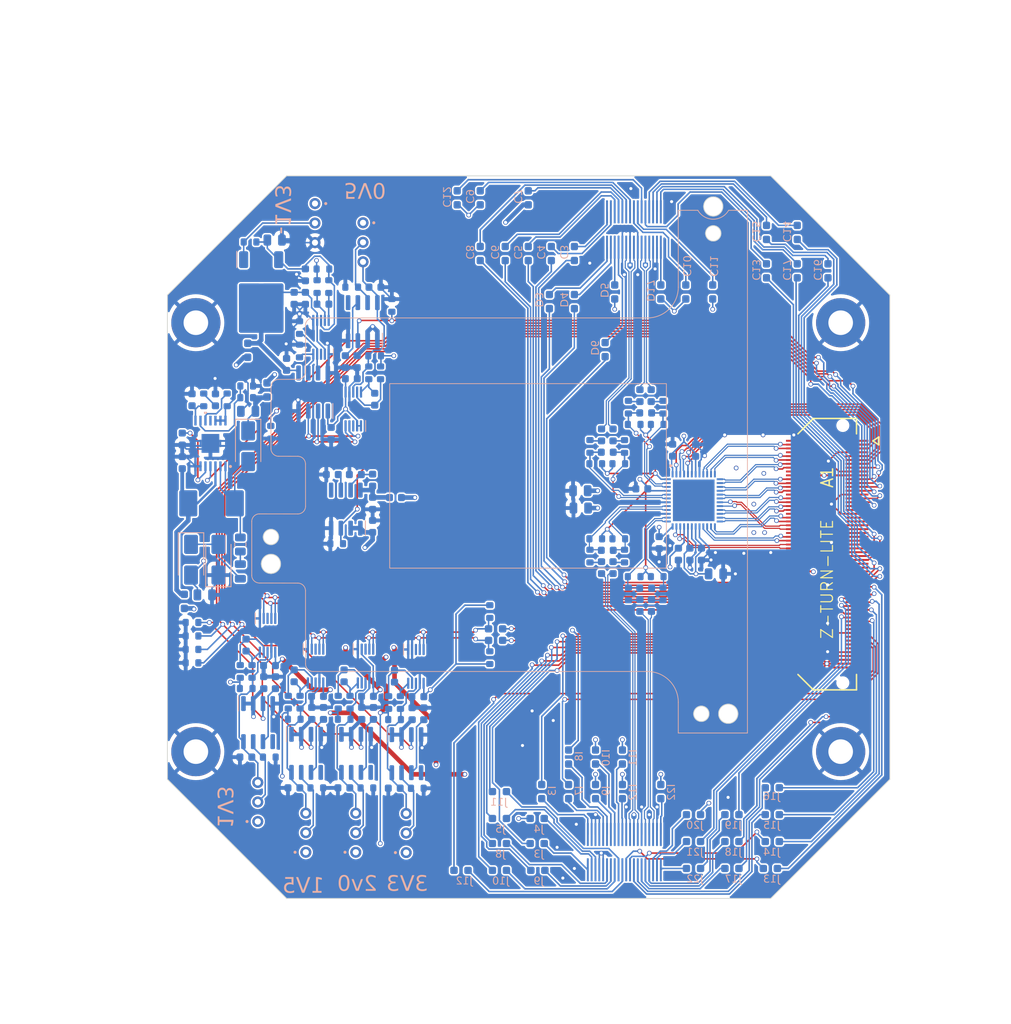
<source format=kicad_pcb>
(kicad_pcb (version 20221018) (generator pcbnew)
  (title_block (title "Axiom Micro Mainboard") (rev "1.0") (company "Apertus"))
  (layers (0 "F.Cu" signal) (1 "In1.Cu" signal) (2 "In2.Cu" signal) (31 "B.Cu" signal) (34 "B.Paste" user) (35 "F.Paste" user) (36 "B.SilkS" user "B.Silkscreen") (37 "F.SilkS" user "F.Silkscreen") (38 "B.Mask" user) (39 "F.Mask" user) (44 "Edge.Cuts" user))
  (net 0 "")
  (net 3 "/ADC/D1A+")
  (net 4 "/ADC/ADC_CSN")
  (net 5 "/ADC/D1A-")
  (net 6 "/ADC/ADC_SDATA")
  (net 7 "GND")
  (net 8 "/ADC/D1B+")
  (net 9 "/ADC/ADC_SCLK")
  (net 10 "/ADC/D1B-")
  (net 11 "/ADC/~{ADC_RESET}")
  (net 12 "/ADC/D2A+")
  (net 13 "/ADC/ADC_PD")
  (net 14 "/ADC/D2A-")
  (net 15 "+2V5")
  (net 16 "/ADC/LCLK+")
  (net 17 "/ADC/LCLK-")
  (net 18 "/ADC/D2B+")
  (net 19 "/ADC/D2B-")
  (net 20 "/ADC/D3A+")
  (net 21 "/ADC/D3A-")
  (net 22 "/ADC/D3B+")
  (net 23 "/ADC/D3B-")
  (net 24 "/ADC/FCLK+")
  (net 25 "/ADC/FCLK-")
  (net 26 "/ADC/D4A+")
  (net 27 "/ADC/D4A-")
  (net 28 "/ADC/D4B+")
  (net 29 "/ADC/D4B-")
  (net 30 "/ADC/CLK+")
  (net 31 "/ADC/CLK-")
  (net 36 "+3V3")
  (net 38 "+5V")
  (net 39 "Net-(U1-Cdelay)")
  (net 40 "Net-(U1-Vout)")
  (net 41 "Net-(U3-Cdelay)")
  (net 42 "Net-(U3-Vout)")
  (net 43 "Net-(U4-Vin+)")
  (net 44 "Net-(U4-Vin-)")
  (net 45 "/ADC/A2-")
  (net 46 "/ADC/A2+")
  (net 47 "/ADC/filter 2/OUT_N")
  (net 48 "/ADC/filter 2/OUT_P")
  (net 49 "Net-(U5-Cdelay)")
  (net 50 "Net-(U5-Vout)")
  (net 51 "Net-(U6-Vin+)")
  (net 52 "Net-(U6-Vin-)")
  (net 53 "/ADC/A1-")
  (net 54 "/ADC/A1+")
  (net 55 "/ADC/filter 1/OUT_N")
  (net 56 "/ADC/filter 1/OUT_P")
  (net 57 "Net-(U7-Cdelay)")
  (net 58 "Net-(U7-Vout)")
  (net 59 "Net-(U8-Vin+)")
  (net 60 "Net-(U8-Vin-)")
  (net 61 "/ADC/A3+")
  (net 62 "/ADC/A3-")
  (net 63 "/ADC/filter 4/OUT_N")
  (net 64 "/ADC/filter 4/OUT_P")
  (net 65 "Net-(U9-Cdelay)")
  (net 66 "Net-(U10-Vbus)")
  (net 67 "Net-(U10-Vin+)")
  (net 68 "Net-(U10-Vin-)")
  (net 69 "Net-(U11-SS)")
  (net 70 "Net-(U11-COMP)")
  (net 71 "Net-(D2-K)")
  (net 72 "Net-(U13-Vin+)")
  (net 73 "Net-(U13-Vin-)")
  (net 74 "Net-(U15-VO)")
  (net 75 "Net-(U16-Vin+)")
  (net 76 "Net-(U16-Vin-)")
  (net 77 "/ADC/A4+")
  (net 78 "Net-(C61-Pad2)")
  (net 79 "/ADC/A4-")
  (net 80 "Net-(C62-Pad2)")
  (net 81 "/ADC/filter 3/OUT_N")
  (net 82 "/ADC/filter 3/OUT_P")
  (net 83 "Net-(D1-A)")
  (net 84 "/Power/sensor 3V3/ADJ")
  (net 85 "/Power/sensor 2V/ADJ")
  (net 86 "/Power/sensor 1V5/ADJ")
  (net 87 "/Power/sensor 1v3/ADJ")
  (net 88 "/Power/sensor 5V/ADJ")
  (net 89 "ADC_1v8")
  (net 90 "Sensor+3V3")
  (net 91 "VCM")
  (net 92 "Sensor+2V")
  (net 93 "Sensor+1V5")
  (net 94 "Sensor+1V3")
  (net 95 "Net-(U11-FREQ)")
  (net 96 "Net-(U11-FB)")
  (net 97 "Sensor+5V")
  (net 98 "Net-(U15-ADJ)")
  (net 99 "Sensor-1V3")
  (net 100 "SCL")
  (net 101 "SDA")
  (net 102 "EN_1V8_ADC")
  (net 104 "EN_SNS_HV")
  (net 107 "EN_SNS_5V")
  (net 110 "EN_SNS_3V3")
  (net 113 "EN_SNS_2V0")
  (net 117 "EN_SNS_1V5")
  (net 126 "/Power/-6V")
  (net 127 "/Power/+6V")
  (net 128 "Net-(C39-Pad1)")
  (net 129 "Net-(C37-Pad1)")
  (net 130 "Net-(C28-Pad2)")
  (net 131 "Net-(C27-Pad2)")
  (net 132 "Net-(C20-Pad2)")
  (net 133 "Net-(C19-Pad2)")
  (net 134 "Net-(C12-Pad2)")
  (net 135 "Net-(C11-Pad2)")
  (net 136 "/Power/negative 1v3/SCL_INT")
  (net 137 "/Power/negative 1v3/SDA_INT")
  (net 138 "EN_SNS_1V3")
  (net 149 "Net-(U1-ADJ)")
  (net 150 "/digital/SDATA")
  (net 151 "/digital/LINE0")
  (net 152 "/digital/SCLK")
  (net 153 "/digital/LINE1")
  (net 154 "/digital/SCS")
  (net 155 "/digital/ZERO0")
  (net 156 "/digital/LINE2")
  (net 157 "/digital/ZERO1")
  (net 158 "/digital/LINE3")
  (net 159 "/digital/ZERO2")
  (net 160 "/digital/LINE_EXP")
  (net 161 "/digital/LINE5")
  (net 162 "/digital/ZERO3")
  (net 163 "/digital/LINE6")
  (net 164 "/digital/ZERO4")
  (net 165 "/digital/LINE7")
  (net 166 "/digital/ZERO5")
  (net 167 "/digital/LINE8")
  (net 168 "/digital/ZERO6")
  (net 169 "/digital/LINE9")
  (net 170 "/digital/ZERO7")
  (net 171 "/digital/LINE10")
  (net 172 "/digital/START0")
  (net 173 "/digital/LINE11")
  (net 174 "/digital/START1")
  (net 175 "/digital/LINE_RST")
  (net 176 "/digital/START2")
  (net 177 "/digital/PXCLK_TOP")
  (net 178 "/digital/START3")
  (net 179 "/digital/PXCLK_BOT")
  (net 180 "/digital/START4")
  (net 181 "/digital/FRAME_RST")
  (net 182 "Net-(A2B-line-PadC3)")
  (net 183 "Net-(A2B-zero-PadC4)")
  (net 184 "Net-(A2B-frame_rst)")
  (net 185 "Net-(A2B-line-PadC6)")
  (net 186 "Net-(A2B-zero-PadC8)")
  (net 187 "Net-(A2A--1V3-PadC9)")
  (net 188 "Net-(A2A-1V3-PadC10)")
  (net 189 "Net-(A2A-5V-PadC11)")
  (net 190 "Net-(A2A--1V3-PadC12)")
  (net 191 "Net-(A2B-zero-PadC13)")
  (net 192 "Net-(A2B-SDATA)")
  (net 193 "Net-(A2B-SCLK)")
  (net 194 "Net-(A2B-SCS)")
  (net 195 "Net-(A2B-line-PadC17)")
  (net 196 "Net-(A2B-zero-PadD3)")
  (net 197 "Net-(A2B-zero-PadD4)")
  (net 198 "Net-(A2A-5V-PadD5)")
  (net 199 "Net-(A2B-PXCLK_TOP)")
  (net 200 "Net-(A2A-1V3-PadD17)")
  (net 201 "Net-(A2B-startup-PadI3)")
  (net 202 "Net-(A2B-startup-PadI7)")
  (net 203 "Net-(A2B-startup-PadI8)")
  (net 204 "Net-(A2A-2V0)")
  (net 205 "Net-(A2A-1V3-PadI10)")
  (net 206 "Net-(A2A-5V-PadI11)")
  (net 207 "Net-(A2A-5V-PadI12)")
  (net 208 "Net-(A2A-1V5)")
  (net 209 "Net-(A2B-zero-PadJ3)")
  (net 210 "Net-(A2A-5V-PadJ4)")
  (net 211 "Net-(A2B-PXCLK_BOT)")
  (net 212 "Net-(A2B-line-PadJ8)")
  (net 213 "Net-(A2B-line_exp)")
  (net 214 "Net-(A2B-line-PadJ10)")
  (net 215 "Net-(A2B-line-PadJ11)")
  (net 216 "Net-(A2B-line-PadJ12)")
  (net 217 "Net-(A2B-startup-PadJ13)")
  (net 218 "Net-(A2B-zero-PadJ14)")
  (net 219 "Net-(A2B-line-PadJ15)")
  (net 220 "Net-(A2B-line-PadJ16)")
  (net 221 "Net-(A2B-line-PadJ17)")
  (net 222 "Net-(A2B-line-PadJ18)")
  (net 223 "Net-(A2B-startup-PadJ19)")
  (net 224 "Net-(A2B-line_reset)")
  (net 225 "Net-(A2B-zero-PadJ22)")
  (net 226 "Net-(A2A-3V3-PadC7)")
  (net 227 "Net-(A2A-3V3-PadJ20)")
  (net 230 "Net-(A1C-IO_B34_LP20)")
  (net 231 "Net-(A1C-IO_B34_LN20)")
  (net 232 "/Power/5v reg/Vin")
  (net 233 "/Power/5v reg/Vout-")
  (net 234 "/Power/5v reg/Vout+")
  (net 236 "Net-(U12-Vout)")
  (net 237 "Net-(U12-Cdelay)")
  (footprint "custom_parts:CONN_BTH-060-XX-X-D-LC" (layer "F.Cu") (at 182.15 100.11 -90)
    (fp_text reference "A1")
    (fp_text value "Z-TURN-LITE")
  )
  (footprint "MountingHole:MountingHole_3.2mm_M3_Pad" (layer "F.Cu") (at 183.9 70)
    (fp_text reference "H2" hide)
    (fp_text value "MountingHole_Pad")
  )
  (footprint "MountingHole:MountingHole_3.2mm_M3_Pad" (layer "F.Cu") (at 183.9 125.8)
    (fp_text reference "H4" hide)
    (fp_text value "MountingHole_Pad")
  )
  (footprint "MountingHole:MountingHole_3.2mm_M3_Pad" (layer "F.Cu") (at 100 125.8)
    (fp_text reference "H3" hide)
    (fp_text value "MountingHole_Pad")
  )
  (footprint "MountingHole:MountingHole_3.2mm_M3_Pad" (layer "F.Cu") (at 100 70)
    (fp_text reference "H1" hide)
    (fp_text value "MountingHole_Pad")
  )
  (footprint "Resistor_SMD:R_0603_1608Metric" (layer "B.Cu") (at 113.488 70.633 -90)
    (fp_text reference "R54" hide)
    (fp_text value "4k7")
  )
  (footprint "Capacitor_SMD:C_0603_1608Metric" (layer "B.Cu") (at 119.258 130.515 180)
    (fp_text reference "C16" hide)
    (fp_text value "1u")
  )
  (footprint "Capacitor_SMD:C_0603_1608Metric" (layer "B.Cu") (at 98.23 85.131 -90)
    (fp_text reference "C36" hide)
    (fp_text value "0.1u")
  )
  (footprint "Resistor_SMD:R_0603_1608Metric_Pad0.98x0.95mm_HandSolder" (layer "B.Cu") (at 174.75 141 180)
    (fp_text reference "R77" hide)
    (fp_text value "220")
  )
  (footprint "Potentiometer_THT:Potentiometer_Bourns_3296W_Vertical" (layer "B.Cu") (at 115.5 54.5 90)
    (fp_text reference "RV7" hide)
    (fp_text value "100k")
  )
  (footprint "Resistor_SMD:R_0603_1608Metric" (layer "B.Cu") (at 160.0295 83.236501 180)
    (fp_text reference "R25" hide)
    (fp_text value "1k")
  )
  (footprint "Resistor_SMD:R_0603_1608Metric_Pad0.98x0.95mm_HandSolder" (layer "B.Cu") (at 178.25 63.25 90)
    (fp_text reference "R84" hide)
    (fp_text value "220")
  )
  (footprint "Capacitor_SMD:C_0805_2012Metric" (layer "B.Cu") (at 110.25 59.25)
    (fp_text reference "C48" hide)
    (fp_text value "10u")
  )
  (footprint "Resistor_SMD:R_0603_1608Metric" (layer "B.Cu") (at 120.275001 65.375248 180)
    (fp_text reference "R6" hide)
    (fp_text value "6k8")
  )
  (footprint "Resistor_SMD:R_0603_1608Metric" (layer "B.Cu") (at 101.024 80.038 90)
    (fp_text reference "R40" hide)
    (fp_text value "2.55k")
  )
  (footprint "Resistor_SMD:R_0603_1608Metric_Pad0.98x0.95mm_HandSolder" (layer "B.Cu") (at 145 131 -90)
    (fp_text reference "R74" hide)
    (fp_text value "220")
  )
  (footprint "Capacitor_SMD:C_0603_1608Metric" (layer "B.Cu") (at 158.0295 91.611501 180)
    (fp_text reference "C56" hide)
    (fp_text value "0.1u")
  )
  (footprint "Resistor_SMD:R_0603_1608Metric" (layer "B.Cu") (at 126.615001 119.410248 -90)
    (fp_text reference "R13" hide)
    (fp_text value "10")
  )
  (footprint "Capacitor_SMD:C_0603_1608Metric" (layer "B.Cu") (at 165.0295 86.611501 90)
    (fp_text reference "C64" hide)
    (fp_text value "0.1u")
  )
  (footprint "Resistor_SMD:R_0603_1608Metric_Pad0.98x0.95mm_HandSolder" (layer "B.Cu") (at 144.4125 137.75)
    (fp_text reference "R71" hide)
    (fp_text value "220")
  )
  (footprint "Resistor_SMD:R_0603_1608Metric_Pad0.98x0.95mm_HandSolder" (layer "B.Cu") (at 139.5 131)
    (fp_text reference "R88" hide)
    (fp_text value "220")
  )
  (footprint "Package_SO:VSSOP-10_3x3mm_P0.5mm" (layer "B.Cu") (at 128.634 114.711248 -90)
    (fp_text reference "U4" hide)
    (fp_text value "INA226")
  )
  (footprint "Resistor_SMD:R_0603_1608Metric_Pad0.98x0.95mm_HandSolder" (layer "B.Cu") (at 175 130.5 180)
    (fp_text reference "R91" hide)
    (fp_text value "220")
  )
  (footprint "Potentiometer_THT:Potentiometer_Bourns_3296W_Vertical" (layer "B.Cu") (at 120.808 138.890248 -90)
    (fp_text reference "RV3" hide)
    (fp_text value "100k")
  )
  (footprint "Package_TO_SOT_SMD:TO-252-2" (layer "B.Cu") (at 108.500001 66.84 -90)
    (fp_text reference "U15" hide)
    (fp_text value "LM337_TO252")
  )
  (footprint "Resistor_SMD:R_0603_1608Metric_Pad0.98x0.95mm_HandSolder" (layer "B.Cu") (at 109.25 78.75 90)
    (fp_text reference "R109" hide)
    (fp_text value "0")
  )
  (footprint "Capacitor_SMD:C_0603_1608Metric" (layer "B.Cu") (at 114.25 63.775 -90)
    (fp_text reference "C49" hide)
    (fp_text value "1u")
  )
  (footprint "Potentiometer_THT:Potentiometer_Bourns_3296W_Vertical" (layer "B.Cu") (at 114.308 138.890248 -90)
    (fp_text reference "RV4" hide)
    (fp_text value "100k")
  )
  (footprint "Resistor_SMD:R_0603_1608Metric" (layer "B.Cu") (at 155.0295 98.111501 180)
    (fp_text reference "R57" hide)
    (fp_text value "1k")
  )
  (footprint "Resistor_SMD:R_0603_1608Metric" (layer "B.Cu") (at 152.0295 88.349002 180)
    (fp_text reference "R18" hide)
    (fp_text value "1k")
  )
  (footprint "Capacitor_SMD:C_0603_1608Metric" (layer "B.Cu") (at 99.5 80.025 90)
    (fp_text reference "C38" hide)
    (fp_text value "100p")
  )
  (footprint "Package_SO:VSSOP-10_3x3mm_P0.5mm" (layer "B.Cu") (at 120.48 81.222 90)
    (fp_text reference "U13" hide)
    (fp_text value "INA226")
  )
  (footprint "Resistor_SMD:R_0603_1608Metric" (layer "B.Cu") (at 109.556 126.515)
    (fp_text reference "R5" hide)
    (fp_text value "22k")
  )
  (footprint "Resistor_SMD:R_0603_1608Metric" (layer "B.Cu") (at 106.612 79.752 180)
    (fp_text reference "R42" hide)
    (fp_text value "39k")
  )
  (footprint "Resistor_SMD:R_0603_1608Metric_Pad0.98x0.95mm_HandSolder" (layer "B.Cu") (at 139 111.325)
    (fp_text reference "R98" hide)
    (fp_text value "0")
  )
  (footprint "Capacitor_SMD:C_0603_1608Metric" (layer "B.Cu") (at 123.107 120.827248 -90)
    (fp_text reference "C15" hide)
    (fp_text value "0.1u")
  )
  (footprint "Capacitor_SMD:C_0603_1608Metric" (layer "B.Cu") (at 153.5295 86.849002 180)
    (fp_text reference "C13" hide)
    (fp_text value "22pF")
  )
  (footprint "Resistor_SMD:R_0603_1608Metric" (layer "B.Cu") (at 120.059001 119.367248 -90)
    (fp_text reference "R21" hide)
    (fp_text value "10")
  )
  (footprint "Capacitor_SMD:C_0603_1608Metric" (layer "B.Cu") (at 123.300001 65.375248)
    (fp_text reference "C44" hide)
    (fp_text value "1u")
  )
  (footprint "Capacitor_SMD:C_0603_1608Metric" (layer "B.Cu") (at 165.7795 100.111501 -90)
    (fp_text reference "C60" hide)
    (fp_text value "0.1u")
  )
  (footprint "Resistor_SMD:R_0603_1608Metric" (layer "B.Cu") (at 123.261 74.301)
    (fp_text reference "R45" hide)
    (fp_text value "10m")
  )
  (footprint "Resistor_SMD:R_0603_1608Metric" (layer "B.Cu") (at 122.499 76.523 90)
    (fp_text reference "R46" hide)
    (fp_text value "10")
  )
  (footprint "Resistor_SMD:R_0603_1608Metric" (layer "B.Cu") (at 160.0295 103.035458 180)
    (fp_text reference "R33" hide)
    (fp_text value "1k")
  )
  (footprint "custom_parts:PWP14" (layer "B.Cu") (at 101.897989 85.7022 90)
    (fp_text reference "U11" hide)
    (fp_text value "TPS55340PWPR")
  )
  (footprint "Resistor_SMD:R_0603_1608Metric" (layer "B.Cu") (at 119.297001 121.589248 180)
    (fp_text reference "R20" hide)
    (fp_text value "10m")
  )
  (footprint "Resistor_SMD:R_0603_1608Metric_Pad0.98x0.95mm_HandSolder" (layer "B.Cu") (at 152 126.5 -90)
    (fp_text reference "R48" hide)
    (fp_text value "0")
  )
  (footprint "Capacitor_SMD:C_0603_1608Metric" (layer "B.Cu") (at 162.0295 86.586501 90)
    (fp_text reference "C54" hide)
    (fp_text value "0.1u")
  )
  (footprint "Resistor_SMD:R_0603_1608Metric" (layer "B.Cu") (at 118.325 98.75 180)
    (fp_text reference "R107" hide)
    (fp_text value "4k7")
  )
  (footprint "Resistor_SMD:R_0603_1608Metric_Pad0.98x0.95mm_HandSolder" (layer "B.Cu") (at 152 131 -90)
    (fp_text reference "R62" hide)
    (fp_text value "0")
  )
  (footprint "Resistor_SMD:R_0603_1608Metric" (layer "B.Cu") (at 125.078001 119.410248 90)
    (fp_text reference "R14" hide)
    (fp_text value "10")
  )
  (footprint "Capacitor_SMD:C_0603_1608Metric" (layer "B.Cu") (at 119.284001 115.938248 90)
    (fp_text reference "C17" hide)
    (fp_text value "0.1u")
  )
  (footprint "Resistor_SMD:R_0603_1608Metric" (layer "B.Cu") (at 107.309 115.367248 -90)
    (fp_text reference "R37" hide)
    (fp_text value "10")
  )
  (footprint "Capacitor_SMD:C_0805_2012Metric" (layer "B.Cu") (at 150.0295 91.861501 180)
    (fp_text reference "C52" hide)
    (fp_text value "10u")
  )
  (footprint "Capacitor_SMD:C_0603_1608Metric" (layer "B.Cu") (at 125.814 130.558 180)
    (fp_text reference "C8" hide)
    (fp_text value "1u")
  )
  (footprint "Resistor_SMD:R_0603_1608Metric_Pad0.98x0.95mm_HandSolder" (layer "B.Cu") (at 139.5 137.75)
    (fp_text reference "R85" hide)
    (fp_text value "220")
  )
  (footprint "Capacitor_SMD:C_0603_1608Metric" (layer "B.Cu") (at 112.758 130.515 180)
    (fp_text reference "C24" hide)
    (fp_text value "1u")
  )
  (footprint "Resistor_SMD:R_0603_1608Metric" (layer "B.Cu") (at 138.25 113.575 90)
    (fp_text reference "R99" hide)
    (fp_text value "4k7")
  )
  (footprint "Resistor_SMD:R_0603_1608Metric" (layer "B.Cu") (at 107.050001 59.5)
    (fp_text reference "R49" hide)
    (fp_text value "47k")
  )
  (footprint "Resistor_SMD:R_0603_1608Metric_Pad0.98x0.95mm_HandSolder" (layer "B.Cu") (at 98.5 106.25 90)
    (fp_text reference "R110" hide)
    (fp_text value "0")
  )
  (footprint "Resistor_SMD:R_0603_1608Metric_Pad0.98x0.95mm_HandSolder" (layer "B.Cu") (at 182.25 63.25 90)
    (fp_text reference "R65" hide)
    (fp_text value "220")
  )
  (footprint "Capacitor_SMD:C_0603_1608Metric" (layer "B.Cu") (at 128.888 118.648248 180)
    (fp_text reference "C10" hide)
    (fp_text value "0.1u")
  )
  (footprint "Package_SO:SOIC-8_3.9x4.9mm_P1.27mm" (layer "B.Cu") (at 127.401 126.068 -90)
    (fp_text reference "U3" hide)
    (fp_text value "MCP1727-ADJxSN")
  )
  (footprint "Resistor_SMD:R_0603_1608Metric" (layer "B.Cu") (at 105.772 115.367248 90)
    (fp_text reference "R38" hide)
    (fp_text value "10")
  )
  (footprint "Resistor_SMD:R_0603_1608Metric" (layer "B.Cu") (at 106.547 117.589248 180)
    (fp_text reference "R36" hide)
    (fp_text value "10m")
  )
  (footprint "Capacitor_SMD:C_0603_1608Metric" (layer "B.Cu") (at 158.5295 104.535458 180)
    (fp_text reference "C29" hide)
    (fp_text value "22pF")
  )
  (footprint "Resistor_SMD:R_0603_1608Metric_Pad0.98x0.95mm_HandSolder" (layer "B.Cu") (at 169.75 137.5 180)
    (fp_text reference "R93" hide)
    (fp_text value "220")
  )
  (footprint "custom_parts:2d5_flat" (layer "B.Cu") (at 143.225 89.9 180)
    (fp_text reference "A2" hide)
    (fp_text value "~" hide)
    (fp_circle (center -26.046322 -30.975889) (end -26.046322 -29.725889) (stroke (width 0.1)) (fill none) (layer "Edge.Cuts"))
    (fp_circle (center -24.096322 31.524111) (end -23.096322 31.524111) (stroke (width 0.1)) (fill none) (layer "Edge.Cuts"))
    (fp_circle (center -24.096322 35.024111) (end -22.846322 35.024111) (stroke (width 0.1)) (fill none) (layer "Edge.Cuts"))
    (fp_circle (center -22.546322 -30.975889) (end -22.546322 -29.975889) (stroke (width 0.1)) (fill none) (layer "Edge.Cuts"))
    (fp_circle (center 33.453678 -11.475889) (end 32.203678 -11.475889) (stroke (width 0.1)) (fill none) (layer "Edge.Cuts"))
    (fp_circle (center 33.453678 -7.975889) (end 32.453678 -7.975889) (stroke (width 0.1)) (fill none) (layer "Edge.Cuts"))
  )
  (footprint "Resistor_SMD:R_0603_1608Metric" (layer "B.Cu") (at 124.036001 76.523 -90)
    (fp_text reference "R47" hide)
    (fp_text value "10")
  )
  (footprint "Resistor_SMD:R_0603_1608Metric" (layer "B.Cu") (at 99.5 110.75 180)
    (fp_text reference "R103" hide)
    (fp_text value "4k7")
  )
  (footprint "Resistor_SMD:R_0603_1608Metric" (layer "B.Cu") (at 156.2795 105.285458 90)
    (fp_text reference "R32" hide)
    (fp_text value "22")
  )
  (footprint "Resistor_SMD:R_0603_1608Metric" (layer "B.Cu") (at 106.612 78.228)
    (fp_text reference "R43" hide)
    (fp_text value "10k")
  )
  (footprint "Resistor_SMD:R_0603_1608Metric" (layer "B.Cu") (at 152.0295 98.111501 180)
    (fp_text reference "R58" hide)
    (fp_text value "1k")
  )
  (footprint "Capacitor_SMD:C_0805_2012Metric" (layer "B.Cu") (at 105.787 102.358 -90)
    (fp_text reference "C39" hide)
    (fp_text value "10u")
  )
  (footprint "Capacitor_SMD:C_0603_1608Metric" (layer "B.Cu") (at 102.548 80.038 90)
    (fp_text reference "C37" hide)
    (fp_text value "0.1u")
  )
  (footprint "Resistor_SMD:R_0603_1608Metric_Pad0.98x0.95mm_HandSolder" (layer "B.Cu") (at 164.75 137.5 180)
    (fp_text reference "R94" hide)
    (fp_text value "220")
  )
  (footprint "Capacitor_SMD:C_0603_1608Metric" (layer "B.Cu") (at 110.357 116.827248 -90)
    (fp_text reference "C31" hide)
    (fp_text value "0.1u")
  )
  (footprint "Resistor_SMD:R_0603_1608Metric" (layer "B.Cu") (at 155.7795 100.3615 90)
    (fp_text reference "R55" hide)
    (fp_text value "22")
  )
  (footprint "Resistor_SMD:R_0603_1608Metric_Pad0.98x0.95mm_HandSolder" (layer "B.Cu") (at 139.5 141.25)
    (fp_text reference "R87" hide)
    (fp_text value "220")
  )
  (footprint "Resistor_SMD:R_0603_1608Metric_Pad0.98x0.95mm_HandSolder" (layer "B.Cu") (at 137 61 90)
    (fp_text reference "R67" hide)
    (fp_text value "220")
  )
  (footprint "Resistor_SMD:R_0603_1608Metric_Pad0.98x0.95mm_HandSolder" (layer "B.Cu") (at 134.5 141.25)
    (fp_text reference "R89" hide)
    (fp_text value "220")
  )
  (footprint "Resistor_SMD:R_0805_2012Metric" (layer "B.Cu") (at 105.787 98.85 -90)
    (fp_text reference "R41" hide)
    (fp_text value "1R")
  )
  (footprint "Capacitor_SMD:C_0603_1608Metric" (layer "B.Cu") (at 158.5295 81.736501 180)
    (fp_text reference "C21" hide)
    (fp_text value "22pF")
  )
  (footprint "Capacitor_SMD:C_0603_1608Metric" (layer "B.Cu") (at 120.226 77.285001)
    (fp_text reference "C46" hide)
    (fp_text value "0.1u")
  )
  (footprint "Capacitor_SMD:C_0603_1608Metric" (layer "B.Cu") (at 159.2795 106.785458 90)
    (fp_text reference "C27" hide)
    (fp_text value "100n")
  )
  (footprint "Potentiometer_THT:Potentiometer_Bourns_3296W_Vertical" (layer "B.Cu") (at 108.058 134.890248 -90)
    (fp_text reference "RV5" hide)
    (fp_text value "100k")
  )
  (footprint "Resistor_SMD:R_0603_1608Metric_Pad0.98x0.95mm_HandSolder" (layer "B.Cu") (at 139 109.825)
    (fp_text reference "R97" hide)
    (fp_text value "0")
  )
  (footprint "Capacitor_SMD:C_0603_1608Metric" (layer "B.Cu") (at 154.2795 101.861501 90)
    (fp_text reference "C61" hide)
    (fp_text value "100n")
  )
  (footprint "Capacitor_SMD:C_0603_1608Metric" (layer "B.Cu") (at 116.536 67.585 180)
    (fp_text reference "C50" hide)
    (fp_text value "0.1u")
  )
  (footprint "Resistor_SMD:R_0603_1608Metric" (layer "B.Cu") (at 99.5 114.25 180)
    (fp_text reference "R101" hide)
    (fp_text value "4k7")
  )
  (footprint "Resistor_SMD:R_0603_1608Metric" (layer "B.Cu") (at 155.0295 88.349002 180)
    (fp_text reference "R17" hide)
    (fp_text value "1k")
  )
  (footprint "Capacitor_SMD:C_0603_1608Metric" (layer "B.Cu") (at 109.582 114.605248 180)
    (fp_text reference "C34" hide)
    (fp_text value "0.1u")
  )
  (footprint "Resistor_SMD:R_0603_1608Metric_Pad0.98x0.95mm_HandSolder" (layer "B.Cu") (at 146.25 61 90)
    (fp_text reference "R68" hide)
    (fp_text value "220")
  )
  (footprint "Resistor_SMD:R_0603_1608Metric" (layer "B.Cu") (at 157.0295 83.236501 180)
    (fp_text reference "R26" hide)
    (fp_text value "1k")
  )
  (footprint "Capacitor_SMD:C_0603_1608Metric" (layer "B.Cu") (at 164.2795 100.111501 -90)
    (fp_text reference "C59" hide)
    (fp_text value "0.1u")
  )
  (footprint "Resistor_SMD:R_0603_1608Metric" (layer "B.Cu") (at 113.488 73.681 -90)
    (fp_text reference "R53" hide)
    (fp_text value "4k7")
  )
  (footprint "Resistor_SMD:R_0603_1608Metric" (layer "B.Cu") (at 156.2795 80.986501 -90)
    (fp_text reference "R24" hide)
    (fp_text value "22")
  )
  (footprint "Capacitor_SMD:C_0603_1608Metric" (layer "B.Cu") (at 106.534 111.938248 90)
    (fp_text reference "C33" hide)
    (fp_text value "0.1u")
  )
  (footprint "Package_SO:SOIC-8_3.9x4.9mm_P1.27mm" (layer "B.Cu") (at 121.713001 69.865249 90)
    (fp_text reference "U12" hide)
    (fp_text value "MCP1727-ADJxSN")
  )
  (footprint "Resistor_SMD:R_0603_1608Metric" (layer "B.Cu") (at 128.814 130.568)
    (fp_text reference "R2" hide)
    (fp_text value "10k")
  )
  (footprint "Package_SO:SOIC-8_3.9x4.9mm_P1.27mm" (layer "B.Cu") (at 108.095 122.025 -90)
    (fp_text reference "U9" hide)
    (fp_text value "MCP1727-ADJxSN")
  )
  (footprint "Resistor_SMD:R_0603_1608Metric_Pad0.98x0.95mm_HandSolder" (layer "B.Cu") (at 149.25 61 90)
    (fp_text reference "R81" hide)
    (fp_text value "220")
  )
  (footprint "Diode_SMD:D_SMA" (layer "B.Cu") (at 106.803 86.07 -90)
    (fp_text reference "D1" hide)
    (fp_text value "D_Schottky")
  )
  (footprint "Resistor_SMD:R_0603_1608Metric_Pad0.98x0.95mm_HandSolder" (layer "B.Cu") (at 175 134 180)
    (fp_text reference "R90" hide)
    (fp_text value "220")
  )
  (footprint "Capacitor_SMD:C_0805_2012Metric" (layer "B.Cu") (at 150.0795 94.111501 180)
    (fp_text reference "C53" hide)
    (fp_text value "10u")
  )
  (footprint "Capacitor_SMD:C_0603_1608Metric" (layer "B.Cu") (at 128.139 120.870248 90)
    (fp_text reference "C6" hide)
    (fp_text value "1u")
  )
  (footprint "Resistor_SMD:R_0603_1608Metric_Pad0.98x0.95mm_HandSolder" (layer "B.Cu") (at 143.25 61 90)
    (fp_text reference "R82" hide)
    (fp_text value "220")
  )
  (footprint "Capacitor_SMD:C_0603_1608Metric" (layer "B.Cu") (at 159.2435 79.486501 -90)
    (fp_text reference "C19" hide)
    (fp_text value "100n")
  )
  (footprint "Diode_SMD:D_SMA" (layer "B.Cu") (at 99.371 100.834 -90)
    (fp_text reference "D2" hide)
    (fp_text value "D_Schottky")
  )
  (footprint "Resistor_SMD:R_0603_1608Metric" (layer "B.Cu") (at 138.25 107.575 -90)
    (fp_text reference "R100" hide)
    (fp_text value "4k7")
  )
  (footprint "Resistor_SMD:R_0603_1608Metric_Pad0.98x0.95mm_HandSolder" (layer "B.Cu") (at 146 67.25 90)
    (fp_text reference "R69" hide)
    (fp_text value "220")
  )
  (footprint "Resistor_SMD:R_0603_1608Metric" (layer "B.Cu") (at 112.022001 119.367248 90)
    (fp_text reference "R30" hide)
    (fp_text value "10")
  )
  (footprint "Capacitor_SMD:C_0603_1608Metric" (layer "B.Cu") (at 157.779501 106.785458 90)
    (fp_text reference "C28" hide)
    (fp_text value "100n")
  )
  (footprint "Resistor_SMD:R_0603_1608Metric" (layer "B.Cu") (at 151.2795 100.361501 90)
    (fp_text reference "R56" hide)
    (fp_text value "22")
  )
  (footprint "Capacitor_SMD:C_0603_1608Metric" (layer "B.Cu") (at 152.779501 101.861501 90)
    (fp_text reference "C62" hide)
    (fp_text value "100n")
  )
  (footprint "Capacitor_SMD:C_0603_1608Metric" (layer "B.Cu") (at 117.6 84.4 -90)
    (fp_text reference "C65" hide)
    (fp_text value "0.1u")
  )
  (footprint "Resistor_SMD:R_0603_1608Metric" (layer "B.Cu") (at 118.522001 119.367248 90)
    (fp_text reference "R22" hide)
    (fp_text value "10")
  )
  (footprint "custom_parts:QFN_48_ADI" (layer "B.Cu") (at 164.7795 93.111501 -90)
    (fp_text reference "U18" hide)
    (fp_text value "HMCAD1511")
  )
  (footprint "Resistor_SMD:R_0603_1608Metric" (layer "B.Cu") (at 155.7795 86.099003 -90)
    (fp_text reference "R15" hide)
    (fp_text value "22")
  )
  (footprint "Resistor_SMD:R_0603_1608Metric_Pad0.98x0.95mm_HandSolder" (layer "B.Cu") (at 167.25 66 90)
    (fp_text reference "R10" hide)
    (fp_text value "0")
  )
  (footprint "Diode_SMD:D_SMA" (layer "B.Cu") (at 102.927 100.834 90)
    (fp_text reference "D3" hide)
    (fp_text value "D_Schottky")
  )
  (footprint "Resistor_SMD:R_0603_1608Metric_Pad0.98x0.95mm_HandSolder" (layer "B.Cu") (at 174.25 58.25 90)
    (fp_text reference "R64" hide)
    (fp_text value "220")
  )
  (footprint "Resistor_SMD:R_0603_1608Metric_Pad0.98x0.95mm_HandSolder" (layer "B.Cu") (at 174.25 63.25 90)
    (fp_text reference "R66" hide)
    (fp_text value "220")
  )
  (footprint "Capacitor_SMD:C_0603_1608Metric" (layer "B.Cu") (at 106.508 126.515 180)
    (fp_text reference "C32" hide)
    (fp_text value "1u")
  )
  (footprint "Resistor_SMD:R_0603_1608Metric_Pad0.98x0.95mm_HandSolder" (layer "B.Cu") (at 155.5 126.5 -90)
    (fp_text reference "R19" hide)
    (fp_text value "0")
  )
  (footprint "Capacitor_SMD:C_0603_1608Metric" (layer "B.Cu") (at 98.23 88.205 90)
    (fp_text reference "C35" hide)
    (fp_text value "1u")
  )
  (footprint "Resistor_SMD:R_0603_1608Metric" (layer "B.Cu") (at 113.559001 119.367248 -90)
    (fp_text reference "R29" hide)
    (fp_text value "10")
  )
  (footprint "Package_SO:VSSOP-10_3x3mm_P0.5mm" (layer "B.Cu") (at 116.282 71.903 90)
    (fp_text reference "U16" hide)
    (fp_text value "INA226")
  )
  (footprint "Package_SO:VSSOP-10_3x3mm_P0.5mm" (layer "B.Cu") (at 109.328 110.668248 -90)
    (fp_text reference "U10" hide)
    (fp_text value "INA226")
  )
  (footprint "Resistor_SMD:R_0603_1608Metric" (layer "B.Cu") (at 125.5 67.75 90)
    (fp_text reference "R105" hide)
    (fp_text value "4k7")
  )
  (footprint "Resistor_SMD:R_0603_1608Metric_Pad0.98x0.95mm_HandSolder" (layer "B.Cu") (at 134 53.75 90)
    (fp_text reference "R60" hide)
    (fp_text value "0")
  )
  (footprint "Package_SO:SOIC-8_3.9x4.9mm_P1.27mm" (layer "B.Cu") (at 120.845 126.025 -90)
    (fp_text reference "U5" hide)
    (fp_text value "MCP1727-ADJxSN")
  )
  (footprint "Potentiometer_THT:Potentiometer_Bourns_3296W_Vertical" (layer "B.Cu") (at 127.364 138.933248 -90)
    (fp_text reference "RV2" hide)
    (fp_text value "100k")
  )
  (footprint "Resistor_SMD:R_0603_1608Metric" (layer "B.Cu") (at 112.797001 121.589248 180)
    (fp_text reference "R28" hide)
    (fp_text value "10m")
  )
  (footprint "Capacitor_SMD:C_0603_1608Metric" (layer "B.Cu") (at 123 93.5 -90)
    (fp_text reference "C3" hide)
    (fp_text value "1u")
  )
  (footprint "Resistor_SMD:R_0603_1608Metric" (layer "B.Cu") (at 115.737 130.521)
    (fp_text reference "R4" hide)
    (fp_text value "22k")
  )
  (footprint "Resistor_SMD:R_0603_1608Metric" (layer "B.Cu") (at 151.2795 86.091002 -90)
    (fp_text reference "R16" hide)
    (fp_text value "22")
  )
  (footprint "Capacitor_SMD:C_0603_1608Metric" (layer "B.Cu") (at 123.274 79.952 -90)
    (fp_text reference "C45" hide)
    (fp_text value "0.1u")
  )
  (footprint "Resistor_SMD:R_0603_1608Metric_Pad0.98x0.95mm_HandSolder" (layer "B.Cu") (at 164.75 134 180)
    (fp_text reference "R96" hide)
    (fp_text value "0")
  )
  (footprint "Capacitor_SMD:C_0603_1608Metric" (layer "B.Cu") (at 154.2795 84.599002 -90)
    (fp_text reference "C11" hide)
    (fp_text value "100n")
  )
  (footprint "Capacitor_SMD:C_0603_1608Metric" (layer "B.Cu") (at 121.583 120.827248 90)
    (fp_text reference "C14" hide)
    (fp_text value "1u")
  )
  (footprint "Resistor_SMD:R_0603_1608Metric_Pad0.98x0.95mm_HandSolder" (layer "B.Cu") (at 143.25 53.75 90)
    (fp_text reference "R95" hide)
    (fp_text value "0")
  )
  (footprint "Resistor_SMD:R_0603_1608Metric_Pad0.98x0.95mm_HandSolder" (layer "B.Cu") (at 148.5 131 -90)
    (fp_text reference "R75" hide)
    (fp_text value "220")
  )
  (footprint "Inductor_SMD:L_Abracon_ASPI-0630LR" (layer "B.Cu") (at 102.04 93.5)
    (fp_text reference "L1" hide)
    (fp_text value "10u")
  )
  (footprint "Resistor_SMD:R_0603_1608Metric_Pad0.98x0.95mm_HandSolder" (layer "B.Cu") (at 163.75 66 90)
    (fp_text reference "R35" hide)
    (fp_text value "0")
  )
  (footprint "Capacitor_SMD:C_0603_1608Metric" (layer "B.Cu") (at 123 96.5 90)
    (fp_text reference "C1" hide)
    (fp_text value "1u")
  )
  (footprint "Resistor_SMD:R_0603_1608Metric_Pad0.98x0.95mm_HandSolder" (layer "B.Cu") (at 169.75 134 180)
    (fp_text reference "R78" hide)
    (fp_text value "220")
  )
  (footprint "Capacitor_SMD:C_0603_1608Metric" (layer "B.Cu") (at 125.840001 115.981248 90)
    (fp_text reference "C9" hide)
    (fp_text value "0.1u")
  )
  (footprint "Resistor_SMD:R_0603_1608Metric_Pad0.98x0.95mm_HandSolder" (layer "B.Cu") (at 164.75 141 180)
    (fp_text reference "R73" hide)
    (fp_text value "220")
  )
  (footprint "Package_SO:VSSOP-10_3x3mm_P0.5mm" (layer "B.Cu") (at 115.578 114.668248 -90)
    (fp_text reference "U8" hide)
    (fp_text value "INA226")
  )
  (footprint "Capacitor_SMD:C_0603_1608Metric" (layer "B.Cu") (at 117.75 89.75)
    (fp_text reference "C2" hide)
    (fp_text value "0.1u")
  )
  (footprint "Resistor_SMD:R_0603_1608Metric" (layer "B.Cu") (at 99.5 112.5 180)
    (fp_text reference "R102" hide)
    (fp_text value "4k7")
  )
  (footprint "Capacitor_SMD:C_0805_2012Metric" (layer "B.Cu") (at 106.803 81.53 180)
    (fp_text reference "C41" hide)
    (fp_text value "10u")
  )
  (footprint "Resistor_SMD:R_0603_1608Metric" (layer "B.Cu") (at 160.7795 105.285457 90)
    (fp_text reference "R31" hide)
    (fp_text value "22")
  )
  (footprint "Resistor_SMD:R_0603_1608Metric_Pad0.98x0.95mm_HandSolder" (layer "B.Cu") (at 139.5 134.5)
    (fp_text reference "R79" hide)
    (fp_text value "220")
  )
  (footprint "Capacitor_SMD:C_0603_1608Metric" (layer "B.Cu") (at 111.8 75.425 -90)
    (fp_text reference "C66" hide)
    (fp_text value "0.1u")
  )
  (footprint "Resistor_SMD:R_0603_1608Metric" (layer "B.Cu") (at 157.0295 103.035458 180)
    (fp_text reference "R34" hide)
    (fp_text value "1k")
  )
  (footprint "Capacitor_SMD:C_0805_2012Metric" (layer "B.Cu") (at 167.6615 102.671501)
    (fp_text reference "C58" hide)
    (fp_text value "10u")
  )
  (footprint "Capacitor_SMD:C_0603_1608Metric" (layer "B.Cu") (at 108.833 116.827248 90)
    (fp_text reference "C30" hide)
    (fp_text value "1u")
  )
  (footprint "Package_SO:VSSOP-10_3x3mm_P0.5mm" (layer "B.Cu") (at 122.078 114.668248 -90)
    (fp_text reference "U6" hide)
    (fp_text value "INA226")
  )
  (footprint "Capacitor_SMD:C_0603_1608Metric" (layer "B.Cu") (at 119.451001 75.063 90)
    (fp_text reference "C43" hide)
    (fp_text value "0.1u")
  )
  (footprint "Resistor_SMD:R_0603_1608Metric" (layer "B.Cu") (at 115.774 65.299 -90)
    (fp_text reference "R52" hide)
    (fp_text value "10")
  )
  (footprint "Capacitor_SMD:C_0603_1608Metric" (layer "B.Cu") (at 114.25 66.823 90)
    (fp_text reference "C51" hide)
    (fp_text value "0.1u")
  )
  (footprint "Resistor_SMD:R_0603_1608Metric_Pad0.98x0.95mm_HandSolder" (layer "B.Cu") (at 153.25 73.5 90)
    (fp_text reference "R80" hide)
    (fp_text value "220")
  )
  (footprint "Capacitor_SMD:C_0603_1608Metric" (layer "B.Cu") (at 152.7795 84.599002 -90)
    (fp_text reference "C12" hide)
    (fp_text value "100n")
  )
  (footprint "Capacitor_SMD:C_0603_1608Metric" (layer "B.Cu") (at 160.2795 98.611501 -90)
    (fp_text reference "C57" hide)
    (fp_text value "0.1u")
  )
  (footprint "Capacitor_SMD:C_0603_1608Metric" (layer "B.Cu") (at 129.663 120.870248 -90)
    (fp_text reference "C7" hide)
    (fp_text value "0.1u")
  )
  (footprint "Resistor_SMD:R_0603_1608Metric" (layer "B.Cu") (at 122.258 130.525)
    (fp_text reference "R3" hide)
    (fp_text value "22k")
  )
  (footprint "Resistor_SMD:R_0603_1608Metric_Pad0.98x0.95mm_HandSolder" (layer "B.Cu") (at 137 53.75 90)
    (fp_text reference "R59" hide)
    (fp_text value "0")
  )
  (footprint "Package_SO:SOIC-8_3.9x4.9mm_P1.27mm" (layer "B.Cu") (at 115.266 79.015 90)
    (fp_text reference "U17" hide)
    (fp_text value "ISO1541")
  )
  (footprint "Resistor_SMD:R_0603_1608Metric_Pad0.98x0.95mm_HandSolder" (layer "B.Cu") (at 178.25 58.25 90)
    (fp_text reference "R63" hide)
    (fp_text value "220")
  )
  (footprint "Capacitor_SMD:C_0603_1608Metric" (layer "B.Cu") (at 162.7795 100.111501 -90)
    (fp_text reference "C55" hide)
    (fp_text value "0.1u")
  )
  (footprint "Capacitor_SMD:C_0603_1608Metric" (layer "B.Cu") (at 153.5295 99.611501 180)
    (fp_text reference "C63" hide)
    (fp_text value "22pF")
  )
  (footprint "Capacitor_SMD:C_0603_1608Metric" (layer "B.Cu") (at 120.75 89.75)
    (fp_text reference "R8" hide)
    (fp_text value "27k")
  )
  (footprint "Resistor_SMD:R_0603_1608Metric" (layer "B.Cu") (at 125.853001 121.632248 180)
    (fp_text reference "R12" hide)
    (fp_text value "10m")
  )
  (footprint "Resistor_SMD:R_0603_1608Metric" (layer "B.Cu") (at 160.7795 80.986501 -90)
    (fp_text reference "R23" hide)
    (fp_text value "22")
  )
  (footprint "Capacitor_SMD:C_0603_1608Metric" (layer "B.Cu") (at 116.607 120.827248 -90)
    (fp_text reference "C23" hide)
    (fp_text value "0.1u")
  )
  (footprint "Resistor_SMD:R_0603_1608Metric_Pad0.98x0.95mm_HandSolder" (layer "B.Cu") (at 155.5 131 -90)
    (fp_text reference "R27" hide)
    (fp_text value "0")
  )
  (footprint "Resistor_SMD:R_0603_1608Metric_Pad0.98x0.95mm_HandSolder" (layer "B.Cu") (at 140.25 61 90)
    (fp_text reference "R83" hide)
    (fp_text value "220")
  )
  (footprint "Resistor_SMD:R_0603_1608Metric_Pad0.98x0.95mm_HandSolder" (layer "B.Cu") (at 160.5 131 -90)
    (fp_text reference "R61" hide)
    (fp_text value "0")
  )
  (footprint "Potentiometer_THT:Potentiometer_Bourns_3296W_Vertical" (layer "B.Cu") (at 121.75 57 90)
    (fp_text reference "RV6" hide)
    (fp_text value "100k")
  )
  (footprint "Resistor_SMD:R_0603_1608Metric" (layer "B.Cu") (at 99.5 109 180)
    (fp_text reference "R104" hide)
    (fp_text value "4k7")
  )
  (footprint "Resistor_SMD:R_0603_1608Metric_Pad0.98x0.95mm_HandSolder" (layer "B.Cu") (at 144.4125 134.5)
    (fp_text reference "R11" hide)
    (fp_text value "0")
  )
  (footprint "Resistor_SMD:R_0603_1608Metric" (layer "B.Cu") (at 117.298 65.299 90)
    (fp_text reference "R51" hide)
    (fp_text value "10")
  )
  (footprint "Capacitor_SMD:C_0603_1608Metric" (layer "B.Cu") (at 157.7795 79.486501 -90)
    (fp_text reference "C20" hide)
    (fp_text value "100n")
  )
  (footprint "Capacitor_SMD:C_0603_1608Metric" (layer "B.Cu") (at 123 90.475 -90)
    (fp_text reference "R7" hide)
    (fp_text value "8k2")
  )
  (footprint "Capacitor_SMD:C_0603_1608Metric" (layer "B.Cu") (at 112.784001 115.938248 90)
    (fp_text reference "C25" hide)
    (fp_text value "0.1u")
  )
  (footprint "Resistor_SMD:R_0603_1608Metric" (layer "B.Cu") (at 116.536 63.013 180)
    (fp_text reference "R50" hide)
    (fp_text value "10m")
  )
  (footprint "Resistor_SMD:R_0603_1608Metric_Pad0.98x0.95mm_HandSolder" (layer "B.Cu") (at 106.75 73.5875 90)
    (fp_text reference "R108" hide)
    (fp_text value "0")
  )
  (footprint "Capacitor_SMD:C_0603_1608Metric" (layer "B.Cu") (at 115.832 118.605248 180)
    (fp_text reference "C26" hide)
    (fp_text value "0.1u")
  )
  (footprint "Resistor_SMD:R_0603_1608Metric_Pad0.98x0.95mm_HandSolder" (layer "B.Cu") (at 169.75 141 180)
    (fp_text reference "R92" hide)
    (fp_text value "220")
  )
  (footprint "Capacitor_SMD:C_0805_2012Metric" (layer "B.Cu") (at 101.149 105.406)
    (fp_text reference "C40" hide)
    (fp_text value "10u")
  )
  (footprint "Capacitor_SMD:C_0603_1608Metric" (layer "B.Cu") (at 115.083 120.827248 90)
    (fp_text reference "C22" hide)
    (fp_text value "1u")
  )
  (footprint "Resistor_SMD:R_0603_1608Metric_Pad0.98x0.95mm_HandSolder" (layer "B.Cu") (at 175 137.5 180)
    (fp_text reference "R72" hide)
    (fp_text value "220")
  )
  (footprint "Resistor_SMD:R_0603_1608Metric" (layer "B.Cu") (at 109.75 84.25 -90)
    (fp_text reference "R106" hide)
    (fp_text value "4k7")
  )
  (footprint "Resistor_SMD:R_0603_1608Metric" (layer "B.Cu") (at 104.072 80.038 -90)
    (fp_text reference "R39" hide)
    (fp_text value "40k")
  )
  (footprint "Resistor_SMD:R_0603_1608Metric_Pad0.98x0.95mm_HandSolder" (layer "B.Cu") (at 144.5 141.25)
    (fp_text reference "R86" hide)
    (fp_text value "220")
  )
  (footprint "Resistor_SMD:R_0603_1608Metric_Pad0.98x0.95mm_HandSolder" (layer "B.Cu") (at 154.5 66 90)
    (fp_text reference "R9" hide)
    (fp_text value "0")
  )
  (footprint "Package_SO:SOIC-8_3.9x4.9mm_P1.27mm" (layer "B.Cu") (at 114.345 126.025 -90)
    (fp_text reference "U7" hide)
    (fp_text value "MCP1727-ADJxSN")
  )
  (footprint "Resistor_SMD:R_0603_1608Metric_Pad0.98x0.95mm_HandSolder" (layer "B.Cu") (at 149.25 67.25 90)
    (fp_text reference "R70" hide)
    (fp_text value "220")
  )
  (footprint "Capacitor_SMD:C_0603_1608Metric" (layer "B.Cu") (at 120.975 75.063 -90)
    (fp_text reference "C42" hide)
    (fp_text value "1u")
  )
  (footprint "Capacitor_SMD:C_0603_1608Metric" (layer "B.Cu") (at 125.975 92.75)
    (fp_text reference "R1" hide)
    (fp_text value "0")
  )
  (footprint "Capacitor_SMD:C_0603_1608Metric" (layer "B.Cu") (at 122.332 118.605248 180)
    (fp_text reference "C18" hide)
    (fp_text value "0.1u")
  )
  (footprint "Package_SO:SOIC-8_3.9x4.9mm_P1.27mm" (layer "B.Cu") (at 119.5 94.25 90)
    (fp_text reference "U1" hide)
    (fp_text value "MCP1727-ADJxSN")
  )
  (footprint "Resistor_SMD:R_0603_1608Metric_Pad0.98x0.95mm_HandSolder" (layer "B.Cu") (at 148.5 126.5 -90)
    (fp_text reference "R76" hide)
    (fp_text value "220")
  )
  (footprint "Capacitor_SMD:C_0603_1608Metric" (layer "B.Cu") (at 112.789 66.823 -90)
    (fp_text reference "C47" hide)
    (fp_text value "1u")
  )
  (footprint "Resistor_SMD:R_0603_1608Metric_Pad0.98x0.95mm_HandSolder" (layer "B.Cu") (at 160.5 66 90)
    (fp_text reference "R44" hide)
    (fp_text value "0")
  )
  (gr_line (start 96.3 66.4) (end 111.8 50.9) (stroke (width 0.1)) (layer "Edge.Cuts"))
  (gr_line (start 174.8 144.9) (end 190.3 129.4) (stroke (width 0.1)) (layer "Edge.Cuts"))
  (gr_line (start 96.3 129.4) (end 111.8 144.9) (stroke (width 0.1)) (layer "Edge.Cuts"))
  (gr_line (start 96.3 66.4) (end 96.3 129.4) (stroke (width 0.1)) (layer "Edge.Cuts"))
  (gr_line (start 111.8 144.9) (end 174.8 144.9) (stroke (width 0.1)) (layer "Edge.Cuts"))
  (gr_line (start 111.8 50.9) (end 174.8 50.9) (stroke (width 0.1)) (layer "Edge.Cuts"))
  (gr_line (start 174.8 50.9) (end 190.3 66.4) (stroke (width 0.1)) (layer "Edge.Cuts"))
  (gr_line (start 190.3 66.4) (end 190.3 129.4) (stroke (width 0.1)) (layer "Edge.Cuts"))
  (gr_text "C5" (at 141.25 61.75 270) (layer "B.SilkS") (effects (font (size 1 1)) (justify left bottom mirror)))
  (gr_text "C13" (at 172.25 64.5 270) (layer "B.SilkS") (effects (font (size 1 1)) (justify left bottom mirror)))
  (gr_text "J16" (at 176 132.25) (layer "B.SilkS") (effects (font (size 1 1)) (justify left bottom mirror)))
  (gr_text "C3" (at 147.25 61.75 270) (layer "B.SilkS") (effects (font (size 1 1)) (justify left bottom mirror)))
  (gr_text "I7" (at 150.5 130.25 90) (layer "B.SilkS") (effects (font (size 1 1)) (justify left bottom mirror)))
  (gr_text "I8" (at 150.5 125.75 90) (layer "B.SilkS") (effects (font (size 1 1)) (justify left bottom mirror)))
  (gr_text "D6" (at 151.25 74.25 270) (layer "B.SilkS") (effects (font (size 1 1)) (justify left bottom mirror)))
  (gr_text "D3" (at 144 68 270) (layer "B.SilkS") (effects (font (size 1 1)) (justify left bottom mirror)))
  (gr_text "I10" (at 154 125.5 90) (layer "B.SilkS") (effects (font (size 1 1)) (justify left bottom mirror)))
  (gr_text "C12" (at 132 55 270) (layer "B.SilkS") (effects (font (size 1 1)) (justify left bottom mirror)))
  (gr_text "J9\n" (at 145.25 143.25) (layer "B.SilkS") (effects (font (size 1 1)) (justify left bottom mirror)))
  (gr_text "J21" (at 166 139.5) (layer "B.SilkS") (effects (font (size 1 1)) (justify left bottom mirror)))
  (gr_text "D5" (at 152.5 66.75 270) (layer "B.SilkS") (effects (font (size 1 1)) (justify left bottom mirror)))
  (gr_text "J12" (at 136 143.25) (layer "B.SilkS") (effects (font (size 1 1)) (justify left bottom mirror)))
  (gr_text "C11" (at 166.75 64 270) (layer "B.SilkS") (effects (font (size 1 1)) (justify left bottom mirror)))
  (gr_text "J10" (at 140.75 143.25) (layer "B.SilkS") (effects (font (size 1 1)) (justify left bottom mirror)))
  (gr_text "2v0" (at 121 144.25) (layer "B.SilkS") (effects (font (size 2 2)) (justify bottom mirror)))
  (gr_text "J20" (at 166 136) (layer "B.SilkS") (effects (font (size 1 1)) (justify left bottom mirror)))
  (gr_text "J4" (at 145.25 136.5) (layer "B.SilkS") (effects (font (size 1 1)) (justify left bottom mirror)))
  (gr_text "J8" (at 140.25 139.75) (layer "B.SilkS") (effects (font (size 1 1)) (justify left bottom mirror)))
  (gr_text "C6" (at 138.25 61.75 270) (layer "B.SilkS") (effects (font (size 1 1)) (justify left bottom mirror)))
  (gr_text "J22" (at 166 143) (layer "B.SilkS") (effects (font (size 1 1)) (justify left bottom mirror)))
  (gr_text "C17" (at 176.25 64.5 270) (layer "B.SilkS") (effects (font (size 1 1)) (justify left bottom mirror)))
  (gr_text "I3" (at 147 130.25 90) (layer "B.SilkS") (effects (font (size 1 1)) (justify left bottom mirror)))
  (gr_text "I12" (at 157.5 130 90) (layer "B.SilkS") (effects (font (size 1 1)) (justify left bottom mirror)))
  (gr_text "C9" (at 135 54.5 270) (layer "B.SilkS") (effects (font (size 1 1)) (justify left bottom mirror)))
  (gr_text "I9" (at 154 130.25 90) (layer "B.SilkS") (effects (font (size 1 1)) (justify left bottom mirror)))
  (gr_text "J18" (at 171 139.5) (layer "B.SilkS") (effects (font (size 1 1)) (justify left bottom mirror)))
  (gr_text "J15" (at 176 136) (layer "B.SilkS") (effects (font (size 1 1)) (justify left bottom mirror)))
  (gr_text "5V0" (at 122 51.5 180) (layer "B.SilkS") (effects (font (size 2 2)) (justify bottom mirror)))
  (gr_text "I22" (at 162.5 130 90) (layer "B.SilkS") (effects (font (size 1 1)) (justify left bottom mirror)))
  (gr_text "	1V5" (at 121.5 144.5) (layer "B.SilkS") (effects (font (size 2 2)) (justify bottom mirror)))
  (gr_text "J14" (at 176 139.5) (layer "B.SilkS") (effects (font (size 1 1)) (justify left bottom mirror)))
  (gr_text "J11" (at 140.5 133) (layer "B.SilkS") (effects (font (size 1 1)) (justify left bottom mirror)))
  (gr_text "D17" (at 158.5 67.25 270) (layer "B.SilkS") (effects (font (size 1 1)) (justify left bottom mirror)))
  (gr_text "C10" (at 163.25 64 270) (layer "B.SilkS") (effects (font (size 1 1)) (justify left bottom mirror)))
  (gr_text "D4" (at 147.25 68 270) (layer "B.SilkS") (effects (font (size 1 1)) (justify left bottom mirror)))
  (gr_text "C15" (at 172.25 59.5 270) (layer "B.SilkS") (effects (font (size 1 1)) (justify left bottom mirror)))
  (gr_text "3V3" (at 127.5 144.25) (layer "B.SilkS") (effects (font (size 2 2)) (justify bottom mirror)))
  (gr_text "C4" (at 144.25 61.75 270) (layer "B.SilkS") (effects (font (size 1 1)) (justify left bottom mirror)))
  (gr_text "J13" (at 176 143) (layer "B.SilkS") (effects (font (size 1 1)) (justify left bottom mirror)))
  (gr_text "J3" (at 145.25 139.75) (layer "B.SilkS") (effects (font (size 1 1)) (justify left bottom mirror)))
  (gr_text "I11" (at 157.5 125.5 90) (layer "B.SilkS") (effects (font (size 1 1)) (justify left bottom mirror)))
  (gr_text "C8" (at 135 61.75 270) (layer "B.SilkS") (effects (font (size 1 1)) (justify left bottom mirror)))
  (gr_text "C7" (at 141.25 54.5 270) (layer "B.SilkS") (effects (font (size 1 1)) (justify left bottom mirror)))
  (gr_text "1V3" (at 102.5 133 -90) (layer "B.SilkS") (effects (font (size 2 2)) (justify bottom mirror)))
  (gr_text "C16" (at 180.25 64.5 270) (layer "B.SilkS") (effects (font (size 1 1)) (justify left bottom mirror)))
  (gr_text "J17" (at 171 143) (layer "B.SilkS") (effects (font (size 1 1)) (justify left bottom mirror)))
  (gr_text "J5" (at 140.25 136.5) (layer "B.SilkS") (effects (font (size 1 1)) (justify left bottom mirror)))
  (gr_text "C14" (at 176.25 59.5 270) (layer "B.SilkS") (effects (font (size 1 1)) (justify left bottom mirror)))
  (gr_text "J19" (at 171 136) (layer "B.SilkS") (effects (font (size 1 1)) (justify left bottom mirror)))
  (gr_text "-1V3" (at 110 55.25 -90) (layer "B.SilkS") (effects (font (size 2 2)) (justify bottom mirror)))
  (segment (start 178.288 85.85705) (end 176.10705 85.85705) (width 0.2) (layer "F.Cu") (net 3))
  (segment (start 176.10705 85.85705) (end 176.05 85.8) (width 0.2) (layer "F.Cu") (net 3))
  (via (at 176.05 85.8) (size 0.6) (drill 0.4) (layers "F.Cu" "B.Cu") (net 3))
  (segment (start 169.15413 85.8) (end 176.05 85.8) (width 0.15) (layer "B.Cu") (net 3))
  (segment (start 166.141 88.991999) (end 166.141 88.81313) (width 0.15) (layer "B.Cu") (net 3))
  (segment (start 166.0295 89.7131) (end 166.0295 89.103499) (width 0.15) (layer "B.Cu") (net 3))
  (segment (start 166.0295 89.103499) (end 166.141 88.991999) (width 0.15) (layer "B.Cu") (net 3))
  (segment (start 166.141 88.81313) (end 169.15413 85.8) (width 0.15) (layer "B.Cu") (net 3))
  (segment (start 189.25 86.61905) (end 187.512 88.35705) (width 0.2) (layer "F.Cu") (net 4))
  (segment (start 163.90144 85.968663) (end 169.270104 80.6) (width 0.2) (layer "F.Cu") (net 4))
  (segment (start 186.579896 80.6) (end 189.25 83.270104) (width 0.2) (layer "F.Cu") (net 4))
  (segment (start 189.25 83.270104) (end 189.25 86.61905) (width 0.2) (layer "F.Cu") (net 4))
  (segment (start 169.270104 80.6) (end 186.579896 80.6) (width 0.2) (layer "F.Cu") (net 4))
  (segment (start 162.5 88.5) (end 162.5 86.722182) (width 0.2) (layer "F.Cu") (net 4))
  (segment (start 163.253519 85.968663) (end 163.90144 85.968663) (width 0.2) (layer "F.Cu") (net 4))
  (segment (start 162.5 86.722182) (end 163.253519 85.968663) (width 0.2) (layer "F.Cu") (net 4))
  (segment (start 187.512 88.35705) (end 186.012 88.35705) (width 0.2) (layer "F.Cu") (net 4))
  (via (at 162.5 88.5) (size 0.6) (drill 0.4) (layers "F.Cu" "B.Cu") (net 4))
  (segment (start 162.529499 89.7131) (end 162.529499 88.529499) (width 0.2) (layer "B.Cu") (net 4))
  (segment (start 162.529499 88.529499) (end 162.5 88.5) (width 0.2) (layer "B.Cu") (net 4))
  (segment (start 178.288 86.35705) (end 175.50705 86.35705) (width 0.2) (layer "F.Cu") (net 5))
  (segment (start 175.50705 86.35705) (end 175.5 86.35) (width 0.2) (layer "F.Cu") (net 5))
  (via (at 175.5 86.35) (size 0.6) (drill 0.4) (layers "F.Cu" "B.Cu") (net 5))
  (segment (start 166.417999 88.991999) (end 166.417999 88.927871) (width 0.15) (layer "B.Cu") (net 5))
  (segment (start 166.417999 88.927871) (end 169.268869 86.077001) (width 0.15) (layer "B.Cu") (net 5))
  (segment (start 169.268869 86.077001) (end 175.227001 86.077001) (width 0.15) (layer "B.Cu") (net 5))
  (segment (start 166.529499 89.7131) (end 166.529499 89.103499) (width 0.15) (layer "B.Cu") (net 5))
  (segment (start 175.227001 86.077001) (end 175.5 86.35) (width 0.15) (layer "B.Cu") (net 5))
  (segment (start 166.529499 89.103499) (end 166.417999 88.991999) (width 0.15) (layer "B.Cu") (net 5))
  (segment (start 163.891551 86.318663) (end 164.046414 86.318663) (width 0.2) (layer "F.Cu") (net 6))
  (segment (start 187.512 87.85705) (end 186.012 87.85705) (width 0.2) (layer "F.Cu") (net 6))
  (segment (start 186.434922 80.95) (end 188.9 83.415078) (width 0.2) (layer "F.Cu") (net 6))
  (segment (start 164.046414 86.318663) (end 169.415078 80.95) (width 0.2) (layer "F.Cu") (net 6))
  (segment (start 188.9 83.415078) (end 188.9 86.46905) (width 0.2) (layer "F.Cu") (net 6))
  (segment (start 163.25 86.75) (end 163.460214 86.75) (width 0.2) (layer "F.Cu") (net 6))
  (segment (start 169.415078 80.95) (end 186.434922 80.95) (width 0.2) (layer "F.Cu") (net 6))
  (segment (start 163.460214 86.75) (end 163.891551 86.318663) (width 0.2) (layer "F.Cu") (net 6))
  (segment (start 188.9 86.46905) (end 187.512 87.85705) (width 0.2) (layer "F.Cu") (net 6))
  (via (at 163.25 86.75) (size 0.6) (drill 0.4) (layers "F.Cu" "B.Cu") (net 6))
  (segment (start 162.95 87.05) (end 163.25 86.75) (width 0.2) (layer "B.Cu") (net 6))
  (segment (start 163.05 89.692601) (end 163.05 87.827818) (width 0.2) (layer "B.Cu") (net 6))
  (segment (start 163.05 87.827818) (end 162.95 87.727818) (width 0.2) (layer "B.Cu") (net 6))
  (segment (start 162.95 87.727818) (end 162.95 87.05) (width 0.2) (layer "B.Cu") (net 6))
  (segment (start 182.7 93.6) (end 183.95705 94.85705) (width 0.2) (layer "F.Cu") (net 7))
  (segment (start 181.157052 86.85705) (end 182.300002 88) (width 0.2) (layer "F.Cu") (net 7))
  (segment (start 183.6 107.7) (end 182.2 109.1) (width 0.2) (layer "F.Cu") (net 7))
  (segment (start 178.288 86.85705) (end 181.157052 86.85705) (width 0.2) (layer "F.Cu") (net 7))
  (segment (start 184.384868 107.85705) (end 184.227818 107.7) (width 0.2) (layer "F.Cu") (net 7))
  (segment (start 186.012 112.85705) (end 182.25705 112.85705) (width 0.2) (layer "F.Cu") (net 7))
  (segment (start 182.14295 112.85705) (end 182.2 112.8) (width 0.2) (layer "F.Cu") (net 7))
  (segment (start 178.288 107.85705) (end 180.95705 107.85705) (width 0.2) (layer "F.Cu") (net 7))
  (segment (start 182.7 93.6) (end 181.44295 94.85705) (width 0.2) (layer "F.Cu") (net 7))
  (segment (start 182.7 101.1) (end 182.7 98.6) (width 0.2) (layer "F.Cu") (net 7))
  (segment (start 183.45705 110.35705) (end 182.2 109.1) (width 0.2) (layer "F.Cu") (net 7))
  (segment (start 186.012 97.35705) (end 183.94295 97.35705) (width 0.2) (layer "F.Cu") (net 7))
  (segment (start 182.7 98.6) (end 182.7 93.6) (width 0.2) (layer "F.Cu") (net 7))
  (segment (start 182.2 104.1) (end 182.2 101.6) (width 0.2) (layer "F.Cu") (net 7))
  (segment (start 178.288 99.85705) (end 181.44295 99.85705) (width 0.2) (layer "F.Cu") (net 7))
  (segment (start 183.94295 92.35705) (end 182.7 93.6) (width 0.2) (layer "F.Cu") (net 7))
  (segment (start 186.012 113.35705) (end 182.75705 113.35705) (width 0.2) (layer "F.Cu") (net 7))
  (segment (start 186.012 89.35705) (end 183.657052 89.35705) (width 0.2) (layer "F.Cu") (net 7))
  (segment (start 186.012 107.85705) (end 184.384868 107.85705) (width 0.2) (layer "F.Cu") (net 7))
  (segment (start 182.2 104.1) (end 182.95705 104.85705) (width 0.2) (layer "F.Cu") (net 7))
  (segment (start 178.288 102.85705) (end 178.413 102.98205) (width 0.2) (layer "F.Cu") (net 7))
  (segment (start 178.288 112.85705) (end 182.14295 112.85705) (width 0.2) (layer "F.Cu") (net 7))
  (segment (start 182.2 112.8) (end 182.2 109.1) (width 0.2) (layer "F.Cu") (net 7))
  (segment (start 178.288 92.35705) (end 181.45705 92.35705) (width 0.2) (layer "F.Cu") (net 7))
  (segment (start 183.95705 94.85705) (end 186.012 94.85705) (width 0.2) (layer "F.Cu") (net 7))
  (segment (start 182.2 104.1) (end 183.94295 102.35705) (width 0.2) (layer "F.Cu") (net 7))
  (segment (start 180.94295 110.35705) (end 178.288 110.35705) (width 0.2) (layer "F.Cu") (net 7))
  (segment (start 181.44295 94.85705) (end 178.288 94.85705) (width 0.2) (layer "F.Cu") (net 7))
  (segment (start 186.012 86.85705) (end 183.442952 86.85705) (width 0.2) (layer "F.Cu") (net 7))
  (segment (start 182.2 101.6) (end 182.7 101.1) (width 0.2) (layer "F.Cu") (net 7))
  (segment (start 186.012 110.35705) (end 183.45705 110.35705) (width 0.2) (layer "F.Cu") (net 7))
  (segment (start 183.442952 86.85705) (end 182.300002 88) (width 0.2) (layer "F.Cu") (net 7))
  (segment (start 181.45705 97.35705) (end 182.7 98.6) (width 0.2) (layer "F.Cu") (net 7))
  (segment (start 181.45705 92.35705) (end 182.7 93.6) (width 0.2) (layer "F.Cu") (net 7))
  (segment (start 183.94295 97.35705) (end 182.7 98.6) (width 0.2) (layer "F.Cu") (net 7))
  (segment (start 180.94295 105.35705) (end 178.288 105.35705) (width 0.2) (layer "F.Cu") (net 7))
  (segment (start 182.2 109.1) (end 180.94295 110.35705) (width 0.2) (layer "F.Cu") (net 7))
  (segment (start 178.288 97.35705) (end 181.45705 97.35705) (width 0.2) (layer "F.Cu") (net 7))
  (segment (start 182.95705 104.85705) (end 186.012 104.85705) (width 0.2) (layer "F.Cu") (net 7))
  (segment (start 183.95705 99.85705) (end 182.7 98.6) (width 0.2) (layer "F.Cu") (net 7))
  (segment (start 182.75705 113.35705) (end 182.2 112.8) (width 0.2) (layer "F.Cu") (net 7))
  (segment (start 186.012 92.35705) (end 183.94295 92.35705) (width 0.2) (layer "F.Cu") (net 7))
  (segment (start 182.2 109.1) (end 182.2 104.1) (width 0.2) (layer "F.Cu") (net 7))
  (segment (start 178.288 89.35705) (end 180.942952 89.35705) (width 0.2) (layer "F.Cu") (net 7))
  (segment (start 178.413 102.98205) (end 181.08205 102.98205) (width 0.2) (layer "F.Cu") (net 7))
  (segment (start 182.25705 112.85705) (end 182.2 112.8) (width 0.2) (layer "F.Cu") (net 7))
  (segment (start 180.942952 89.35705) (end 182.300002 88) (width 0.2) (layer "F.Cu") (net 7))
  (segment (start 181.08205 102.98205) (end 182.2 104.1) (width 0.2) (layer "F.Cu") (net 7))
  (segment (start 184.227818 107.7) (end 183.6 107.7) (width 0.2) (layer "F.Cu") (net 7))
  (segment (start 181.44295 99.85705) (end 182.7 98.6) (width 0.2) (layer "F.Cu") (net 7))
  (segment (start 183.94295 102.35705) (end 186.012 102.35705) (width 0.2) (layer "F.Cu") (net 7))
  (segment (start 183.657052 89.35705) (end 182.300002 88) (width 0.2) (layer "F.Cu") (net 7))
  (segment (start 180.95705 107.85705) (end 182.2 109.1) (width 0.2) (layer "F.Cu") (net 7))
  (segment (start 182.2 104.1) (end 180.94295 105.35705) (width 0.2) (layer "F.Cu") (net 7))
  (segment (start 186.012 99.85705) (end 183.95705 99.85705) (width 0.2) (layer "F.Cu") (net 7))
  (via (at 152 134) (size 0.6) (drill 0.4) (layers "F.Cu" "B.Cu") (net 7))
  (via (at 182.2 104.1) (size 0.6) (drill 0.4) (layers "F.Cu" "B.Cu") (net 7))
  (via (at 149.5 135.25) (size 0.6) (drill 0.4) (layers "F.Cu" "B.Cu") (net 7))
  (via (at 170.3 88.9) (size 0.6) (drill 0.4) (layers "F.Cu" "B.Cu") (net 7))
  (via (at 116.377 125.263) (size 0.6) (drill 0.4) (layers "F.Cu" "B.Cu") (net 7))
  (via (at 182.2 112.8) (size 0.6) (drill 0.4) (layers "F.Cu" "B.Cu") (net 7))
  (via (at 155.75 63.75) (size 0.6) (drill 0.4) (layers "F.Cu" "B.Cu") (net 7))
  (via (at 161.7 99) (size 0.6) (drill 0.4) (layers "F.Cu" "B.Cu") (net 7))
  (via (at 129.433 125.306) (size 0.6) (drill 0.4) (layers "F.Cu" "B.Cu") (net 7))
  (via (at 146.5 121.75) (size 0.6) (drill 0.4) (layers "F.Cu" "B.Cu") (net 7))
  (via (at 102.5 77.25) (size 0.6) (drill 0.4) (layers "F.Cu" "B.Cu") (net 7))
  (via (at 168.8 84.6) (size 0.6) (drill 0.4) (layers "F.Cu" "B.Cu") (net 7))
  (via (at 147 138.25) (size 0.6) (drill 0.4) (layers "F.Cu" "B.Cu") (net 7))
  (via (at 174 97.3) (size 0.6) (drill 0.4) (layers "F.Cu" "B.Cu") (net 7))
  (via (at 152.75 139) (size 0.6) (drill 0.4) (layers "F.Cu" "B.Cu") (net 7))
  (via (at 156 133) (size 0.6) (drill 0.4) (layers "F.Cu" "B.Cu") (net 7))
  (via (at 147.75 142.25) (size 0.6) (drill 0.4) (layers "F.Cu" "B.Cu") (net 7))
  (via (at 167.6 99.9) (size 0.6) (drill 0.4) (layers "F.Cu" "B.Cu") (net 7))
  (via (at 160.2795 101.111501) (size 0.6) (drill 0.4) (layers "F.Cu" "B.Cu") (net 7))
  (via (at 174.8 99.9) (size 0.6) (drill 0.4) (layers "F.Cu" "B.Cu") (net 7))
  (via (at 143.75 120.5) (size 0.6) (drill 0.4) (layers "F.Cu" "B.Cu") (net 7))
  (via (at 117.107 72.665) (size 0.6) (drill 0.4) (layers "F.Cu" "B.Cu") (net 7))
  (via (at 177.8 84.6) (size 0.6) (drill 0.4) (layers "F.Cu" "B.Cu") (net 7))
  (via (at 111.75 72.75) (size 0.6) (drill 0.4) (layers "F.Cu" "B.Cu") (net 7))
  (via (at 173.9 89.6) (size 0.6) (drill 0.4) (layers "F.Cu" "B.Cu") (net 7))
  (via (at 149.25 141) (size 0.6) (drill 0.4) (layers "F.Cu" "B.Cu") (net 7))
  (via (at 161.9 54.25) (size 0.6) (drill 0.4) (layers "F.Cu" "B.Cu") (net 7))
  (via (at 164.2795 101.861501) (size 0.6) (drill 0.4) (layers "F.Cu" "B.Cu") (net 7))
  (via (at 122.877 125.263) (size 0.6) (drill 0.4) (layers "F.Cu" "B.Cu") (net 7))
  (via (at 157.5 63.75) (size 0.6) (drill 0.4) (layers "F.Cu" "B.Cu") (net 7))
  (via (at 110.127 121.263) (size 0.6) (drill 0.4) (layers "F.Cu" "B.Cu") (net 7))
  (via (at 167.0295 100.861501) (size 0.6) (drill 0.4) (layers "F.Cu" "B.Cu") (net 7))
  (via (at 172.6 93.6) (size 0.6) (drill 0.4) (layers "F.Cu" "B.Cu") (net 7))
  (via (at 157 134) (size 0.6) (drill 0.4) (layers "F.Cu" "B.Cu") (net 7))
  (via (at 182.300002 88) (size 0.6) (drill 0.4) (layers "F.Cu" "B.Cu") (net 7))
  (via (at 182.7 93.6) (size 0.6) (drill 0.4) (layers "F.Cu" "B.Cu") (net 7))
  (via (at 160 133) (size 0.6) (drill 0.4) (layers "F.Cu" "B.Cu") (net 7))
  (via (at 170.2015 102.671501) (size 0.6) (drill 0.4) (layers "F.Cu" "B.Cu") (net 7))
  (via (at 156.5 62.5) (size 0.6) (drill 0.4) (layers "F.Cu" "B.Cu") (net 7))
  (via (at 151.25 62.25) (size 0.6) (drill 0.4) (layers "F.Cu" "B.Cu") (net 7))
  (via (at 182.2 109.1) (size 0.6) (drill 0.4) (layers "F.Cu" "B.Cu") (net 7))
  (via (at 113.488 68.855) (size 0.6) (drill 0.4) (layers "F.Cu" "B.Cu") (net 7))
  (via (at 158 133) (size 0.6) (drill 0.4) (layers "F.Cu" "B.Cu") (net 7))
  (via (at 171.3 100) (size 0.6) (drill 0.4) (layers "F.Cu" "B.Cu") (net 7))
  (via (at 156.6 52.55) (size 0.6) (drill 0.4) (layers "F.Cu" "B.Cu") (net 7))
  (via (at 113.1 63.7) (size 0.6) (drill 0.4) (layers "F.Cu" "B.Cu") (net 7))
  (via (at 142.5 125) (size 0.6) (drill 0.4) (layers "F.Cu" "B.Cu") (net 7))
  (via (at 158.5 62.5) (size 0.6) (drill 0.4) (layers "F.Cu" "B.Cu") (net 7))
  (via (at 159 134) (size 0.6) (drill 0.4) (layers "F.Cu" "B.Cu") (net 7))
  (via (at 113.297 80.031) (size 0.6) (drill 0.4) (layers "F.Cu" "B.Cu") (net 7))
  (via (at 166.2 87.3) (size 0.6) (drill 0.4) (layers "F.Cu" "B.Cu") (net 7))
  (via (at 159.75 63) (size 0.6) (drill 0.4) (layers "F.Cu" "B.Cu") (net 7))
  (via (at 182.7 98.6) (size 0.6) (drill 0.4) (layers "F.Cu" "B.Cu") (net 7))
  (via (at 169.25 131.75) (size 0.6) (drill 0.4) (layers "F.Cu" "B.Cu") (net 7))
  (via (at 173.8 84.6) (size 0.6) (drill 0.4) (layers "F.Cu" "B.Cu") (net 7))
  (via (at 172.6 97.3) (size 0.6) (drill 0.4) (layers "F.Cu" "B.Cu") (net 7))
  (segment (start 155.496322 60.175889) (end 155.496322 63.496322) (width 0.2) (layer "B.Cu") (net 7))
  (segment (start 100.597966 88.674) (end 99.947955 88.674) (width 0.2) (layer "B.Cu") (net 7))
  (segment (start 122.578 116.868248) (end 122.578 117.584248) (width 0.2) (layer "B.Cu") (net 7))
  (segment (start 113.488 68.347) (end 113.501 68.347) (width 0.2) (layer "B.Cu") (net 7))
  (segment (start 155.496322 63.496322) (end 155.75 63.75) (width 0.2) (layer "B.Cu") (net 7))
  (segment (start 111.8 72.8) (end 111.75 72.75) (width 0.2) (layer "B.Cu") (net 7))
  (segment (start 113.488 69.808) (end 113.488 68.855) (width 0.2) (layer "B.Cu") (net 7))
  (segment (start 165.7795 100.886501) (end 167.0045 100.886501) (width 0.2) (layer "B.Cu") (net 7))
  (segment (start 113.488 68.347) (end 113.488 68.297) (width 0.2) (layer "B.Cu") (net 7))
  (segment (start 152.496322 136.575889) (end 152.496322 134.496322) (width 0.2) (layer "B.Cu") (net 7))
  (segment (start 152.496322 134.496322) (end 152 134) (width 0.2) (layer "B.Cu") (net 7))
  (segment (start 165.0295 99.994775) (end 164.2795 100.744775) (width 0.2) (layer "B.Cu") (net 7))
  (segment (start 164.5295 96.509902) (end 164.5295 98.111501) (width 0.2) (layer "B.Cu") (net 7))
  (segment (start 113.501 68.347) (end 114.25 67.598) (width 0.2) (layer "B.Cu") (net 7))
  (segment (start 164.5295 98.111501) (end 165.0295 98.611501) (width 0.2) (layer "B.Cu") (net 7))
  (segment (start 123.311001 74.050999) (end 123.436 73.926) (width 0.2) (layer "B.Cu") (net 7))
  (segment (start 156.996322 134.003678) (end 157 134) (width 0.2) (layer "B.Cu") (net 7))
  (segment (start 129.663 120.095248) (end 128.139 120.095248) (width 0.2) (layer "B.Cu") (net 7))
  (segment (start 152.996322 141.175889) (end 152.996322 139.246322) (width 0.2) (layer "B.Cu") (net 7))
  (segment (start 165.7545 86.561501) (end 165.0295 85.836501) (width 0.2) (layer "B.Cu") (net 7))
  (segment (start 119.451001 75.838001) (end 120.975 75.838) (width 0.2) (layer "B.Cu") (net 7))
  (segment (start 165.0295 98.611501) (end 165.0295 99.994775) (width 0.2) (layer "B.Cu") (net 7))
  (segment (start 98.23 87.43) (end 98.703955 87.43) (width 0.2) (layer "B.Cu") (net 7))
  (segment (start 165.529501 89.7131) (end 165.529501 88.033252) (width 0.2) (layer "B.Cu") (net 7))
  (segment (start 106.388 77.466) (end 105.437604 77.466) (width 0.2) (layer "B.Cu") (net 7))
  (segment (start 156 57.75) (end 155.496322 58.253678) (width 0.2) (layer "B.Cu") (net 7))
  (segment (start 166.7795 99.189749) (end 166.7795 99.886501) (width 0.2) (layer "B.Cu") (net 7))
  (segment (start 122.578 117.584248) (end 121.557 118.605248) (width 0.2) (layer "B.Cu") (net 7))
  (segment (start 151.496322 134.503678) (end 152 134) (width 0.2) (layer "B.Cu") (net 7))
  (segment (start 104.797 78.106604) (end 104.797 80.138) (width 0.2) (layer "B.Cu") (net 7))
  (segment (start 116.607 120.052248) (end 115.083 120.052248) (width 0.2) (layer "B.Cu") (net 7))
  (segment (start 111.8 74.65) (end 111.8 72.8) (width 0.2) (layer "B.Cu") (net 7))
  (segment (start 159.996322 136.075889) (end 159.996322 133.003678) (width 0.2) (layer "B.Cu") (net 7))
  (segment (start 116.078 116.868248) (end 116.078 117.584248) (width 0.2) (layer "B.Cu") (net 7))
  (segment (start 157.996322 136.575889) (end 157.996322 133.003678) (width 0.2) (layer "B.Cu") (net 7))
  (segment (start 156.496322 60.175889) (end 156.496322 62.496322) (width 0.2) (layer "B.Cu") (net 7))
  (segment (start 115.282 69.703) (end 114.25 68.671) (width 0.2) (layer "B.Cu") (net 7))
  (segment (start 155.496322 58.253678) (end 155.496322 60.175889) (width 0.2) (layer "B.Cu") (net 7))
  (segment (start 165.529501 96.509902) (end 165.529501 97.93975) (width 0.2) (layer "B.Cu") (net 7))
  (segment (start 109.828 112.868248) (end 109.828 113.584248) (width 0.2) (layer "B.Cu") (net 7))
  (segment (start 151.996322 136.575889) (end 151.996322 134.003678) (width 0.2) (layer "B.Cu") (net 7))
  (segment (start 105.853 81.53) (end 106.787 80.596) (width 0.2) (layer "B.Cu") (net 7))
  (segment (start 158.496322 62.496322) (end 158.5 62.5) (width 0.2) (layer "B.Cu") (net 7))
  (segment (start 156.496322 60.175889) (end 156.496322 58.246322) (width 0.2) (layer "B.Cu") (net 7))
  (segment (start 159.496322 60.175889) (end 159.496322 62.746322) (width 0.2) (layer "B.Cu") (net 7))
  (segment (start 152.496322 141.175889) (end 152.496322 139.253678) (width 0.2) (layer "B.Cu") (net 7))
  (segment (start 112.763 72.131) (end 112.763 70.533) (width 0.2) (layer "B.Cu") (net 7))
  (segment (start 103.848023 82.7304) (end 103.848023 81.086977) (width 0.2) (layer "B.Cu") (net 7))
  (segment (start 128.139 120.095248) (end 128.139 118.674248) (width 0.2) (layer "B.Cu") (net 7))
  (segment (start 167.0045 100.886501) (end 167.0295 100.861501) (width 0.2) (layer "B.Cu") (net 7))
  (segment (start 165.529501 97.93975) (end 166.7795 99.189749) (width 0.2) (layer "B.Cu") (net 7))
  (segment (start 164.2795 100.886501) (end 164.2795 101.861501) (width 0.2) (layer "B.Cu") (net 7))
  (segment (start 104.797 80.138) (end 104.072 80.863) (width 0.2) (layer "B.Cu") (net 7))
  (segment (start 117.282 72.84) (end 117.107 72.665) (width 0.2) (layer "B.Cu") (net 7))
  (segment (start 160.2795 99.386501) (end 160.2795 101.111501) (width 0.2) (layer "B.Cu") (net 7))
  (segment (start 156.496322 58.246322) (end 156 57.75) (width 0.2) (layer "B.Cu") (net 7))
  (segment (start 121.583 120.052248) (end 121.583 118.631248) (width 0.2) (layer "B.Cu") (net 7))
  (segment (start 98.703955 87.43) (end 99.947955 88.674) (width 0.2) (layer "B.Cu") (net 7))
  (segment (start 115.5 59.58) (end 111.53 59.58) (width 0.2) (layer "B.Cu") (net 7))
  (segment (start 151.496322 136.575889) (end 151.496322 134.503678) (width 0.2) (layer "B.Cu") (net 7))
  (segment (start 119.980001 79.022) (end 119.980001 78.306001) (width 0.2) (layer "B.Cu") (net 7))
  (segment (start 98.23 85.906) (end 98.7512 86.4272) (width 0.2) (layer "B.Cu") (net 7))
  (segment (start 113.361 80.095) (end 113.297 80.031) (width 0.2) (layer "B.Cu") (net 7))
  (segment (start 112.763 70.533) (end 113.488 69.808) (width 0.2) (layer "B.Cu") (net 7))
  (segment (start 124.497397 76.348) (end 123.574605 76.348) (width 0.2) (layer "B.Cu") (net 7))
  (segment (start 156.496322 62.496322) (end 156.5 62.5) (width 0.2) (layer "B.Cu") (net 7))
  (segment (start 123.574605 76.348) (end 123.311001 76.084396) (width 0.2) (layer "B.Cu") (net 7))
  (segment (start 114.25 68.671) (end 114.25 67.598) (width 0.2) (layer "B.Cu") (net 7))
  (segment (start 155.996322 133.003678) (end 156 133) (width 0.2) (layer "B.Cu") (net 7))
  (segment (start 159.496322 62.746322) (end 159.75 63) (width 0.2) (layer "B.Cu") (net 7))
  (segment (start 158.996322 134.003678) (end 159 134) (width 0.2) (layer "B.Cu") (net 7))
  (segment (start 105.437604 77.466) (end 104.797 78.106604) (width 0.2) (layer "B.Cu") (net 7))
  (segment (start 119.980001 78.306001) (end 121.001001 77.285001) (width 0.2) (layer "B.Cu") (net 7))
  (segment (start 109.828 113.584248) (end 108.807 114.605248) (width 0.2) (layer "B.Cu") (net 7))
  (segment (start 156.996322 136.575889) (end 156.996322 134.003678) (width 0.2) (layer "B.Cu") (net 7))
  (segment (start 102.548 82.7304) (end 103.848023 82.7304) (width 0.2) (layer "B.Cu") (net 7))
  (segment (start 115.083 120.052248) (end 115.083 118.631248) (width 0.2) (layer "B.Cu") (net 7))
  (segment (start 157.496322 60.175889) (end 157.496322 58.246322) (width 0.2) (layer "B.Cu") (net 7))
  (segment (start 159.996322 133.003678) (end 160 133) (width 0.2) (layer "B.Cu") (net 7))
  (segment (start 157.496322 60.175889) (end 157.496322 63.746322) (width 0.2) (layer "B.Cu") (net 7))
  (segment (start 113.361 81.49) (end 113.361 80.095) (width 0.2) (layer "B.Cu") (net 7))
  (segment (start 158.996322 136.575889) (end 158.996322 134.003678) (width 0.2) (layer "B.Cu") (net 7))
  (segment (start 158.496322 60.175889) (end 158.496322 62.496322) (width 0.2) (layer "B.Cu") (net 7))
  (segment (start 129.134 117.627248) (end 128.113 118.648248) (width 0.2) (layer "B.Cu") (net 7))
  (segment (start 157 57.75) (end 156.503678 58.246322) (width 0.2) (layer "B.Cu") (net 7))
  (segment (start 124.075001 65.500001) (end 125.5 66.925) (width 0.2) (layer "B.Cu") (net 7))
  (segment (start 165.529501 88.033252) (end 165.7545 87.808253) (width 0.2) (layer "B.Cu") (net 7))
  (segment (start 157.496322 58.246322) (end 157 57.75) (width 0.2) (layer "B.Cu") (net 7))
  (segment (start 152.996322 139.246322) (end 152.75 139) (width 0.2) (layer "B.Cu") (net 7))
  (segment (start 113.488 68.347) (end 113.488 68.855) (width 0.2) (layer "B.Cu") (net 7))
  (segment (start 116.078 117.584248) (end 115.057 118.605248) (width 0.2) (layer "B.Cu") (net 7))
  (segment (start 129.134 116.911248) (end 129.134 117.627248) (width 0.2) (layer "B.Cu") (net 7))
  (segment (start 123.311001 76.084396) (end 123.311001 74.050999) (width 0.2) (layer "B.Cu") (net 7))
  (segment (start 106.787 80.596) (end 106.787 77.865) (width 0.2) (layer "B.Cu") (net 7))
  (segment (start 114.25 64.474) (end 113.1 63.7) (width 0.2) (layer "B.Cu") (net 7))
  (segment (start 155.996322 136.575889) (end 155.996322 133.003678) (width 0.2) (layer "B.Cu") (net 7))
  (segment (start 98.7512 86.4272) (end 101.172989 86.4272) (width 0.2) (layer "B.Cu") (net 7))
  (segment (start 168.6115 102.671501) (end 170.2015 102.671501) (width 0.2) (layer "B.Cu") (net 7))
  (segment (start 102.548 79.263) (end 102.548 77.298) (width 0.2) (layer "B.Cu") (net 7))
  (segment (start 102.099 104.514) (end 102.927 103.686) (width 0.2) (layer "B.Cu") (net 7))
  (segment (start 108.833 116.052248) (end 108.833 114.631248) (width 0.2) (layer "B.Cu") (net 7))
  (segment (start 113.488 72.856) (end 112.763 72.131) (width 0.2) (layer "B.Cu") (net 7))
  (segment (start 165.7545 87.808253) (end 165.7545 86.561501) (width 0.2) (layer "B.Cu") (net 7))
  (segment (start 157.996322 133.003678) (end 158 133) (width 0.2) (layer "B.Cu") (net 7))
  (segment (start 152.496322 139.253678) (end 152.75 139) (width 0.2) (layer "B.Cu") (net 7))
  (segment (start 106.787 77.865) (end 106.388 77.466) (width 0.2) (layer "B.Cu") (net 7))
  (segment (start 157.496322 63.746322) (end 157.5 63.75) (width 0.2) (layer "B.Cu") (net 7))
  (segment (start 113.488 68.297) (end 112.789 67.598) (width 0.2) (layer "B.Cu") (net 7))
  (segment (start 102.548 77.298) (end 102.5 77.25) (width 0.2) (layer "B.Cu") (net 7))
  (segment (start 98.23 87.43) (end 98.23 85.906) (width 0.2) (layer "B.Cu") (net 7))
  (segment (start 159.996322 62.753678) (end 159.75 63) (width 0.2) (layer "B.Cu") (net 7))
  (segment (start 120.975 75.838) (end 120.975 77.259) (width 0.2) (layer "B.Cu") (net 7))
  (segment (start 166.7795 99.886501) (end 165.7795 100.886501) (width 0.2) (layer "B.Cu") (net 7))
  (segment (start 159.996322 60.175889) (end 159.996322 62.753678) (width 0.2) (layer "B.Cu") (net 7))
  (segment (start 102.099 105.406) (end 102.099 104.514) (width 0.2) (layer "B.Cu") (net 7))
  (segment (start 151.996322 134.003678) (end 152 134) (width 0.2) (layer "B.Cu") (net 7))
  (segment (start 156.503678 58.246322) (end 156.496322 58.246322) (width 0.2) (layer "B.Cu") (net 7))
  (segment (start 110.357 116.052248) (end 108.833 116.052248) (width 0.2) (layer "B.Cu") (net 7))
  (segment (start 123.107 120.052248) (end 121.583 120.052248) (width 0.2) (layer "B.Cu") (net 7))
  (segment (start 176.15705 87.35705) (end 176.05 87.25) (width 0.2) (layer "F.Cu") (net 8))
  (segment (start 178.288 87.35705) (end 176.15705 87.35705) (width 0.2) (layer "F.Cu") (net 8))
  (via (at 176.05 87.25) (size 0.6) (drill 0.4) (layers "F.Cu" "B.Cu") (net 8))
  (segment (start 167.029501 89.7131) (end 167.029501 89.074629) (width 0.15) (layer "B.Cu") (net 8))
  (segment (start 167.029501 89.074629) (end 168.85413 87.25) (width 0.15) (layer "B.Cu") (net 8))
  (segment (start 168.85413 87.25) (end 176.05 87.25) (width 0.15) (layer "B.Cu") (net 8))
  (segment (start 187.512 86.35705) (end 186.012 86.35705) (width 0.2) (layer "F.Cu") (net 9))
  (segment (start 186.144974 81.65) (end 188.2 83.705026) (width 0.2) (layer "F.Cu") (net 9))
  (segment (start 164.669369 87.096481) (end 164.669369 86.685657) (width 0.2) (layer "F.Cu") (net 9))
  (segment (start 164.347187 87.418663) (end 164.669369 87.096481) (width 0.2) (layer "F.Cu") (net 9))
  (segment (start 188.2 83.705026) (end 188.2 85.66905) (width 0.2) (layer "F.Cu") (net 9))
  (segment (start 169.705026 81.65) (end 186.144974 81.65) (width 0.2) (layer "F.Cu") (net 9))
  (segment (start 163.5 87.5) (end 163.581337 87.418663) (width 0.2) (layer "F.Cu") (net 9))
  (segment (start 163.581337 87.418663) (end 164.347187 87.418663) (width 0.2) (layer "F.Cu") (net 9))
  (segment (start 164.669369 86.685657) (end 169.705026 81.65) (width 0.2) (layer "F.Cu") (net 9))
  (segment (start 188.2 85.66905) (end 187.512 86.35705) (width 0.2) (layer "F.Cu") (net 9))
  (via (at 163.5 87.5) (size 0.6) (drill 0.4) (layers "F.Cu" "B.Cu") (net 9))
  (segment (start 163.5295 89.3067) (end 163.434568 89.211768) (width 0.2) (layer "B.Cu") (net 9))
  (segment (start 163.434568 87.565432) (end 163.5 87.5) (width 0.2) (layer "B.Cu") (net 9))
  (segment (start 163.434568 89.211768) (end 163.434568 87.565432) (width 0.2) (layer "B.Cu") (net 9))
  (segment (start 163.5295 89.7131) (end 163.5295 89.3067) (width 0.2) (layer "B.Cu") (net 9))
  (segment (start 178.288 87.85705) (end 175.54295 87.85705) (width 0.2) (layer "F.Cu") (net 10))
  (segment (start 175.54295 87.85705) (end 175.5 87.9) (width 0.2) (layer "F.Cu") (net 10))
  (via (at 175.5 87.9) (size 0.6) (drill 0.4) (layers "F.Cu" "B.Cu") (net 10))
  (segment (start 167.5295 88.96637) (end 168.968869 87.527001) (width 0.15) (layer "B.Cu") (net 10))
  (segment (start 167.5295 89.7131) (end 167.5295 88.96637) (width 0.15) (layer "B.Cu") (net 10))
  (segment (start 175.127001 87.527001) (end 175.5 87.9) (width 0.15) (layer "B.Cu") (net 10))
  (segment (start 168.968869 87.527001) (end 175.127001 87.527001) (width 0.15) (layer "B.Cu") (net 10))
  (segment (start 187.512 85.85705) (end 186.012 85.85705) (width 0.2) (layer "F.Cu") (net 11))
  (segment (start 164.492161 87.768663) (end 165.019369 87.241455) (width 0.2) (layer "F.Cu") (net 11))
  (segment (start 187.85 83.85) (end 187.85 85.51905) (width 0.2) (layer "F.Cu") (net 11))
  (segment (start 163.984568 88.265432) (end 164.481337 87.768663) (width 0.2) (layer "F.Cu") (net 11))
  (segment (start 165.019369 87.241455) (end 165.019369 86.830631) (width 0.2) (layer "F.Cu") (net 11))
  (segment (start 169.85 82) (end 186 82) (width 0.2) (layer "F.Cu") (net 11))
  (segment (start 187.85 85.51905) (end 187.512 85.85705) (width 0.2) (layer "F.Cu") (net 11))
  (segment (start 164.481337 87.768663) (end 164.492161 87.768663) (width 0.2) (layer "F.Cu") (net 11))
  (segment (start 186 82) (end 187.85 83.85) (width 0.2) (layer "F.Cu") (net 11))
  (segment (start 165.019369 86.830631) (end 169.85 82) (width 0.2) (layer "F.Cu") (net 11))
  (via (at 163.984568 88.265432) (size 0.6) (drill 0.4) (layers "F.Cu" "B.Cu") (net 11))
  (segment (start 164.029499 88.310363) (end 164.029499 89.7131) (width 0.2) (layer "B.Cu") (net 11))
  (segment (start 163.984568 88.265432) (end 164.029499 88.310363) (width 0.2) (layer "B.Cu") (net 11))
  (segment (start 176.029982 88.470018) (end 176.14295 88.35705) (width 0.2) (layer "F.Cu") (net 12))
  (segment (start 176.14295 88.35705) (end 178.288 88.35705) (width 0.2) (layer "F.Cu") (net 12))
  (via (at 176.029982 88.470018) (size 0.6) (drill 0.4) (layers "F.Cu" "B.Cu") (net 12))
  (segment (start 168.177901 90.361501) (end 168.787502 90.361501) (width 0.15) (layer "B.Cu") (net 12))
  (segment (start 176.021464 88.4615) (end 176.029982 88.470018) (width 0.15) (layer "B.Cu") (net 12))
  (segment (start 170.831129 90.473001) (end 172.84263 88.4615) (width 0.15) (layer "B.Cu") (net 12))
  (segment (start 172.84263 88.4615) (end 176.021464 88.4615) (width 0.15) (layer "B.Cu") (net 12))
  (segment (start 168.899002 90.473001) (end 170.831129 90.473001) (width 0.15) (layer "B.Cu") (net 12))
  (segment (start 168.787502 90.361501) (end 168.899002 90.473001) (width 0.15) (layer "B.Cu") (net 12))
  (segment (start 188.55 83.560052) (end 188.55 86.31905) (width 0.2) (layer "F.Cu") (net 13))
  (segment (start 164.119369 86.868663) (end 164.319369 86.668663) (width 0.2) (layer "F.Cu") (net 13))
  (segment (start 164.319369 86.540683) (end 169.560052 81.3) (width 0.2) (layer "F.Cu") (net 13))
  (segment (start 169.560052 81.3) (end 186.289948 81.3) (width 0.2) (layer "F.Cu") (net 13))
  (segment (start 187.512 87.35705) (end 186.012 87.35705) (width 0.2) (layer "F.Cu") (net 13))
  (segment (start 186.289948 81.3) (end 188.55 83.560052) (width 0.2) (layer "F.Cu") (net 13))
  (segment (start 164.319369 86.668663) (end 164.319369 86.540683) (width 0.2) (layer "F.Cu") (net 13))
  (segment (start 188.55 86.31905) (end 187.512 87.35705) (width 0.2) (layer "F.Cu") (net 13))
  (via (at 164.119369 86.868663) (size 0.6) (drill 0.4) (layers "F.Cu" "B.Cu") (net 13))
  (segment (start 164.119369 86.868663) (end 164.119369 87.623122) (width 0.2) (layer "B.Cu") (net 13))
  (segment (start 164.119369 87.623122) (end 164.55 88.053753) (width 0.2) (layer "B.Cu") (net 13))
  (segment (start 164.55 88.053753) (end 164.55 89.6926) (width 0.2) (layer "B.Cu") (net 13))
  (segment (start 176.502804 88.85705) (end 176.327804 89.03205) (width 0.2) (layer "F.Cu") (net 14))
  (segment (start 175.532058 89.03205) (end 175.5 88.999992) (width 0.2) (layer "F.Cu") (net 14))
  (segment (start 178.288 88.85705) (end 176.502804 88.85705) (width 0.2) (layer "F.Cu") (net 14))
  (segment (start 176.327804 89.03205) (end 175.532058 89.03205) (width 0.2) (layer "F.Cu") (net 14))
  (via (at 175.5 88.999992) (size 0.6) (drill 0.4) (layers "F.Cu" "B.Cu") (net 14))
  (segment (start 170.94587 90.75) (end 172.95737 88.7385) (width 0.15) (layer "B.Cu") (net 14))
  (segment (start 168.899002 90.75) (end 170.94587 90.75) (width 0.15) (layer "B.Cu") (net 14))
  (segment (start 172.95737 88.7385) (end 175.238508 88.7385) (width 0.15) (layer "B.Cu") (net 14))
  (segment (start 168.177901 90.8615) (end 168.787502 90.8615) (width 0.15) (layer "B.Cu") (net 14))
  (segment (start 168.787502 90.8615) (end 168.899002 90.75) (width 0.15) (layer "B.Cu") (net 14))
  (segment (start 175.238508 88.7385) (end 175.5 88.999992) (width 0.15) (layer "B.Cu") (net 14))
  (segment (start 178.288 89.85705) (end 181.75001 89.85705) (width 0.25) (layer "F.Cu") (net 15))
  (segment (start 186.012 89.85705) (end 178.288 89.85705) (width 0.25) (layer "F.Cu") (net 15))
  (via (at 107.5 121.25) (size 0.6) (drill 0.4) (layers "F.Cu" "B.Cu") (net 15))
  (via (at 161.7 101.781993) (size 0.6) (drill 0.4) (layers "F.Cu" "B.Cu") (net 15))
  (via (at 152.2795 94.111501) (size 0.6) (drill 0.4) (layers "F.Cu" "B.Cu") (net 15))
  (via (at 113.75 125.25) (size 0.6) (drill 0.4) (layers "F.Cu" "B.Cu") (net 15))
  (via (at 181.75001 89.85705) (size 0.6) (drill 0.4) (layers "F.Cu" "B.Cu") (net 15))
  (segment (start 162.7795 99.336501) (end 161.7 100.416001) (width 0.2) (layer "B.Cu") (net 15))
  (segment (start 161.7 100.416001) (end 161.7 101.781993) (width 0.2) (layer "B.Cu") (net 15))
  (segment (start 113.71 123.55) (end 113.71 125.21) (width 0.5) (layer "B.Cu") (net 15))
  (segment (start 113.71 122.975248) (end 115.083 121.602248) (width 0.5) (layer "B.Cu") (net 15))
  (segment (start 113.71 125.21) (end 113.75 125.25) (width 0.5) (layer "B.Cu") (net 15))
  (segment (start 107.46 118.975248) (end 108.833 117.602248) (width 0.5) (layer "B.Cu") (net 15))
  (segment (start 107.46 121.21) (end 107.5 121.25) (width 0.5) (layer "B.Cu") (net 15))
  (segment (start 162.7795 99.336501) (end 163.5295 98.586501) (width 0.2) (layer "B.Cu") (net 15))
  (segment (start 152.2795 94.111501) (end 151.0295 94.111501) (width 0.6) (layer "B.Cu") (net 15))
  (segment (start 107.46 119.55) (end 106.19 119.55) (width 0.5) (layer "B.Cu") (net 15))
  (segment (start 163.5295 98.586501) (end 163.5295 96.509902) (width 0.2) (layer "B.Cu") (net 15))
  (segment (start 107.46 119.55) (end 107.46 121.21) (width 0.5) (layer "B.Cu") (net 15))
  (segment (start 113.71 123.55) (end 112.44 123.55) (width 0.5) (layer "B.Cu") (net 15))
  (segment (start 178.288 91.35705) (end 176.192946 91.35705) (width 0.2) (layer "F.Cu") (net 16))
  (segment (start 176.192946 91.35705) (end 176.049996 91.5) (width 0.2) (layer "F.Cu") (net 16))
  (via (at 176.049996 91.5) (size 0.6) (drill 0.4) (layers "F.Cu" "B.Cu") (net 16))
  (segment (start 168.787502 92.3615) (end 168.899003 92.473001) (width 0.15) (layer "B.Cu") (net 16))
  (segment (start 168.899003 92.473001) (end 173.281129 92.473001) (width 0.15) (layer "B.Cu") (net 16))
  (segment (start 173.281129 92.473001) (end 174.25413 91.5) (width 0.15) (layer "B.Cu") (net 16))
  (segment (start 174.25413 91.5) (end 176.049996 91.5) (width 0.15) (layer "B.Cu") (net 16))
  (segment (start 168.177901 92.3615) (end 168.787502 92.3615) (width 0.15) (layer "B.Cu") (net 16))
  (segment (start 178.288 91.85705) (end 176.470764 91.85705) (width 0.2) (layer "F.Cu") (net 17))
  (segment (start 175.522182 92.05) (end 175.511093 92.038911) (width 0.2) (layer "F.Cu") (net 17))
  (segment (start 176.470764 91.85705) (end 176.277814 92.05) (width 0.2) (layer "F.Cu") (net 17))
  (segment (start 176.277814 92.05) (end 175.522182 92.05) (width 0.2) (layer "F.Cu") (net 17))
  (via (at 175.511093 92.038911) (size 0.6) (drill 0.4) (layers "F.Cu" "B.Cu") (net 17))
  (segment (start 175.249183 91.777001) (end 175.511093 92.038911) (width 0.15) (layer "B.Cu") (net 17))
  (segment (start 168.899003 92.75) (end 173.39587 92.75) (width 0.15) (layer "B.Cu") (net 17))
  (segment (start 168.787502 92.861501) (end 168.899003 92.75) (width 0.15) (layer "B.Cu") (net 17))
  (segment (start 174.368869 91.777001) (end 175.249183 91.777001) (width 0.15) (layer "B.Cu") (net 17))
  (segment (start 173.39587 92.75) (end 174.368869 91.777001) (width 0.15) (layer "B.Cu") (net 17))
  (segment (start 168.177901 92.861501) (end 168.787502 92.861501) (width 0.15) (layer "B.Cu") (net 17))
  (segment (start 178.288 90.35705) (end 176.049992 90.35705) (width 0.2) (layer "F.Cu") (net 18))
  (via (at 176.049992 90.35705) (size 0.6) (drill 0.4) (layers "F.Cu" "B.Cu") (net 18))
  (segment (start 168.899002 91.473002) (end 171.481128 91.473002) (width 0.15) (layer "B.Cu") (net 18))
  (segment (start 172.59708 90.35705) (end 176.049992 90.35705) (width 0.15) (layer "B.Cu") (net 18))
  (segment (start 168.787502 91.361502) (end 168.899002 91.473002) (width 0.15) (layer "B.Cu") (net 18))
  (segment (start 168.177901 91.361502) (end 168.787502 91.361502) (width 0.15) (layer "B.Cu") (net 18))
  (segment (start 171.481128 91.473002) (end 172.59708 90.35705) (width 0.15) (layer "B.Cu") (net 18))
  (segment (start 175.483354 90.882211) (end 175.797335 90.882211) (width 0.2) (layer "F.Cu") (net 19))
  (segment (start 175.822174 90.90705) (end 178.238 90.90705) (width 0.2) (layer "F.Cu") (net 19))
  (segment (start 178.238 90.90705) (end 178.288 90.85705) (width 0.2) (layer "F.Cu") (net 19))
  (segment (start 175.797335 90.882211) (end 175.822174 90.90705) (width 0.2) (layer "F.Cu") (net 19))
  (via (at 175.483354 90.882211) (size 0.6) (drill 0.4) (layers "F.Cu" "B.Cu") (net 19))
  (segment (start 168.899002 91.750001) (end 171.595869 91.750001) (width 0.15) (layer "B.Cu") (net 19))
  (segment (start 168.177901 91.861501) (end 168.787502 91.861501) (width 0.15) (layer "B.Cu") (net 19))
  (segment (start 171.595869 91.750001) (end 172.711819 90.634051) (width 0.15) (layer "B.Cu") (net 19))
  (segment (start 175.235194 90.634051) (end 175.483354 90.882211) (width 0.15) (layer "B.Cu") (net 19))
  (segment (start 172.711819 90.634051) (end 175.235194 90.634051) (width 0.15) (layer "B.Cu") (net 19))
  (segment (start 168.787502 91.861501) (end 168.899002 91.750001) (width 0.15) (layer "B.Cu") (net 19))
  (segment (start 176.097404 92.772348) (end 176.182106 92.85705) (width 0.2) (layer "F.Cu") (net 20))
  (segment (start 176.182106 92.85705) (end 178.288 92.85705) (width 0.2) (layer "F.Cu") (net 20))
  (via (at 176.097404 92.772348) (size 0.6) (drill 0.4) (layers "F.Cu" "B.Cu") (net 20))
  (segment (start 174.614007 92.740123) (end 176.065179 92.740123) (width 0.15) (layer "B.Cu") (net 20))
  (segment (start 172.881129 94.473001) (end 174.614007 92.740123) (width 0.15) (layer "B.Cu") (net 20))
  (segment (start 168.177901 94.361501) (end 168.787502 94.361501) (width 0.15) (layer "B.Cu") (net 20))
  (segment (start 168.787502 94.361501) (end 168.899002 94.473001) (width 0.15) (layer "B.Cu") (net 20))
  (segment (start 176.065179 92.740123) (end 176.097404 92.772348) (width 0.15) (layer "B.Cu") (net 20))
  (segment (start 168.899002 94.473001) (end 172.881129 94.473001) (width 0.15) (layer "B.Cu") (net 20))
  (segment (start 175.617545 93.35) (end 178.28095 93.35) (width 0.2) (layer "F.Cu") (net 21))
  (segment (start 175.532668 93.265123) (end 175.617545 93.35) (width 0.2) (layer "F.Cu") (net 21))
  (via (at 175.532668 93.265123) (size 0.6) (drill 0.4) (layers "F.Cu" "B.Cu") (net 21))
  (segment (start 174.5115 93.2385) (end 174.65 93.1) (width 0.15) (layer "B.Cu") (net 21))
  (segment (start 174.65 93.1) (end 175.367545 93.1) (width 0.15) (layer "B.Cu") (net 21))
  (segment (start 172.99587 94.75) (end 174.50737 93.2385) (width 0.15) (layer "B.Cu") (net 21))
  (segment (start 174.50737 93.2385) (end 174.5115 93.2385) (width 0.15) (layer "B.Cu") (net 21))
  (segment (start 168.899002 94.75) (end 172.99587 94.75) (width 0.15) (layer "B.Cu") (net 21))
  (segment (start 168.787502 94.8615) (end 168.899002 94.75) (width 0.15) (layer "B.Cu") (net 21))
  (segment (start 168.177901 94.8615) (end 168.787502 94.8615) (width 0.15) (layer "B.Cu") (net 21))
  (segment (start 175.367545 93.1) (end 175.532668 93.265123) (width 0.15) (layer "B.Cu") (net 21))
  (segment (start 176.192954 93.85705) (end 176.100004 93.95) (width 0.2) (layer "F.Cu") (net 22))
  (segment (start 178.288 93.85705) (end 176.192954 93.85705) (width 0.2) (layer "F.Cu") (net 22))
  (via (at 176.100004 93.95) (size 0.6) (drill 0.4) (layers "F.Cu" "B.Cu") (net 22))
  (segment (start 173.031128 95.473002) (end 174.55413 93.95) (width 0.15) (layer "B.Cu") (net 22))
  (segment (start 168.177901 95.361502) (end 168.787502 95.361502) (width 0.15) (layer "B.Cu") (net 22))
  (segment (start 168.787502 95.361502) (end 168.899002 95.473002) (width 0.15) (layer "B.Cu") (net 22))
  (segment (start 168.899002 95.473002) (end 173.031128 95.473002) (width 0.15) (layer "B.Cu") (net 22))
  (segment (start 174.55413 93.95) (end 176.100004 93.95) (width 0.15) (layer "B.Cu") (net 22))
  (segment (start 176.427818 94.5) (end 175.55 94.5) (width 0.2) (layer "F.Cu") (net 23))
  (segment (start 178.288 94.35705) (end 176.570768 94.35705) (width 0.2) (layer "F.Cu") (net 23))
  (segment (start 176.570768 94.35705) (end 176.427818 94.5) (width 0.2) (layer "F.Cu") (net 23))
  (via (at 175.55 94.5) (size 0.6) (drill 0.4) (layers "F.Cu" "B.Cu") (net 23))
  (segment (start 174.668869 94.227001) (end 175.277001 94.227001) (width 0.15) (layer "B.Cu") (net 23))
  (segment (start 173.145869 95.750001) (end 174.668869 94.227001) (width 0.15) (layer "B.Cu") (net 23))
  (segment (start 168.899002 95.750001) (end 173.145869 95.750001) (width 0.15) (layer "B.Cu") (net 23))
  (segment (start 168.177901 95.861501) (end 168.787502 95.861501) (width 0.15) (layer "B.Cu") (net 23))
  (segment (start 175.277001 94.227001) (end 175.55 94.5) (width 0.15) (layer "B.Cu") (net 23))
  (segment (start 168.787502 95.861501) (end 168.899002 95.750001) (width 0.15) (layer "B.Cu") (net 23))
  (segment (start 169.566384 93.275) (end 169.544042 93.297342) (width 0.15) (layer "F.Cu") (net 24))
  (segment (start 178.288 96.35705) (end 176.037999 96.35705) (width 0.15) (layer "F.Cu") (net 24))
  (segment (start 176.037999 96.35705) (end 175.926499 96.46855) (width 0.15) (layer "F.Cu") (net 24))
  (segment (start 171.00737 93.3615) (end 170.403963 93.3615) (width 0.15) (layer "F.Cu") (net 24))
  (segment (start 170.317463 93.275) (end 169.566384 93.275) (width 0.15) (layer "F.Cu") (net 24))
  (segment (start 175.926499 96.46855) (end 174.11442 96.46855) (width 0.15) (layer "F.Cu") (net 24))
  (segment (start 170.403963 93.3615) (end 170.317463 93.275) (width 0.15) (layer "F.Cu") (net 24))
  (segment (start 174.11442 96.46855) (end 171.00737 93.3615) (width 0.15) (layer "F.Cu") (net 24))
  (via (at 169.544042 93.297342) (size 0.6) (drill 0.4) (layers "F.Cu" "B.Cu") (net 24))
  (segment (start 168.177901 93.361501) (end 169.479883 93.361501) (width 0.15) (layer "B.Cu") (net 24))
  (segment (start 169.479883 93.361501) (end 169.544042 93.297342) (width 0.15) (layer "B.Cu") (net 24))
  (segment (start 173.99968 96.74555) (end 170.89263 93.6385) (width 0.15) (layer "F.Cu") (net 25))
  (segment (start 170.2615 93.6385) (end 170.1 93.8) (width 0.15) (layer "F.Cu") (net 25))
  (segment (start 178.288 96.85705) (end 176.037999 96.85705) (width 0.15) (layer "F.Cu") (net 25))
  (segment (start 176.037999 96.85705) (end 175.926499 96.74555) (width 0.15) (layer "F.Cu") (net 25))
  (segment (start 170.89263 93.6385) (end 170.2615 93.6385) (width 0.15) (layer "F.Cu") (net 25))
  (segment (start 175.926499 96.74555) (end 173.99968 96.74555) (width 0.15) (layer "F.Cu") (net 25))
  (via (at 170.1 93.8) (size 0.6) (drill 0.4) (layers "F.Cu" "B.Cu") (net 25))
  (segment (start 170.038498 93.861502) (end 168.177901 93.861502) (width 0.15) (layer "B.Cu") (net 25))
  (segment (start 170.1 93.8) (end 170.038498 93.861502) (width 0.15) (layer "B.Cu") (net 25))
  (segment (start 176.315807 95.35705) (end 178.288 95.35705) (width 0.2) (layer "F.Cu") (net 26))
  (segment (start 176.10417 95.145413) (end 176.315807 95.35705) (width 0.2) (layer "F.Cu") (net 26))
  (via (at 176.10417 95.145413) (size 0.6) (drill 0.4) (layers "F.Cu" "B.Cu") (net 26))
  (segment (start 169.89263 97.2115) (end 167.778068 97.2115) (width 0.15) (layer "B.Cu") (net 26))
  (segment (start 170.84263 96.2615) (end 169.89263 97.2115) (width 0.15) (layer "B.Cu") (net 26))
  (segment (start 167.5295 96.962932) (end 167.5295 96.509902) (width 0.15) (layer "B.Cu") (net 26))
  (segment (start 174.658717 95.145413) (end 173.54263 96.2615) (width 0.15) (layer "B.Cu") (net 26))
  (segment (start 167.778068 97.2115) (end 167.5295 96.962932) (width 0.15) (layer "B.Cu") (net 26))
  (segment (start 173.54263 96.2615) (end 170.84263 96.2615) (width 0.15) (layer "B.Cu") (net 26))
  (segment (start 176.10417 95.145413) (end 174.658717 95.145413) (width 0.15) (layer "B.Cu") (net 26))
  (segment (start 178.288 95.85705) (end 175.65705 95.85705) (width 0.2) (layer "F.Cu") (net 27))
  (segment (start 175.65705 95.85705) (end 175.55 95.75) (width 0.2) (layer "F.Cu") (net 27))
  (via (at 175.55 95.75) (size 0.6) (drill 0.4) (layers "F.Cu" "B.Cu") (net 27))
  (segment (start 167.663328 97.4885) (end 167.029501 96.854673) (width 0.15) (layer "B.Cu") (net 27))
  (segment (start 170.00737 97.4885) (end 167.663328 97.4885) (width 0.15) (layer "B.Cu") (net 27))
  (segment (start 170.95737 96.5385) (end 170.00737 97.4885) (width 0.15) (layer "B.Cu") (net 27))
  (segment (start 174.773456 95.422414) (end 173.65737 96.5385) (width 0.15) (layer "B.Cu") (net 27))
  (segment (start 175.222414 95.422414) (end 174.773456 95.422414) (width 0.15) (layer "B.Cu") (net 27))
  (segment (start 173.65737 96.5385) (end 170.95737 96.5385) (width 0.15) (layer "B.Cu") (net 27))
  (segment (start 175.55 95.75) (end 175.222414 95.422414) (width 0.15) (layer "B.Cu") (net 27))
  (segment (start 167.029501 96.854673) (end 167.029501 96.509902) (width 0.15) (layer "B.Cu") (net 27))
  (segment (start 176.207046 97.85705) (end 176.099996 97.75) (width 0.2) (layer "F.Cu") (net 28))
  (segment (start 178.288 97.85705) (end 176.207046 97.85705) (width 0.2) (layer "F.Cu") (net 28))
  (via (at 176.099996 97.75) (size 0.6) (drill 0.4) (layers "F.Cu" "B.Cu") (net 28))
  (segment (start 167.55737 98.0115) (end 166.529499 96.983629) (width 0.15) (layer "B.Cu") (net 28))
  (segment (start 175.4 97.75) (end 175.1385 98.0115) (width 0.15) (layer "B.Cu") (net 28))
  (segment (start 176.099996 97.75) (end 175.4 97.75) (width 0.15) (layer "B.Cu") (net 28))
  (segment (start 175.1385 98.0115) (end 167.55737 98.0115) (width 0.15) (layer "B.Cu") (net 28))
  (segment (start 166.529499 96.983629) (end 166.529499 96.509902) (width 0.15) (layer "B.Cu") (net 28))
  (segment (start 178.28095 98.35) (end 175.6 98.35) (width 0.2) (layer "F.Cu") (net 29))
  (via (at 175.6 98.35) (size 0.6) (drill 0.4) (layers "F.Cu" "B.Cu") (net 29))
  (segment (start 167.44263 98.2885) (end 166.0295 96.87537) (width 0.15) (layer "B.Cu") (net 29))
  (segment (start 175.5385 98.2885) (end 167.44263 98.2885) (width 0.15) (layer "B.Cu") (net 29))
  (segment (start 175.6 98.35) (end 175.5385 98.2885) (width 0.15) (layer "B.Cu") (net 29))
  (segment (start 166.0295 96.87537) (end 166.0295 96.509902) (width 0.15) (layer "B.Cu") (net 29))
  (segment (start 162.732537 97.575) (end 163.37087 97.575) (width 0.15) (layer "F.Cu") (net 30))
  (segment (start 162.708928 97.598609) (end 162.732537 97.575) (width 0.15) (layer "F.Cu") (net 30))
  (segment (start 163.37087 97.575) (end 164.76442 98.96855) (width 0.15) (layer "F.Cu") (net 30))
  (segment (start 176.037999 98.85705) (end 178.288 98.85705) (width 0.15) (layer "F.Cu") (net 30))
  (segment (start 162.392899 97.598609) (end 162.708928 97.598609) (width 0.15) (layer "F.Cu") (net 30))
  (segment (start 164.76442 98.96855) (end 175.926499 98.96855) (width 0.15) (layer "F.Cu") (net 30))
  (segment (start 175.926499 98.96855) (end 176.037999 98.85705) (width 0.15) (layer "F.Cu") (net 30))
  (via (at 162.392899 97.598609) (size 0.6) (drill 0.4) (layers "F.Cu" "B.Cu") (net 30))
  (segment (start 162.529499 97.462009) (end 162.529499 96.509902) (width 0.15) (layer "B.Cu") (net 30))
  (segment (start 162.392899 97.598609) (end 162.529499 97.462009) (width 0.15) (layer "B.Cu") (net 30))
  (segment (start 176.037999 99.35705) (end 178.288 99.35705) (width 0.15) (layer "F.Cu") (net 31))
  (segment (start 162.95 98.1) (end 163.50413 98.1) (width 0.15) (layer "F.Cu") (net 31))
  (segment (start 175.926499 99.24555) (end 176.037999 99.35705) (width 0.15) (layer "F.Cu") (net 31))
  (segment (start 164.64968 99.24555) (end 175.926499 99.24555) (width 0.15) (layer "F.Cu") (net 31))
  (segment (start 163.50413 98.1) (end 164.64968 99.24555) (width 0.15) (layer "F.Cu") (net 31))
  (via (at 162.95 98.1) (size 0.6) (drill 0.4) (layers "F.Cu" "B.Cu") (net 31))
  (segment (start 163.029501 96.509902) (end 163.029501 98.020499) (width 0.15) (layer "B.Cu") (net 31))
  (segment (start 163.029501 98.020499) (end 162.95 98.1) (width 0.15) (layer "B.Cu") (net 31))
  (segment (start 186.012 105.35705) (end 188.14295 105.35705) (width 0.25) (layer "F.Cu") (net 36))
  (segment (start 119.48 113.23) (end 124 117.75) (width 0.6) (layer "F.Cu") (net 36))
  (segment (start 188.14295 105.35705) (end 188.25 105.25) (width 0.25) (layer "F.Cu") (net 36))
  (segment (start 119.48 112.27) (end 119.48 113.23) (width 0.6) (layer "F.Cu") (net 36))
  (segment (start 117.5 117.75) (end 115.25 117.75) (width 0.6) (layer "F.Cu") (net 36))
  (segment (start 115.25 117.75) (end 111.25 113.75) (width 0.6) (layer "F.Cu") (net 36))
  (segment (start 180.30705 102.35705) (end 180.35 102.4) (width 0.25) (layer "F.Cu") (net 36))
  (segment (start 178.288 102.35705) (end 180.30705 102.35705) (width 0.25) (layer "F.Cu") (net 36))
  (via (at 124 117.75) (size 0.6) (drill 0.4) (layers "F.Cu" "B.Cu") (net 36))
  (via (at 119.48 112.27) (size 0.6) (drill 0.4) (layers "F.Cu" "B.Cu") (net 36))
  (via (at 180.35 102.4) (size 0.6) (drill 0.4) (layers "F.Cu" "B.Cu") (net 36))
  (via (at 120.25 125.25) (size 0.6) (drill 0.4) (layers "F.Cu" "B.Cu") (net 36))
  (via (at 130.5 117.75) (size 0.6) (drill 0.4) (layers "F.Cu" "B.Cu") (net 36))
  (via (at 117.5 117.75) (size 0.6) (drill 0.4) (layers "F.Cu" "B.Cu") (net 36))
  (via (at 119.48 81.23) (size 0.6) (drill 0.4) (layers "F.Cu" "B.Cu") (net 36))
  (via (at 188.25 105.25) (size 0.6) (drill 0.4) (layers "F.Cu" "B.Cu") (net 36))
  (via (at 111.25 113.75) (size 0.6) (drill 0.4) (layers "F.Cu" "B.Cu") (net 36))
  (via (at 122 99.25) (size 0.6) (drill 0.4) (layers "F.Cu" "B.Cu") (net 36))
  (segment (start 117.171 81.49) (end 117.171 83.196) (width 0.2) (layer "B.Cu") (net 36))
  (segment (start 121.405 96.725) (end 120.135 96.725) (width 0.6) (layer "B.Cu") (net 36))
  (segment (start 119.48 79.022) (end 119.48 81.23) (width 0.2) (layer "B.Cu") (net 36))
  (segment (start 123 98.25) (end 122 99.25) (width 0.6) (layer "B.Cu") (net 36))
  (segment (start 129.663 118.648248) (end 129.663 116.940248) (width 0.2) (layer "B.Cu") (net 36))
  (segment (start 135 106.75) (end 138.25 106.75) (width 0.2) (layer "B.Cu") (net 36))
  (segment (start 116.578 116.868248) (end 116.578 118.576248) (width 0.2) (layer "B.Cu") (net 36))
  (segment (start 123.078 116.868248) (end 123.078 114.652868) (width 0.2) (layer "B.Cu") (net 36))
  (segment (start 129.663 118.587) (end 130.5 117.75) (width 0.2) (layer "B.Cu") (net 36))
  (segment (start 123 97.275) (end 121.955 97.275) (width 0.6) (layer "B.Cu") (net 36))
  (segment (start 138.25 114.4) (end 133.85 114.4) (width 0.2) (layer "B.Cu") (net 36))
  (segment (start 123.078 114.652868) (end 121.578 113.152868) (width 0.2) (layer "B.Cu") (net 36))
  (segment (start 120.21 123.55) (end 120.21 125.21) (width 0.5) (layer "B.Cu") (net 36))
  (segment (start 133.85 107.9) (end 135 106.75) (width 0.2) (layer "B.Cu") (net 36))
  (segment (start 120.21 123.55) (end 118.94 123.55) (width 0.5) (layer "B.Cu") (net 36))
  (segment (start 118.45 82.26) (end 118.45 82.75) (width 0.2) (layer "B.Cu") (net 36))
  (segment (start 120.21 122.975248) (end 121.583 121.602248) (width 0.5) (layer "B.Cu") (net 36))
  (segment (start 116.644752 118.605248) (end 117.5 117.75) (width 0.2) (layer "B.Cu") (net 36))
  (segment (start 119.48 81.23738) (end 119.48 81.23) (width 0.2) (layer "B.Cu") (net 36))
  (segment (start 121.578 113.152868) (end 121.578 112.468248) (width 0.2) (layer "B.Cu") (net 36))
  (segment (start 119.48 81.23738) (end 120.98 82.73738) (width 0.2) (layer "B.Cu") (net 36))
  (segment (start 123 97.275) (end 123 98.25) (width 0.6) (layer "B.Cu") (net 36))
  (segment (start 130.5 117.75) (end 133.85 114.4) (width 0.2) (layer "B.Cu") (net 36))
  (segment (start 118.45 82.75) (end 117.6 83.6) (width 0.2) (layer "B.Cu") (net 36))
  (segment (start 133.85 114.4) (end 133.85 107.9) (width 0.2) (layer "B.Cu") (net 36))
  (segment (start 110.394752 114.605248) (end 111.25 113.75) (width 0.2) (layer "B.Cu") (net 36))
  (segment (start 119.48 81.23) (end 118.45 82.26) (width 0.2) (layer "B.Cu") (net 36))
  (segment (start 123.144752 118.605248) (end 124 117.75) (width 0.2) (layer "B.Cu") (net 36))
  (segment (start 110.357 114.605248) (end 110.357 112.897248) (width 0.2) (layer "B.Cu") (net 36))
  (segment (start 119.48 79.022) (end 119.48 77.314001) (width 0.2) (layer "B.Cu") (net 36))
  (segment (start 117.171 83.196) (end 117.6 83.625) (width 0.2) (layer "B.Cu") (net 36))
  (segment (start 120.98 82.73738) (end 120.98 83.422) (width 0.2) (layer "B.Cu") (net 36))
  (segment (start 120.21 125.21) (end 120.25 125.25) (width 0.5) (layer "B.Cu") (net 36))
  (segment (start 120.98 83.422) (end 121.48 83.422) (width 0.2) (layer "B.Cu") (net 36))
  (segment (start 123.107 118.605248) (end 123.107 116.897248) (width 0.2) (layer "B.Cu") (net 36))
  (segment (start 121.955 97.275) (end 121.405 96.725) (width 0.6) (layer "B.Cu") (net 36))
  (segment (start 178.288 114.35705) (end 182.107044 114.35705) (width 0.25) (layer "F.Cu") (net 38))
  (segment (start 182.607044 114.85705) (end 182.107044 114.35705) (width 0.25) (layer "F.Cu") (net 38))
  (segment (start 186.012 113.85705) (end 182.607044 113.85705) (width 0.25) (layer "F.Cu") (net 38))
  (segment (start 182.607044 113.85705) (end 182.107044 114.35705) (width 0.25) (layer "F.Cu") (net 38))
  (segment (start 178.288 113.85705) (end 181.607044 113.85705) (width 0.25) (layer "F.Cu") (net 38))
  (segment (start 181.607044 114.85705) (end 182.107044 114.35705) (width 0.25) (layer "F.Cu") (net 38))
  (segment (start 186.012 114.35705) (end 182.107044 114.35705) (width 0.25) (layer "F.Cu") (net 38))
  (segment (start 186.012 114.85705) (end 182.607044 114.85705) (width 0.25) (layer "F.Cu") (net 38))
  (segment (start 181.607044 113.85705) (end 182.107044 114.35705) (width 0.25) (layer "F.Cu") (net 38))
  (segment (start 178.288 114.85705) (end 181.607044 114.85705) (width 0.25) (layer "F.Cu") (net 38))
  (via (at 126.75 125.25) (size 0.6) (drill 0.4) (layers "F.Cu" "B.Cu") (net 38))
  (via (at 99.75 107.25) (size 0.6) (drill 0.4) (layers "F.Cu" "B.Cu") (net 38))
  (via (at 182.107044 114.35705) (size 0.6) (drill 0.4) (layers "F.Cu" "B.Cu") (net 38))
  (segment (start 126.766 123.593) (end 126.766 125.234) (width 0.5) (layer "B.Cu") (net 38))
  (segment (start 99.6625 107.1625) (end 99.75 107.25) (width 0.6) (layer "B.Cu") (net 38))
  (segment (start 126.766 123.593) (end 125.496 123.593) (width 0.5) (layer "B.Cu") (net 38))
  (segment (start 126.766 123.018248) (end 128.139 121.645248) (width 0.5) (layer "B.Cu") (net 38))
  (segment (start 98.5 107.1625) (end 99.6625 107.1625) (width 0.6) (layer "B.Cu") (net 38))
  (segment (start 126.766 125.234) (end 126.75 125.25) (width 0.5) (layer "B.Cu") (net 38))
  (segment (start 118.865 90.09) (end 118.525 89.75) (width 0.2) (layer "B.Cu") (net 39))
  (segment (start 118.865 91.775) (end 118.865 90.09) (width 0.2) (layer "B.Cu") (net 39))
  (segment (start 123 91.75) (end 123 92.725) (width 0.6) (layer "B.Cu") (net 40))
  (segment (start 123 91.25) (end 123 91.75) (width 0.6) (layer "B.Cu") (net 40))
  (segment (start 123 92.725) (end 125.175 92.725) (width 0.6) (layer "B.Cu") (net 40))
  (segment (start 122.975 91.775) (end 123 91.75) (width 0.6) (layer "B.Cu") (net 40))
  (segment (start 121.405 91.775) (end 122.975 91.775) (width 0.6) (layer "B.Cu") (net 40))
  (segment (start 128.036 128.543) (end 128.713 127.866) (width 0.2) (layer "B.Cu") (net 41))
  (segment (start 128.713 127.866) (end 128.713 122.595248) (width 0.2) (layer "B.Cu") (net 41))
  (segment (start 128.713 122.595248) (end 129.663 121.645248) (width 0.2) (layer "B.Cu") (net 41))
  (segment (start 128.634 117.632274) (end 128.343026 117.923248) (width 0.2) (layer "B.Cu") (net 42))
  (segment (start 125.142752 122.357248) (end 124.946 122.554) (width 0.2) (layer "B.Cu") (net 42))
  (segment (start 126.678 121.632248) (end 126.678 120.298248) (width 0.2) (layer "B.Cu") (net 42))
  (segment (start 127.691248 117.923248) (end 127.364 118.250496) (width 0.2) (layer "B.Cu") (net 42))
  (segment (start 128.634 116.911248) (end 128.634 117.632274) (width 0.2) (layer "B.Cu") (net 42))
  (segment (start 127.364 119.486248) (end 126.615 120.235248) (width 0.2) (layer "B.Cu") (net 42))
  (segment (start 127.364 133.853248) (end 127.364 131.333) (width 0.2) (layer "B.Cu") (net 42))
  (segment (start 124.946 122.554) (end 124.946 127.993) (width 0.2) (layer "B.Cu") (net 42))
  (segment (start 125.496 129.465) (end 125.496 128.543) (width 0.2) (layer "B.Cu") (net 42))
  (segment (start 125.953001 122.357248) (end 125.142752 122.357248) (width 0.2) (layer "B.Cu") (net 42))
  (segment (start 126.678001 121.632248) (end 125.953001 122.357248) (width 0.2) (layer "B.Cu") (net 42))
  (segment (start 128.343026 117.923248) (end 127.691248 117.923248) (width 0.2) (layer "B.Cu") (net 42))
  (segment (start 124.946 127.993) (end 125.496 128.543) (width 0.2) (layer "B.Cu") (net 42))
  (segment (start 127.364 131.333) (end 126.589 130.558) (width 0.2) (layer "B.Cu") (net 42))
  (segment (start 127.364 118.250496) (end 127.364 119.486248) (width 0.2) (layer "B.Cu") (net 42))
  (segment (start 126.589 130.558) (end 125.496 129.465) (width 0.2) (layer "B.Cu") (net 42))
  (segment (start 126.615 117.531248) (end 125.84 116.756248) (width 0.2) (layer "B.Cu") (net 43))
  (segment (start 126.615 118.585248) (end 126.615 117.930248) (width 0.2) (layer "B.Cu") (net 43))
  (segment (start 126.615 117.930248) (end 127.634 116.911248) (width 0.2) (layer "B.Cu") (net 43))
  (segment (start 126.615 117.930248) (end 126.615 117.531248) (width 0.2) (layer "B.Cu") (net 43))
  (segment (start 127.154 115.206248) (end 125.84 115.206248) (width 0.2) (layer "B.Cu") (net 44))
  (segment (start 125.078 115.968248) (end 125.84 115.206248) (width 0.2) (layer "B.Cu") (net 44))
  (segment (start 125.078 118.585248) (end 125.078 115.968248) (width 0.2) (layer "B.Cu") (net 44))
  (segment (start 128.134 116.186248) (end 127.154 115.206248) (width 0.2) (layer "B.Cu") (net 44))
  (segment (start 128.134 116.911248) (end 128.134 116.186248) (width 0.2) (layer "B.Cu") (net 44))
  (segment (start 153.7 80.252871) (end 153.7 83.244502) (width 0.15) (layer "B.Cu") (net 45))
  (segment (start 157.121322 62) (end 157.121322 62.878678) (width 0.15) (layer "B.Cu") (net 45))
  (segment (start 157.121322 62.878678) (end 156.634822 63.365178) (width 0.15) (layer "B.Cu") (net 45))
  (segment (start 156.996322 61.875) (end 157.121322 62) (width 0.15) (layer "B.Cu") (net 45))
  (segment (start 156.996322 60.175889) (end 156.996322 61.875) (width 0.15) (layer "B.Cu") (net 45))
  (segment (start 153.7 83.244502) (end 154.2795 83.824002) (width 0.15) (layer "B.Cu") (net 45))
  (segment (start 156.634822 63.365178) (end 156.634822 77.318049) (width 0.15) (layer "B.Cu") (net 45))
  (segment (start 156.634822 77.318049) (end 153.7 80.252871) (width 0.15) (layer "B.Cu") (net 45))
  (segment (start 155.996322 61.875) (end 155.871322 62) (width 0.15) (layer "B.Cu") (net 46))
  (segment (start 156.357822 77.203309) (end 153.4 80.161131) (width 0.15) (layer "B.Cu") (net 46))
  (segment (start 156.357822 63.357822) (end 156.357822 77.203309) (width 0.15) (layer "B.Cu") (net 46))
  (segment (start 155.871322 62) (end 155.871322 62.871322) (width 0.15) (layer "B.Cu") (net 46))
  (segment (start 155.996322 60.175889) (end 155.996322 61.875) (width 0.15) (layer "B.Cu") (net 46))
  (segment (start 153.4 83.203502) (end 152.7795 83.824002) (width 0.15) (layer "B.Cu") (net 46))
  (segment (start 155.871322 62.871322) (end 156.357822 63.357822) (width 0.15) (layer "B.Cu") (net 46))
  (segment (start 153.4 80.161131) (end 153.4 83.203502) (width 0.15) (layer "B.Cu") (net 46))
  (segment (start 154.2795 90.361501) (end 154.2795 91.861501) (width 0.15) (layer "F.Cu") (net 47))
  (segment (start 154.2795 91.861501) (end 155.0295 92.611501) (width 0.15) (layer "F.Cu") (net 47))
  (via (at 155.0295 92.611501) (size 0.6) (drill 0.4) (layers "F.Cu" "B.Cu") (net 47))
  (via (at 154.2795 90.361501) (size 0.6) (drill 0.4) (layers "F.Cu" "B.Cu") (net 47))
  (segment (start 160.659997 92.75) (end 160.771498 92.861501) (width 0.15) (layer "B.Cu") (net 47))
  (segment (start 160.771498 92.861501) (end 161.381099 92.861501) (width 0.15) (layer "B.Cu") (net 47))
  (segment (start 155.0295 92.611501) (end 155.167999 92.75) (width 0.15) (layer "B.Cu") (net 47))
  (segment (start 155.8545 88.349002) (end 154.2795 89.924002) (width 0.15) (layer "B.Cu") (net 47))
  (segment (start 155.7795 86.924003) (end 155.7795 88.274002) (width 0.2) (layer "B.Cu") (net 47))
  (segment (start 155.167999 92.75) (end 160.659997 92.75) (width 0.15) (layer "B.Cu") (net 47))
  (segment (start 154.2795 89.924002) (end 154.2795 90.361501) (width 0.15) (layer "B.Cu") (net 47))
  (segment (start 154.3045 86.849002) (end 155.704499 86.849002) (width 0.2) (layer "B.Cu") (net 47))
  (segment (start 155.648537 92.473001) (end 160.659997 92.473001) (width 0.15) (layer "B.Cu") (net 48))
  (segment (start 160.771498 92.3615) (end 161.381099 92.3615) (width 0.15) (layer "B.Cu") (net 48))
  (segment (start 154.180498 91.8) (end 154.975536 91.8) (width 0.15) (layer "B.Cu") (net 48))
  (segment (start 151.2045 88.349002) (end 151.2045 88.824002) (width 0.15) (layer "B.Cu") (net 48))
  (segment (start 151.2795 86.916002) (end 151.2795 88.274002) (width 0.2) (layer "B.Cu") (net 48))
  (segment (start 160.659997 92.473001) (end 160.771498 92.3615) (width 0.15) (layer "B.Cu") (net 48))
  (segment (start 151.2045 88.824002) (end 154.180498 91.8) (width 0.15) (layer "B.Cu") (net 48))
  (segment (start 152.7545 86.849002) (end 151.3465 86.849002) (width 0.2) (layer "B.Cu") (net 48))
  (segment (start 154.975536 91.8) (end 155.648537 92.473001) (width 0.15) (layer "B.Cu") (net 48))
  (segment (start 121.48 128.5) (end 122.157 127.823) (width 0.2) (layer "B.Cu") (net 49))
  (segment (start 122.157 122.552248) (end 123.107 121.602248) (width 0.2) (layer "B.Cu") (net 49))
  (segment (start 122.157 127.823) (end 122.157 122.552248) (width 0.2) (layer "B.Cu") (net 49))
  (segment (start 121.787026 117.880248) (end 121.135248 117.880248) (width 0.2) (layer "B.Cu") (net 50))
  (segment (start 120.808 118.207496) (end 120.808 119.443248) (width 0.2) (layer "B.Cu") (net 50))
  (segment (start 120.808 133.810248) (end 120.808 131.29) (width 0.2) (layer "B.Cu") (net 50))
  (segment (start 120.033 130.515) (end 118.94 129.422) (width 0.2) (layer "B.Cu") (net 50))
  (segment (start 120.808 131.29) (end 120.033 130.515) (width 0.2) (layer "B.Cu") (net 50))
  (segment (start 120.122001 121.589248) (end 119.386249 122.325) (width 0.2) (layer "B.Cu") (net 50))
  (segment (start 122.078 116.868248) (end 122.078 117.589274) (width 0.2) (layer "B.Cu") (net 50))
  (segment (start 118.39 122.559314) (end 118.39 127.95) (width 0.2) (layer "B.Cu") (net 50))
  (segment (start 118.39 127.95) (end 118.94 128.5) (width 0.2) (layer "B.Cu") (net 50))
  (segment (start 118.624314 122.325) (end 118.39 122.559314) (width 0.2) (layer "B.Cu") (net 50))
  (segment (start 122.078 117.589274) (end 121.787026 117.880248) (width 0.2) (layer "B.Cu") (net 50))
  (segment (start 121.135248 117.880248) (end 120.808 118.207496) (width 0.2) (layer "B.Cu") (net 50))
  (segment (start 120.122 121.589248) (end 120.122 120.255248) (width 0.2) (layer "B.Cu") (net 50))
  (segment (start 118.94 129.422) (end 118.94 128.5) (width 0.2) (layer "B.Cu") (net 50))
  (segment (start 120.808 119.443248) (end 120.059 120.192248) (width 0.2) (layer "B.Cu") (net 50))
  (segment (start 119.386249 122.325) (end 118.624314 122.325) (width 0.2) (layer "B.Cu") (net 50))
  (segment (start 120.059 117.887248) (end 121.078 116.868248) (width 0.2) (layer "B.Cu") (net 51))
  (segment (start 120.059 118.542248) (end 120.059 117.887248) (width 0.2) (layer "B.Cu") (net 51))
  (segment (start 120.059 117.488248) (end 119.284 116.713248) (width 0.2) (layer "B.Cu") (net 51))
  (segment (start 120.059 117.887248) (end 120.059 117.488248) (width 0.2) (layer "B.Cu") (net 51))
  (segment (start 118.522 115.925248) (end 119.284 115.163248) (width 0.2) (layer "B.Cu") (net 52))
  (segment (start 120.598 115.163248) (end 119.284 115.163248) (width 0.2) (layer "B.Cu") (net 52))
  (segment (start 118.522 118.542248) (end 118.522 115.925248) (width 0.2) (layer "B.Cu") (net 52))
  (segment (start 121.578 116.868248) (end 121.578 116.143248) (width 0.2) (layer "B.Cu") (net 52))
  (segment (start 121.578 116.143248) (end 120.598 115.163248) (width 0.2) (layer "B.Cu") (net 52))
  (segment (start 158.996322 61.875) (end 158.996322 60.175889) (width 0.15) (layer "B.Cu") (net 53))
  (segment (start 159.2435 78.3624) (end 158.6311 77.75) (width 0.15) (layer "B.Cu") (net 53))
  (segment (start 158.6311 63.249956) (end 159.121322 62.759734) (width 0.15) (layer "B.Cu") (net 53))
  (segment (start 159.121322 62.759734) (end 159.121322 62) (width 0.15) (layer "B.Cu") (net 53))
  (segment (start 158.6311 77.75) (end 158.6311 63.249956) (width 0.15) (layer "B.Cu") (net 53))
  (segment (start 159.121322 62) (end 158.996322 61.875) (width 0.15) (layer "B.Cu") (net 53))
  (segment (start 158.3541 63.249956) (end 158.3541 77.75) (width 0.15) (layer "B.Cu") (net 54))
  (segment (start 157.871322 62) (end 157.996322 61.875) (width 0.15) (layer "B.Cu") (net 54))
  (segment (start 157.871322 62) (end 157.871322 62.767178) (width 0.15) (layer "B.Cu") (net 54))
  (segment (start 158.3541 77.75) (end 157.7795 78.3246) (width 0.15) (layer "B.Cu") (net 54))
  (segment (start 157.996322 61.875) (end 157.996322 60.175889) (width 0.15) (layer "B.Cu") (net 54))
  (segment (start 157.871322 62.767178) (end 158.3541 63.249956) (width 0.15) (layer "B.Cu") (net 54))
  (segment (start 157.7795 78.3246) (end 157.7795 78.711501) (width 0.15) (layer "B.Cu") (net 54))
  (segment (start 160.771498 91.361502) (end 160.659997 91.250001) (width 0.15) (layer "B.Cu") (net 55))
  (segment (start 160.7795 81.811501) (end 160.7795 83.161501) (width 0.2) (layer "B.Cu") (net 55))
  (segment (start 159.3045 81.736501) (end 160.7045 81.736501) (width 0.2) (layer "B.Cu") (net 55))
  (segment (start 158.391 89.918871) (end 158.391 85.700001) (width 0.15) (layer "B.Cu") (net 55))
  (segment (start 159.72213 91.250001) (end 158.391 89.918871) (width 0.15) (layer "B.Cu") (net 55))
  (segment (start 161.381099 91.361502) (end 160.771498 91.361502) (width 0.15) (layer "B.Cu") (net 55))
  (segment (start 158.391 85.700001) (end 160.8545 83.236501) (width 0.15) (layer "B.Cu") (net 55))
  (segment (start 160.659997 91.250001) (end 159.72213 91.250001) (width 0.15) (layer "B.Cu") (net 55))
  (segment (start 159.0295 86.111501) (end 157.2795 84.361501) (width 0.15) (layer "F.Cu") (net 56))
  (segment (start 157.2795 84.361501) (end 157.279486 84.361501) (width 0.15) (layer "F.Cu") (net 56))
  (via (at 157.279486 84.361501) (size 0.6) (drill 0.4) (layers "F.Cu" "B.Cu") (net 56))
  (via (at 159.0295 86.111501) (size 0.6) (drill 0.4) (layers "F.Cu" "B.Cu") (net 56))
  (segment (start 156.2795 81.811501) (end 156.2795 83.161501) (width 0.2) (layer "B.Cu") (net 56))
  (segment (start 158.668 86.473001) (end 159.0295 86.111501) (width 0.15) (layer "B.Cu") (net 56))
  (segment (start 156.2045 83.286515) (end 157.279486 84.361501) (width 0.15) (layer "B.Cu") (net 56))
  (segment (start 159.83687 90.973001) (end 158.668 89.804131) (width 0.15) (layer "B.Cu") (net 56))
  (segment (start 157.7545 81.736501) (end 156.3545 81.736501) (width 0.2) (layer "B.Cu") (net 56))
  (segment (start 158.668 89.804131) (end 158.668 86.473001) (width 0.15) (layer "B.Cu") (net 56))
  (segment (start 161.381099 90.8615) (end 160.771498 90.8615) (width 0.15) (layer "B.Cu") (net 56))
  (segment (start 160.771498 90.8615) (end 160.659997 90.973001) (width 0.15) (layer "B.Cu") (net 56))
  (segment (start 160.659997 90.973001) (end 159.83687 90.973001) (width 0.15) (layer "B.Cu") (net 56))
  (segment (start 115.657 127.823) (end 115.657 122.552248) (width 0.2) (layer "B.Cu") (net 57))
  (segment (start 114.98 128.5) (end 115.657 127.823) (width 0.2) (layer "B.Cu") (net 57))
  (segment (start 115.657 122.552248) (end 116.607 121.602248) (width 0.2) (layer "B.Cu") (net 57))
  (segment (start 112.124314 122.325) (end 111.89 122.559314) (width 0.2) (layer "B.Cu") (net 58))
  (segment (start 113.533 130.515) (end 112.44 129.422) (width 0.2) (layer "B.Cu") (net 58))
  (segment (start 114.308 119.443248) (end 113.559 120.192248) (width 0.2) (layer "B.Cu") (net 58))
  (segment (start 114.308 133.810248) (end 114.308 131.29) (width 0.2) (layer "B.Cu") (net 58))
  (segment (start 115.578 117.589274) (end 115.287026 117.880248) (width 0.2) (layer "B.Cu") (net 58))
  (segment (start 114.635248 117.880248) (end 114.308 118.207496) (width 0.2) (layer "B.Cu") (net 58))
  (segment (start 115.287026 117.880248) (end 114.635248 117.880248) (width 0.2) (layer "B.Cu") (net 58))
  (segment (start 112.44 129.422) (end 112.44 128.5) (width 0.2) (layer "B.Cu") (net 58))
  (segment (start 111.89 127.95) (end 112.44 128.5) (width 0.2) (layer "B.Cu") (net 58))
  (segment (start 114.308 118.207496) (end 114.308 119.443248) (width 0.2) (layer "B.Cu") (net 58))
  (segment (start 111.89 122.559314) (end 111.89 127.95) (width 0.2) (layer "B.Cu") (net 58))
  (segment (start 115.578 116.868248) (end 115.578 117.589274) (width 0.2) (layer "B.Cu") (net 58))
  (segment (start 112.886249 122.325) (end 112.124314 122.325) (width 0.2) (layer "B.Cu") (net 58))
  (segment (start 113.622 121.589248) (end 113.622 120.255248) (width 0.2) (layer "B.Cu") (net 58))
  (segment (start 113.622001 121.589248) (end 112.886249 122.325) (width 0.2) (layer "B.Cu") (net 58))
  (segment (start 114.308 131.29) (end 113.533 130.515) (width 0.2) (layer "B.Cu") (net 58))
  (segment (start 113.559 117.488248) (end 112.784 116.713248) (width 0.2) (layer "B.Cu") (net 59))
  (segment (start 113.559 118.542248) (end 113.559 117.887248) (width 0.2) (layer "B.Cu") (net 59))
  (segment (start 113.559 117.887248) (end 114.578 116.868248) (width 0.2) (layer "B.Cu") (net 59))
  (segment (start 113.559 117.887248) (end 113.559 117.488248) (width 0.2) (layer "B.Cu") (net 59))
  (segment (start 114.098 115.163248) (end 112.784 115.163248) (width 0.2) (layer "B.Cu") (net 60))
  (segment (start 115.078 116.868248) (end 115.078 116.143248) (width 0.2) (layer "B.Cu") (net 60))
  (segment (start 115.078 116.143248) (end 114.098 115.163248) (width 0.2) (layer "B.Cu") (net 60))
  (segment (start 112.022 118.542248) (end 112.022 115.925248) (width 0.2) (layer "B.Cu") (net 60))
  (segment (start 112.022 115.925248) (end 112.784 115.163248) (width 0.2) (layer "B.Cu") (net 60))
  (segment (start 156.371322 133.878678) (end 156.371322 134.5) (width 0.15) (layer "B.Cu") (net 61))
  (segment (start 153.3 103.157) (end 153.3 106.793871) (width 0.15) (layer "B.Cu") (net 61))
  (segment (start 156.371322 134.5) (end 156.496322 134.625) (width 0.15) (layer "B.Cu") (net 61))
  (segment (start 156.857822 110.351693) (end 156.857822 133.392178) (width 0.15) (layer "B.Cu") (net 61))
  (segment (start 153.3 106.793871) (end 156.857822 110.351693) (width 0.15) (layer "B.Cu") (net 61))
  (segment (start 156.857822 133.392178) (end 156.371322 133.878678) (width 0.15) (layer "B.Cu") (net 61))
  (segment (start 156.496322 134.625) (end 156.496322 136.575889) (width 0.15) (layer "B.Cu") (net 61))
  (segment (start 152.779501 102.636501) (end 153.3 103.157) (width 0.15) (layer "B.Cu") (net 61))
  (segment (start 157.621322 134.5) (end 157.496322 134.625) (width 0.15) (layer "B.Cu") (net 62))
  (segment (start 157.134822 110.236953) (end 157.134822 133.384822) (width 0.15) (layer "B.Cu") (net 62))
  (segment (start 157.621322 133.871322) (end 157.621322 134.5) (width 0.15) (layer "B.Cu") (net 62))
  (segment (start 157.134822 133.384822) (end 157.621322 133.871322) (width 0.15) (layer "B.Cu") (net 62))
  (segment (start 154.2795 102.636501) (end 153.8045 102.636501) (width 0.15) (layer "B.Cu") (net 62))
  (segment (start 153.6 106.702131) (end 157.134822 110.236953) (width 0.15) (layer "B.Cu") (net 62))
  (segment (start 157.496322 134.625) (end 157.496322 136.575889) (width 0.15) (layer "B.Cu") (net 62))
  (segment (start 153.8045 102.636501) (end 153.6 102.841001) (width 0.15) (layer "B.Cu") (net 62))
  (segment (start 153.6 102.841001) (end 153.6 106.702131) (width 0.15) (layer "B.Cu") (net 62))
  (segment (start 160.8545 103.035458) (end 160.8545 104.385458) (width 0.15) (layer "B.Cu") (net 63))
  (segment (start 160.659998 95.750001) (end 160.771498 95.861501) (width 0.15) (layer "B.Cu") (net 63))
  (segment (start 158.668 100.750001) (end 158.668 96.918871) (width 0.15) (layer "B.Cu") (net 63))
  (segment (start 160.7795 104.460458) (end 159.3795 104.460458) (width 0.15) (layer "B.Cu") (net 63))
  (segment (start 160.8545 102.936501) (end 158.668 100.750001) (width 0.15) (layer "B.Cu") (net 63))
  (segment (start 158.668 96.918871) (end 159.83687 95.750001) (width 0.15) (layer "B.Cu") (net 63))
  (segment (start 159.83687 95.750001) (end 160.659998 95.750001) (width 0.15) (layer "B.Cu") (net 63))
  (segment (start 160.771498 95.861501) (end 161.381099 95.861501) (width 0.15) (layer "B.Cu") (net 63))
  (segment (start 159.722129 95.473002) (end 160.659998 95.473002) (width 0.15) (layer "B.Cu") (net 64))
  (segment (start 156.2045 102.936501) (end 158.391 100.750001) (width 0.15) (layer "B.Cu") (net 64))
  (segment (start 156.2045 103.035458) (end 156.2045 104.385458) (width 0.15) (layer "B.Cu") (net 64))
  (segment (start 160.771498 95.361502) (end 161.381099 95.361502) (width 0.15) (layer "B.Cu") (net 64))
  (segment (start 156.2795 104.460458) (end 157.6795 104.460458) (width 0.15) (layer "B.Cu") (net 64))
  (segment (start 158.391 100.750001) (end 158.391 96.804131) (width 0.15) (layer "B.Cu") (net 64))
  (segment (start 160.659998 95.473002) (end 160.771498 95.361502) (width 0.15) (layer "B.Cu") (net 64))
  (segment (start 158.391 96.804131) (end 159.722129 95.473002) (width 0.15) (layer "B.Cu") (net 64))
  (segment (start 108.73 124.5) (end 109.407 123.823) (width 0.2) (layer "B.Cu") (net 65))
  (segment (start 109.407 123.823) (end 109.407 118.552248) (width 0.2) (layer "B.Cu") (net 65))
  (segment (start 109.407 118.552248) (end 110.357 117.602248) (width 0.2) (layer "B.Cu") (net 65))
  (segment (start 108.058 129.810248) (end 108.058 127.29) (width 0.2) (layer "B.Cu") (net 66))
  (segment (start 108.058 114.207496) (end 108.058 115.443248) (width 0.2) (layer "B.Cu") (net 66))
  (segment (start 109.037026 113.880248) (end 108.385248 113.880248) (width 0.2) (layer "B.Cu") (net 66))
  (segment (start 105.64 123.95) (end 106.19 124.5) (width 0.2) (layer "B.Cu") (net 66))
  (segment (start 107.372 117.589248) (end 106.636248 118.325) (width 0.2) (layer "B.Cu") (net 66))
  (segment (start 109.328 112.868248) (end 109.328 113.589274) (width 0.2) (layer "B.Cu") (net 66))
  (segment (start 105.874314 118.325) (end 105.64 118.559314) (width 0.2) (layer "B.Cu") (net 66))
  (segment (start 107.283 126.515) (end 106.19 125.422) (width 0.2) (layer "B.Cu") (net 66))
  (segment (start 105.64 118.559314) (end 105.64 123.95) (width 0.2) (layer "B.Cu") (net 66))
  (segment (start 106.19 125.422) (end 106.19 124.5) (width 0.2) (layer "B.Cu") (net 66))
  (segment (start 108.058 127.29) (end 107.283 126.515) (width 0.2) (layer "B.Cu") (net 66))
  (segment (start 106.636248 118.325) (end 105.874314 118.325) (width 0.2) (layer "B.Cu") (net 66))
  (segment (start 108.385248 113.880248) (end 108.058 114.207496) (width 0.2) (layer "B.Cu") (net 66))
  (segment (start 108.058 115.443248) (end 107.309 116.192248) (width 0.2) (layer "B.Cu") (net 66))
  (segment (start 109.328 113.589274) (end 109.037026 113.880248) (width 0.2) (layer "B.Cu") (net 66))
  (segment (start 107.372 117.589248) (end 107.372 116.255248) (width 0.2) (layer "B.Cu") (net 66))
  (segment (start 107.309 113.887248) (end 108.328 112.868248) (width 0.2) (layer "B.Cu") (net 67))
  (segment (start 107.309 113.887248) (end 107.309 113.488248) (width 0.2) (layer "B.Cu") (net 67))
  (segment (start 107.309 113.488248) (end 106.534 112.713248) (width 0.2) (layer "B.Cu") (net 67))
  (segment (start 107.309 114.542248) (end 107.309 113.887248) (width 0.2) (layer "B.Cu") (net 67))
  (segment (start 108.828 112.143248) (end 107.848 111.163248) (width 0.2) (layer "B.Cu") (net 68))
  (segment (start 107.848 111.163248) (end 106.534 111.163248) (width 0.2) (layer "B.Cu") (net 68))
  (segment (start 108.828 112.868248) (end 108.828 112.143248) (width 0.2) (layer "B.Cu") (net 68))
  (segment (start 105.772 114.542248) (end 105.772 111.925248) (width 0.2) (layer "B.Cu") (net 68))
  (segment (start 105.772 111.925248) (end 106.534 111.163248) (width 0.2) (layer "B.Cu") (net 68))
  (segment (start 100.262 85.372) (end 99.246 84.356) (width 0.2) (layer "F.Cu") (net 69))
  (segment (start 100.262 90.452) (end 100.262 85.372) (width 0.2) (layer "F.Cu") (net 69))
  (via (at 99.246 84.356) (size 0.6) (drill 0.4) (layers "F.Cu" "B.Cu") (net 69))
  (via (at 100.262 90.452) (size 0.6) (drill 0.4) (layers "F.Cu" "B.Cu") (net 69))
  (segment (start 101.247978 88.674) (end 101.247978 89.466022) (width 0.2) (layer "B.Cu") (net 69))
  (segment (start 101.247978 89.466022) (end 100.262 90.452) (width 0.2) (layer "B.Cu") (net 69))
  (segment (start 99.246 84.356) (end 98.23 84.356) (width 0.2) (layer "B.Cu") (net 69))
  (segment (start 101.024 80.863) (end 100.33291 80.863) (width 0.2) (layer "B.Cu") (net 70))
  (segment (start 100.33291 80.863) (end 99.947955 81.247955) (width 0.2) (layer "B.Cu") (net 70))
  (segment (start 99.947955 81.247955) (end 99.5 80.8) (width 0.2) (layer "B.Cu") (net 70))
  (segment (start 99.947955 82.7304) (end 99.947955 81.247955) (width 0.2) (layer "B.Cu") (net 70))
  (segment (start 105.787 103.308) (end 102.927 100.448) (width 0.2) (layer "B.Cu") (net 71))
  (segment (start 102.927 100.448) (end 102.927 98.834) (width 0.2) (layer "B.Cu") (net 71))
  (segment (start 102.927 98.834) (end 99.371 98.834) (width 0.2) (layer "B.Cu") (net 71))
  (segment (start 122.499 78.003) (end 121.48 79.022) (width 0.2) (layer "B.Cu") (net 72))
  (segment (start 122.499 77.348) (end 122.499 78.003) (width 0.2) (layer "B.Cu") (net 72))
  (segment (start 122.499 78.003) (end 122.499001 78.402) (width 0.2) (layer "B.Cu") (net 72))
  (segment (start 122.499001 78.402) (end 123.274 79.177) (width 0.2) (layer "B.Cu") (net 72))
  (segment (start 120.98 79.747) (end 121.96 80.727) (width 0.2) (layer "B.Cu") (net 73))
  (segment (start 120.98 79.022001) (end 120.98 79.747) (width 0.2) (layer "B.Cu") (net 73))
  (segment (start 121.96 80.727) (end 123.274 80.727001) (width 0.2) (layer "B.Cu") (net 73))
  (segment (start 124.036001 79.965) (end 123.274 80.727001) (width 0.2) (layer "B.Cu") (net 73))
  (segment (start 124.036001 77.348) (end 124.036001 79.965) (width 0.2) (layer "B.Cu") (net 73))
  (segment (start 107.875001 59.5) (end 109.05 59.5) (width 0.2) (layer "B.Cu") (net 74))
  (segment (start 115.45 61.35) (end 116.173 61.35) (width 0.2) (layer "B.Cu") (net 74))
  (segment (start 110.780001 61.8) (end 111.980001 63) (width 0.2) (layer "B.Cu") (net 74))
  (segment (start 111.980001 63) (end 114.25 63) (width 0.2) (layer "B.Cu") (net 74))
  (segment (start 116.282 70.428) (end 116.741 70.887) (width 0.2) (layer "B.Cu") (net 74))
  (segment (start 116.282 69.703) (end 116.282 70.428) (width 0.2) (layer "B.Cu") (net 74))
  (segment (start 118.023 65.199) (end 118.023 70.14662) (width 0.2) (layer "B.Cu") (net 74))
  (segment (start 109.3 59.25) (end 109.3 60.319999) (width 0.2) (layer "B.Cu") (net 74))
  (segment (start 117.298 64.474) (end 117.298 63.076) (width 0.2) (layer "B.Cu") (net 74))
  (segment (start 116.741 70.887) (end 117.28262 70.887) (width 0.2) (layer "B.Cu") (net 74))
  (segment (start 114.25 63) (end 114.25 62.55) (width 0.2) (layer "B.Cu") (net 74))
  (segment (start 118.023 70.14662) (end 117.28262 70.887) (width 0.2) (layer "B.Cu") (net 74))
  (segment (start 117.298 64.474) (end 118.023 65.199) (width 0.2) (layer "B.Cu") (net 74))
  (segment (start 109.3 60.319999) (end 110.780001 61.8) (width 0.2) (layer "B.Cu") (net 74))
  (segment (start 116.173 61.35) (end 117.361 62.538) (width 0.2) (layer "B.Cu") (net 74))
  (segment (start 117.361 62.538) (end 117.361 63.013) (width 0.2) (layer "B.Cu") (net 74))
  (segment (start 114.25 62.55) (end 115.45 61.35) (width 0.2) (layer "B.Cu") (net 74))
  (segment (start 117.298 66.124) (end 117.298 67.572) (width 0.2) (layer "B.Cu") (net 75))
  (segment (start 117.282 69.703) (end 117.282 67.614) (width 0.2) (layer "B.Cu") (net 75))
  (segment (start 116.782 69.703) (end 116.782 68.606) (width 0.2) (layer "B.Cu") (net 76))
  (segment (start 115.774 66.124) (end 115.774 67.572) (width 0.2) (layer "B.Cu") (net 76))
  (segment (start 116.782 68.606) (end 115.761 67.585) (width 0.2) (layer "B.Cu") (net 76))
  (segment (start 157.779501 107.560458) (end 158.857822 108.63878) (width 0.15) (layer "B.Cu") (net 77))
  (segment (start 158.371322 133.4865) (end 158.371322 134.5) (width 0.15) (layer "B.Cu") (net 77))
  (segment (start 158.496322 134.625) (end 158.496322 136.575889) (width 0.15) (layer "B.Cu") (net 77))
  (segment (start 158.857822 133) (end 158.371322 133.4865) (width 0.15) (layer "B.Cu") (net 77))
  (segment (start 158.857822 108.63878) (end 158.857822 133) (width 0.15) (layer "B.Cu") (net 77))
  (segment (start 158.371322 134.5) (end 158.496322 134.625) (width 0.15) (layer "B.Cu") (net 77))
  (segment (start 155.7795 101.186501) (end 154.3795 101.186501) (width 0.2) (layer "B.Cu") (net 78))
  (segment (start 159.134822 133) (end 159.134822 108.5) (width 0.15) (layer "B.Cu") (net 79))
  (segment (start 159.621322 133.4865) (end 159.134822 133) (width 0.15) (layer "B.Cu") (net 79))
  (segment (start 159.2795 108.355322) (end 159.2795 107.560458) (width 0.15) (layer "B.Cu") (net 79))
  (segment (start 159.496322 136.575889) (end 159.496322 134.625) (width 0.15) (layer "B.Cu") (net 79))
  (segment (start 159.621322 134.5) (end 159.621322 133.4865) (width 0.15) (layer "B.Cu") (net 79))
  (segment (start 159.134822 108.5) (end 159.2795 108.355322) (width 0.15) (layer "B.Cu") (net 79))
  (segment (start 159.496322 134.625) (end 159.621322 134.5) (width 0.15) (layer "B.Cu") (net 79))
  (segment (start 151.2795 101.186501) (end 152.6795 101.186501) (width 0.2) (layer "B.Cu") (net 80))
  (segment (start 160.771498 94.361501) (end 161.381099 94.361501) (width 0.15) (layer "B.Cu") (net 81))
  (segment (start 160.659998 94.250001) (end 160.771498 94.361501) (width 0.15) (layer "B.Cu") (net 81))
  (segment (start 153.7795 96.036501) (end 153.7795 95.861501) (width 0.15) (layer "B.Cu") (net 81))
  (segment (start 155.8545 98.111501) (end 153.7795 96.036501) (width 0.15) (layer "B.Cu") (net 81))
  (segment (start 155.391 94.250001) (end 160.659998 94.250001) (width 0.15) (layer "B.Cu") (net 81))
  (segment (start 153.7795 95.861501) (end 155.391 94.250001) (width 0.15) (layer "B.Cu") (net 81))
  (segment (start 155.8545 98.111501) (end 155.8545 99.461501) (width 0.15) (layer "B.Cu") (net 81))
  (segment (start 155.7795 99.536501) (end 154.3795 99.536501) (width 0.15) (layer "B.Cu") (net 81))
  (segment (start 151.2795 99.536501) (end 152.6795 99.536501) (width 0.15) (layer "B.Cu") (net 82))
  (segment (start 153.2795 95.861501) (end 155.167999 93.973002) (width 0.15) (layer "B.Cu") (net 82))
  (segment (start 160.771498 93.861502) (end 161.381099 93.861502) (width 0.15) (layer "B.Cu") (net 82))
  (segment (start 153.2795 96.036501) (end 153.2795 95.861501) (width 0.15) (layer "B.Cu") (net 82))
  (segment (start 160.659998 93.973002) (end 160.771498 93.861502) (width 0.15) (layer "B.Cu") (net 82))
  (segment (start 155.167999 93.973002) (end 160.659998 93.973002) (width 0.15) (layer "B.Cu") (net 82))
  (segment (start 151.2045 98.111501) (end 151.2045 99.461501) (width 0.15) (layer "B.Cu") (net 82))
  (segment (start 151.2045 98.111501) (end 153.2795 96.036501) (width 0.15) (layer "B.Cu") (net 82))
  (segment (start 105.065 89.808) (end 106.803 88.07) (width 0.2) (layer "B.Cu") (net 83))
  (segment (start 105.065 93.5) (end 105.065 89.808) (width 0.2) (layer "B.Cu") (net 83))
  (segment (start 103.198012 88.674) (end 103.198012 91.599989) (width 0.2) (layer "B.Cu") (net 83))
  (segment (start 103.848023 92.283023) (end 105.065 93.5) (width 0.2) (layer "B.Cu") (net 83))
  (segment (start 103.848023 92.25) (end 103.848023 92.283023) (width 0.2) (layer "B.Cu") (net 83))
  (segment (start 103.848023 88.674) (end 103.848023 92.25) (width 0.2) (layer "B.Cu") (net 83))
  (segment (start 105.787 98.231) (end 105.787 94.222) (width 0.2) (layer "B.Cu") (net 83))
  (segment (start 103.198012 91.599989) (end 103.848023 92.25) (width 0.2) (layer "B.Cu") (net 83))
  (segment (start 128.037 130.558) (end 126.766 129.287) (width 0.2) (layer "B.Cu") (net 84))
  (segment (start 127.364 136.393248) (end 128.334 135.423248) (width 0.2) (layer "B.Cu") (net 84))
  (segment (start 128.334 135.423248) (end 128.334 130.855) (width 0.2) (layer "B.Cu") (net 84))
  (segment (start 128.334 130.855) (end 128.037 130.558) (width 0.2) (layer "B.Cu") (net 84))
  (segment (start 121.778 135.380248) (end 121.778 130.812) (width 0.2) (layer "B.Cu") (net 85))
  (segment (start 121.481 130.515) (end 120.21 129.244) (width 0.2) (layer "B.Cu") (net 85))
  (segment (start 121.778 130.812) (end 121.481 130.515) (width 0.2) (layer "B.Cu") (net 85))
  (segment (start 120.808 136.350248) (end 121.778 135.380248) (width 0.2) (layer "B.Cu") (net 85))
  (segment (start 114.308 136.350248) (end 115.278 135.380248) (width 0.2) (layer "B.Cu") (net 86))
  (segment (start 115.278 135.380248) (end 115.278 130.812) (width 0.2) (layer "B.Cu") (net 86))
  (segment (start 115.278 130.812) (end 114.981 130.515) (width 0.2) (layer "B.Cu") (net 86))
  (segment (start 114.981 130.515) (end 113.71 129.244) (width 0.2) (layer "B.Cu") (net 86))
  (segment (start 108.731 126.515) (end 107.46 125.244) (width 0.2) (layer "B.Cu") (net 87))
  (segment (start 109.028 131.380248) (end 109.028 126.812) (width 0.2) (layer "B.Cu") (net 87))
  (segment (start 108.058 132.350248) (end 109.028 131.380248) (width 0.2) (layer "B.Cu") (net 87))
  (segment (start 121.750001 59.54) (end 120.780001 60.51) (width 0.2) (layer "B.Cu") (net 88))
  (segment (start 120.780001 60.51) (end 120.780001 65.078248) (width 0.2) (layer "B.Cu") (net 88))
  (segment (start 120.780001 65.078248) (end 121.077001 65.375248) (width 0.2) (layer "B.Cu") (net 88))
  (segment (start 121.077001 65.375248) (end 122.348001 66.646248) (width 0.2) (layer "B.Cu") (net 88))
  (via (at 160.2795 96.611501) (size 0.6) (drill 0.4) (layers "F.Cu" "B.Cu") (net 89))
  (via (at 128.5 92.75) (size 0.6) (drill 0.4) (layers "F.Cu" "B.Cu") (net 89))
  (via (at 165.071499 102.671509) (size 0.6) (drill 0.4) (layers "F.Cu" "B.Cu") (net 89))
  (via (at 152.2795 91.861501) (size 0.6) (drill 0.4) (layers "F.Cu" "B.Cu") (net 89))
  (via (at 157.7795 90.361501) (size 0.6) (drill 0.4) (layers "F.Cu" "B.Cu") (net 89))
  (via (at 163.5 84.75) (size 0.6) (drill 0.4) (layers "F.Cu" "B.Cu") (net 89))
  (segment (start 160.2795 97.836501) (end 160.2795 96.611501) (width 0.2) (layer "B.Cu") (net 89))
  (segment (start 158.8045 91.386501) (end 157.7795 90.361501) (width 0.2) (layer "B.Cu") (net 89))
  (segment (start 160.702901 97.836501) (end 160.2795 97.836501) (width 0.2) (layer "B.Cu") (net 89))
  (segment (start 165.7795 98.866527) (end 165.0295 98.116527) (width 0.2) (layer "B.Cu") (net 89))
  (segment (start 164.029499 99.0865) (end 164.029499 96.509902) (width 0.2) (layer "B.Cu") (net 89))
  (segment (start 165.0295 87.001682) (end 163.5 85.472182) (width 0.2) (layer "B.Cu") (net 89))
  (segment (start 165.0295 89.7131) (end 165.0295 87.386501) (width 0.2) (layer "B.Cu") (net 89))
  (segment (start 162.0295 86.958253) (end 163.5 85.487753) (width 0.2) (layer "B.Cu") (net 89))
  (segment (start 163.5545 100.061501) (end 163.5545 101.914319) (width 0.2) (layer "B.Cu") (net 89))
  (segment (start 152.2795 91.861501) (end 150.9795 91.861501) (width 0.6) (layer "B.Cu") (net 89))
  (segment (start 126.75 92.75) (end 128.5 92.75) (width 0.6) (layer "B.Cu") (net 89))
  (segment (start 162.0295 88.877) (end 161.9025 88.75) (width 0.2) (layer "B.Cu") (net 89))
  (segment (start 165.0295 98.116527) (end 165.0295 96.509902) (width 0.2) (layer "B.Cu") (net 89))
  (segment (start 164.2795 99.336501) (end 163.5545 100.061501) (width 0.2) (layer "B.Cu") (net 89))
  (segment (start 164.31169 102.671509) (end 165.071499 102.671509) (width 0.2) (layer "B.Cu") (net 89))
  (segment (start 165.0295 100.489749) (end 165.0295 102.62951) (width 0.2) (layer "B.Cu") (net 89))
  (segment (start 163.5545 101.914319) (end 164.31169 102.671509) (width 0.2) (layer "B.Cu") (net 89))
  (segment (start 165.7795 99.336501) (end 165.7795 99.739749) (width 0.2) (layer "B.Cu") (net 89))
  (segment (start 165.0295 87.386501) (end 165.0295 87.001682) (width 0.2) (layer "B.Cu") (net 89))
  (segment (start 163.5 85.472182) (end 163.5 84.75) (width 0.2) (layer "B.Cu") (net 89))
  (segment (start 166.7115 102.671501) (end 165.071507 102.671501) (width 0.2) (layer "B.Cu") (net 89))
  (segment (start 165.0295 102.62951) (end 165.071499 102.671509) (width 0.2) (layer "B.Cu") (net 89))
  (segment (start 162.0295 89.7131) (end 162.0295 88.877) (width 0.2) (layer "B.Cu") (net 89))
  (segment (start 165.7795 99.336501) (end 165.7795 98.866527) (width 0.2) (layer "B.Cu") (net 89))
  (segment (start 165.7795 99.739749) (end 165.0295 100.489749) (width 0.2) (layer "B.Cu") (net 89))
  (segment (start 165.071507 102.671501) (end 165.071499 102.671509) (width 0.2) (layer "B.Cu") (net 89))
  (segment (start 161.381099 91.861501) (end 159.0545 91.861501) (width 0.2) (layer "B.Cu") (net 89))
  (segment (start 161.9025 87.488501) (end 161.9025 88.75) (width 0.2) (layer "B.Cu") (net 89))
  (segment (start 163.5 85.487753) (end 163.5 84.75) (width 0.2) (layer "B.Cu") (net 89))
  (segment (start 162.0295 96.509902) (end 160.702901 97.836501) (width 0.2) (layer "B.Cu") (net 89))
  (segment (start 162.0295 87.361501) (end 162.0295 86.958253) (width 0.2) (layer "B.Cu") (net 89))
  (segment (start 124.2 116.727817) (end 124.2 114.022183) (width 0.6) (layer "F.Cu") (net 90))
  (segment (start 124 120.75) (end 124.75 120) (width 0.6) (layer "F.Cu") (net 90))
  (segment (start 124.722183 113.5) (end 124.75 113.5) (width 0.6) (layer "F.Cu") (net 90))
  (segment (start 124.2 114.022183) (end 124.722183 113.5) (width 0.6) (layer "F.Cu") (net 90))
  (segment (start 124.75 117.277818) (end 124.2 116.727817) (width 0.6) (layer "F.Cu") (net 90))
  (segment (start 124.75 120) (end 124.75 117.277818) (width 0.6) (layer "F.Cu") (net 90))
  (via (at 124 137.75) (size 0.6) (drill 0.4) (layers "F.Cu" "B.Cu") (net 90))
  (via (at 124 120.75) (size 0.6) (drill 0.4) (layers "F.Cu" "B.Cu") (net 90))
  (via (at 124.75 113.5) (size 0.6) (drill 0.4) (layers "F.Cu" "B.Cu") (net 90))
  (via (at 166.75 132.5) (size 0.6) (drill 0.4) (layers "F.Cu" "B.Cu") (net 90))
  (via (at 140.3 56.95) (size 0.6) (drill 0.4) (layers "F.Cu" "B.Cu") (net 90))
  (segment (start 125.028 121.632248) (end 125.028 120.75) (width 0.2) (layer "B.Cu") (net 90))
  (segment (start 165.6625 134) (end 165.6625 133.5875) (width 0.2) (layer "B.Cu") (net 90))
  (segment (start 143.25 54.6625) (end 142.5875 54.6625) (width 0.6) (layer "B.Cu") (net 90))
  (segment (start 124 120.75) (end 124 137.75) (width 0.2) (layer "B.Cu") (net 90))
  (segment (start 165.6625 133.5875) (end 166.75 132.5) (width 0.2) (layer "B.Cu") (net 90))
  (segment (start 125.028 120.75) (end 125.028 120.285248) (width 0.2) (layer "B.Cu") (net 90))
  (segment (start 142.5875 54.6625) (end 140.3 56.95) (width 0.6) (layer "B.Cu") (net 90))
  (segment (start 125.028 120.75) (end 124 120.75) (width 0.2) (layer "B.Cu") (net 90))
  (segment (start 153.5295 89.611501) (end 159.7795 89.611501) (width 0.2) (layer "F.Cu") (net 91))
  (segment (start 158.5295 90.861501) (end 159.7795 89.611501) (width 0.2) (layer "F.Cu") (net 91))
  (segment (start 158.5295 84.611501) (end 159.7795 85.861501) (width 0.2) (layer "F.Cu") (net 91))
  (segment (start 158.5295 91.861501) (end 158.5295 91.361501) (width 0.2) (layer "F.Cu") (net 91))
  (segment (start 153.5295 96.861501) (end 158.5295 91.861501) (width 0.2) (layer "F.Cu") (net 91))
  (segment (start 158.5295 101.861501) (end 158.5295 91.361501) (width 0.2) (layer "F.Cu") (net 91))
  (segment (start 159.7795 85.861501) (end 159.7795 89.611501) (width 0.2) (layer "F.Cu") (net 91))
  (segment (start 158.5295 91.361501) (end 158.5295 90.861501) (width 0.2) (layer "F.Cu") (net 91))
  (via (at 158.5295 101.861501) (size 0.6) (drill 0.4) (layers "F.Cu" "B.Cu") (net 91))
  (via (at 158.5295 84.611501) (size 0.6) (drill 0.4) (layers "F.Cu" "B.Cu") (net 91))
  (via (at 159.7795 89.611501) (size 0.6) (drill 0.4) (layers "F.Cu" "B.Cu") (net 91))
  (via (at 153.5295 89.611501) (size 0.6) (drill 0.4) (layers "F.Cu" "B.Cu") (net 91))
  (via (at 153.5295 96.861501) (size 0.6) (drill 0.4) (layers "F.Cu" "B.Cu") (net 91))
  (segment (start 158.5295 102.360458) (end 157.8545 103.035458) (width 0.2) (layer "B.Cu") (net 91))
  (segment (start 159.2045 83.936501) (end 158.5295 84.611501) (width 0.2) (layer "B.Cu") (net 91))
  (segment (start 157.8545 83.936501) (end 158.5295 84.611501) (width 0.2) (layer "B.Cu") (net 91))
  (segment (start 158.5295 102.360458) (end 159.2045 103.035458) (width 0.2) (layer "B.Cu") (net 91))
  (segment (start 152.8545 88.349002) (end 152.8545 88.936501) (width 0.2) (layer "B.Cu") (net 91))
  (segment (start 159.7795 89.611501) (end 160.5295 90.361501) (width 0.2) (layer "B.Cu") (net 91))
  (segment (start 154.2045 97.536501) (end 153.5295 96.861501) (width 0.2) (layer "B.Cu") (net 91))
  (segment (start 159.2045 83.236501) (end 159.2045 83.936501) (width 0.2) (layer "B.Cu") (net 91))
  (segment (start 154.2045 88.349002) (end 154.2045 88.936501) (width 0.2) (layer "B.Cu") (net 91))
  (segment (start 154.2045 88.936501) (end 153.5295 89.611501) (width 0.2) (layer "B.Cu") (net 91))
  (segment (start 158.5295 101.861501) (end 158.5295 102.360458) (width 0.2) (layer "B.Cu") (net 91))
  (segment (start 154.2045 98.111501) (end 154.2045 97.536501) (width 0.2) (layer "B.Cu") (net 91))
  (segment (start 157.8545 83.236501) (end 157.8545 83.936501) (width 0.2) (layer "B.Cu") (net 91))
  (segment (start 152.8545 98.111501) (end 152.8545 97.536501) (width 0.2) (layer "B.Cu") (net 91))
  (segment (start 160.5295 90.361501) (end 161.381099 90.361501) (width 0.2) (layer "B.Cu") (net 91))
  (segment (start 152.8545 88.936501) (end 153.5295 89.611501) (width 0.2) (layer "B.Cu") (net 91))
  (segment (start 152.8545 97.536501) (end 153.5295 96.861501) (width 0.2) (layer "B.Cu") (net 91))
  (segment (start 120.25 120.75) (end 128.25 128.75) (width 0.6) (layer "F.Cu") (net 92))
  (segment (start 117.5 120.75) (end 120.25 120.75) (width 0.6) (layer "F.Cu") (net 92))
  (segment (start 128.25 128.75) (end 135 128.75) (width 0.6) (layer "F.Cu") (net 92))
  (via (at 152 128.75) (size 0.6) (drill 0.4) (layers "F.Cu" "B.Cu") (net 92))
  (via (at 117.5 120.75) (size 0.6) (drill 0.4) (layers "F.Cu" "B.Cu") (net 92))
  (via (at 135 128.75) (size 0.6) (drill 0.4) (layers "F.Cu" "B.Cu") (net 92))
  (segment (start 152 130.0875) (end 152 128.75) (width 0.2) (layer "B.Cu") (net 92))
  (segment (start 118.472 121.589248) (end 118.472 120.75) (width 0.2) (layer "B.Cu") (net 92))
  (segment (start 118.472 120.75) (end 118.472 120.242248) (width 0.2) (layer "B.Cu") (net 92))
  (segment (start 118.472 120.75) (end 117.5 120.75) (width 0.2) (layer "B.Cu") (net 92))
  (via (at 111.25 129) (size 0.6) (drill 0.4) (layers "F.Cu" "B.Cu") (net 93))
  (via (at 160.5 128.75) (size 0.6) (drill 0.4) (layers "F.Cu" "B.Cu") (net 93))
  (segment (start 111.25 129) (end 111.25 121) (width 0.2) (layer "B.Cu") (net 93))
  (segment (start 111.972 120.75) (end 111.972 120.242248) (width 0.2) (layer "B.Cu") (net 93))
  (segment (start 111.5 120.75) (end 111.972 120.75) (width 0.2) (layer "B.Cu") (net 93))
  (segment (start 111.25 121) (end 111.5 120.75) (width 0.2) (layer "B.Cu") (net 93))
  (segment (start 160.5 130.0875) (end 160.5 128.75) (width 0.2) (layer "B.Cu") (net 93))
  (segment (start 111.972 121.589248) (end 111.972 120.75) (width 0.2) (layer "B.Cu") (net 93))
  (via (at 104.5 116.75) (size 0.6) (drill 0.4) (layers "F.Cu" "B.Cu") (net 94))
  (via (at 152 124.25) (size 0.6) (drill 0.4) (layers "F.Cu" "B.Cu") (net 94))
  (via (at 162.25 68.5) (size 0.6) (drill 0.4) (layers "F.Cu" "B.Cu") (net 94))
  (segment (start 160.6625 66.9125) (end 162.25 68.5) (width 0.2) (layer "B.Cu") (net 94))
  (segment (start 152 125.5875) (end 152 124.25) (width 0.2) (layer "B.Cu") (net 94))
  (segment (start 105.722 117.589248) (end 105.722 116.75) (width 0.2) (layer "B.Cu") (net 94))
  (segment (start 162.25 68.5) (end 163.75 67) (width 0.2) (layer "B.Cu") (net 94))
  (segment (start 105.722 116.75) (end 105.722 116.242248) (width 0.2) (layer "B.Cu") (net 94))
  (segment (start 105.722 116.75) (end 104.5 116.75) (width 0.2) (layer "B.Cu") (net 94))
  (segment (start 102.662352 81.8454) (end 101.497978 81.8454) (width 0.2) (layer "B.Cu") (net 95))
  (segment (start 103.347 81.160752) (end 102.662352 81.8454) (width 0.2) (layer "B.Cu") (net 95))
  (segment (start 104.072 79.213) (end 103.347 79.938) (width 0.2) (layer "B.Cu") (net 95))
  (segment (start 103.347 79.938) (end 103.347 81.160752) (width 0.2) (layer "B.Cu") (net 95))
  (segment (start 101.247978 82.0954) (end 101.247978 82.7304) (width 0.2) (layer "B.Cu") (net 95))
  (segment (start 101.497978 81.8454) (end 101.247978 82.0954) (width 0.2) (layer "B.Cu") (net 95))
  (segment (start 105.025 80.514) (end 105.025 83.308) (width 0.2) (layer "B.Cu") (net 96))
  (segment (start 100.597966 83.452966) (end 100.597966 82.7304) (width 0.2) (layer "B.Cu") (net 96))
  (segment (start 105.787 79.752) (end 105.025 80.514) (width 0.2) (layer "B.Cu") (net 96))
  (segment (start 104.263 84.07) (end 101.215 84.07) (width 0.2) (layer "B.Cu") (net 96))
  (segment (start 105.025 83.308) (end 104.263 84.07) (width 0.2) (layer "B.Cu") (net 96))
  (segment (start 105.787 78.228) (end 105.787 79.752) (width 0.2) (layer "B.Cu") (net 96))
  (segment (start 101.215 84.07) (end 100.597966 83.452966) (width 0.2) (layer "B.Cu") (net 96))
  (segment (start 125.85 112.35) (end 125.85 116.822182) (width 0.6) (layer "F.Cu") (net 97))
  (segment (start 125.75 112.25) (end 125.85 112.35) (width 0.6) (layer "F.Cu") (net 97))
  (segment (start 125.85 116.822182) (end 131.25 122.222182) (width 0.6) (layer "F.Cu") (net 97))
  (segment (start 131.25 122.222182) (end 131.25 127.499998) (width 0.6) (layer "F.Cu") (net 97))
  (via (at 125.75 74.3) (size 0.6) (drill 0.4) (layers "F.Cu" "B.Cu") (net 97))
  (via (at 131.25 127.499998) (size 0.6) (drill 0.4) (layers "F.Cu" "B.Cu") (net 97))
  (via (at 155.5 124.25) (size 0.6) (drill 0.4) (layers "F.Cu" "B.Cu") (net 97))
  (via (at 154.5 68.25) (size 0.6) (drill 0.4) (layers "F.Cu" "B.Cu") (net 97))
  (via (at 125.75 112.25) (size 0.6) (drill 0.4) (layers "F.Cu" "B.Cu") (net 97))
  (via (at 155.5 128.75) (size 0.6) (drill 0.4) (layers "F.Cu" "B.Cu") (net 97))
  (via (at 167.25 68.25) (size 0.6) (drill 0.4) (layers "F.Cu" "B.Cu") (net 97))
  (via (at 142 134.5) (size 0.6) (drill 0.4) (layers "F.Cu" "B.Cu") (net 97))
  (segment (start 143.5 134.5) (end 142 134.5) (width 0.2) (layer "B.Cu") (net 97))
  (segment (start 155.5 130.0875) (end 155.5 128.75) (width 0.2) (layer "B.Cu") (net 97))
  (segment (start 155.5 125.5875) (end 155.5 124.25) (width 0.2) (layer "B.Cu") (net 97))
  (segment (start 124.086 74.301) (end 125.749 74.301) (width 0.2) (layer "B.Cu") (net 97))
  (segment (start 125.749 74.301) (end 125.75 74.3) (width 0.2) (layer "B.Cu") (net 97))
  (segment (start 167.25 66.9125) (end 167.25 68.25) (width 0.2) (layer "B.Cu") (net 97))
  (segment (start 124.086 74.301) (end 124.086 75.648) (width 0.2) (layer "B.Cu") (net 97))
  (segment (start 154.5 66.9125) (end 154.5 68.25) (width 0.2) (layer "B.Cu") (net 97))
  (segment (start 108.685001 57.04) (end 115.5 57.04) (width 0.2) (layer "B.Cu") (net 98))
  (segment (start 106.220001 61.8) (end 106.220001 59.505) (width 0.2) (layer "B.Cu") (net 98))
  (segment (start 106.225001 59.5) (end 108.685001 57.04) (width 0.2) (layer "B.Cu") (net 98))
  (via (at 115.7 61.9) (size 0.6) (drill 0.4) (layers "F.Cu" "B.Cu") (net 99))
  (via (at 135.5 56) (size 0.6) (drill 0.4) (layers "F.Cu" "B.Cu") (net 99))
  (segment (start 134.1625 54.6625) (end 135.5 56) (width 0.2) (layer "B.Cu") (net 99))
  (segment (start 115.774 64.474) (end 115.774 63.076) (width 0.2) (layer "B.Cu") (net 99))
  (segment (start 115.711 63.013) (end 115.711 61.911) (width 0.2) (layer "B.Cu") (net 99))
  (segment (start 136.8375 54.6625) (end 135.5 56) (width 0.2) (layer "B.Cu") (net 99))
  (segment (start 115.711 61.911) (end 115.7 61.9) (width 0.2) (layer "B.Cu") (net 99))
  (segment (start 111.5 105.75) (end 116 110.25) (width 0.2) (layer "F.Cu") (net 100))
  (segment (start 111.5 105.75) (end 110.3 105.75) (width 0.2) (layer "F.Cu") (net 100))
  (segment (start 114.25 85.5) (end 115.75 85.5) (width 0.2) (layer "F.Cu") (net 100))
  (segment (start 109.275 105.525) (end 108.1 104.35) (width 0.2) (layer "F.Cu") (net 100))
  (segment (start 123 110.25) (end 116.6 110.25) (width 0.2) (layer "F.Cu") (net 100))
  (segment (start 108.1 104.35) (end 108.1 91.65) (width 0.2) (layer "F.Cu") (net 100))
  (segment (start 110.3 105.75) (end 109.5 105.75) (width 0.2) (layer "F.Cu") (net 100))
  (segment (start 116.6 110.25) (end 116 110.25) (width 0.2) (layer "F.Cu") (net 100))
  (segment (start 129.6 110.25) (end 136.15 110.25) (width 0.2) (layer "F.Cu") (net 100))
  (segment (start 108.1 91.65) (end 114.25 85.5) (width 0.2) (layer "F.Cu") (net 100))
  (segment (start 129.6 110.25) (end 123 110.25) (width 0.2) (layer "F.Cu") (net 100))
  (segment (start 109.5 105.75) (end 109.275 105.525) (width 0.2) (layer "F.Cu") (net 100))
  (segment (start 136.15 110.25) (end 136.4 110) (width 0.2) (layer "F.Cu") (net 100))
  (segment (start 115.75 85.5) (end 120.7 85.5) (width 0.2) (layer "F.Cu") (net 100))
  (via (at 120.7 85.5) (size 0.6) (drill 0.4) (layers "F.Cu" "B.Cu") (net 100))
  (via (at 115.75 85.5) (size 0.6) (drill 0.4) (layers "F.Cu" "B.Cu") (net 100))
  (via (at 109.275 105.525) (size 0.6) (drill 0.4) (layers "F.Cu" "B.Cu") (net 100))
  (via (at 110.3 105.75) (size 0.6) (drill 0.4) (layers "F.Cu" "B.Cu") (net 100))
  (via (at 136.4 110) (size 0.6) (drill 0.4) (layers "F.Cu" "B.Cu") (net 100))
  (via (at 116.6 110.25) (size 0.6) (drill 0.4) (layers "F.Cu" "B.Cu") (net 100))
  (via (at 129.6 110.25) (size 0.6) (drill 0.4) (layers "F.Cu" "B.Cu") (net 100))
  (via (at 123 110.25) (size 0.6) (drill 0.4) (layers "F.Cu" "B.Cu") (net 100))
  (segment (start 119.48 84.28) (end 120.7 85.5) (width 0.2) (layer "B.Cu") (net 100))
  (segment (start 110.328 108.468248) (end 110.328 105.778) (width 0.2) (layer "B.Cu") (net 100))
  (segment (start 108.828 105.972) (end 109.275 105.525) (width 0.2) (layer "B.Cu") (net 100))
  (segment (start 136.575 109.825) (end 136.4 110) (width 0.2) (layer "B.Cu") (net 100))
  (segment (start 119.48 83.422) (end 119.48 84.28) (width 0.2) (layer "B.Cu") (net 100))
  (segment (start 115.901 81.49) (end 115.901 85.349) (width 0.2) (layer "B.Cu") (net 100))
  (segment (start 116.578 112.468248) (end 116.578 110.272) (width 0.2) (layer "B.Cu") (net 100))
  (segment (start 123.078 110.328) (end 123 110.25) (width 0.2) (layer "B.Cu") (net 100))
  (segment (start 129.634 112.511248) (end 129.634 110.284) (width 0.2) (layer "B.Cu") (net 100))
  (segment (start 115.901 85.349) (end 115.75 85.5) (width 0.2) (layer "B.Cu") (net 100))
  (segment (start 129.634 110.284) (end 129.6 110.25) (width 0.2) (layer "B.Cu") (net 100))
  (segment (start 108.828 108.468248) (end 108.828 105.972) (width 0.2) (layer "B.Cu") (net 100))
  (segment (start 138.0875 109.825) (end 138.0875 108.5625) (width 0.2) (layer "B.Cu") (net 100))
  (segment (start 110.328 105.778) (end 110.3 105.75) (width 0.2) (layer "B.Cu") (net 100))
  (segment (start 138.0875 109.825) (end 136.575 109.825) (width 0.2) (layer "B.Cu") (net 100))
  (segment (start 116.578 110.272) (end 116.6 110.25) (width 0.2) (layer "B.Cu") (net 100))
  (segment (start 123.078 112.468248) (end 123.078 110.328) (width 0.2) (layer "B.Cu") (net 100))
  (segment (start 109.7 106.5) (end 109.25 106.5) (width 0.2) (layer "F.Cu") (net 101))
  (segment (start 116 111) (end 115.5 111) (width 0.2) (layer "F.Cu") (net 101))
  (segment (start 111 106.5) (end 109.7 106.5) (width 0.2) (layer "F.Cu") (net 101))
  (segment (start 107.75 105) (end 107.75 91.5) (width 0.2) (layer "F.Cu") (net 101))
  (segment (start 115.5 111) (end 115.25 110.75) (width 0.2) (layer "F.Cu") (net 101))
  (segment (start 129 111) (end 136.25 111) (width 0.2) (layer "F.Cu") (net 101))
  (segment (start 114.7 84.75) (end 121.1 84.75) (width 0.2) (layer "F.Cu") (net 101))
  (segment (start 122.5 111) (end 116 111) (width 0.2) (layer "F.Cu") (net 101))
  (segment (start 111 106.5) (end 115.25 110.75) (width 0.2) (layer "F.Cu") (net 101))
  (segment (start 136.25 111) (end 136.4 111.15) (width 0.2) (layer "F.Cu") (net 101))
  (segment (start 107.75 91.5) (end 114.5 84.75) (width 0.2) (layer "F.Cu") (net 101))
  (segment (start 109.25 106.5) (end 107.75 105) (width 0.2) (layer "F.Cu") (net 101))
  (segment (start 114.5 84.75) (end 114.7 84.75) (width 0.2) (layer "F.Cu") (net 101))
  (segment (start 129 111) (end 122.5 111) (width 0.2) (layer "F.Cu") (net 101))
  (via (at 114.7 84.75) (size 0.6) (drill 0.4) (layers "F.Cu" "B.Cu") (net 101))
  (via (at 109.7 106.5) (size 0.6) (drill 0.4) (layers "F.Cu" "B.Cu") (net 101))
  (via (at 116 111) (size 0.6) (drill 0.4) (layers "F.Cu" "B.Cu") (net 101))
  (via (at 136.4 111.15) (size 0.6) (drill 0.4) (layers "F.Cu" "B.Cu") (net 101))
  (via (at 115.25 110.75) (size 0.6) (drill 0.4) (layers "F.Cu" "B.Cu") (net 101))
  (via (at 129 111) (size 0.6) (drill 0.4) (layers "F.Cu" "B.Cu") (net 101))
  (via (at 122.5 111) (size 0.6) (drill 0.4) (layers "F.Cu" "B.Cu") (net 101))
  (via (at 121.1 84.75) (size 0.6) (drill 0.4) (layers "F.Cu" "B.Cu") (net 101))
  (segment (start 129.134 111.134) (end 129 111) (width 0.2) (layer "B.Cu") (net 101))
  (segment (start 119.98 83.422) (end 119.98 84.147) (width 0.2) (layer "B.Cu") (net 101))
  (segment (start 114.631 81.49) (end 114.631 84.681) (width 0.2) (layer "B.Cu") (net 101))
  (segment (start 138.0875 111.325) (end 136.575 111.325) (width 0.2) (layer "B.Cu") (net 101))
  (segment (start 114.631 84.681) (end 114.7 84.75) (width 0.2) (layer "B.Cu") (net 101))
  (segment (start 138.0875 111.325) (end 138.0875 112.5875) (width 0.2) (layer "B.Cu") (net 101))
  (segment (start 116.078 112.468248) (end 116.078 111.078) (width 0.2) (layer "B.Cu") (net 101))
  (segment (start 115.078 112.468248) (end 115.078 110.922) (width 0.2) (layer "B.Cu") (net 101))
  (segment (start 120.583 84.75) (end 121.1 84.75) (width 0.2) (layer "B.Cu") (net 101))
  (segment (start 116.078 111.078) (end 116 111) (width 0.2) (layer "B.Cu") (net 101))
  (segment (start 122.578 111.078) (end 122.5 111) (width 0.2) (layer "B.Cu") (net 101))
  (segment (start 119.98 84.147) (end 120.583 84.75) (width 0.2) (layer "B.Cu") (net 101))
  (segment (start 129.134 112.511248) (end 129.134 111.134) (width 0.2) (layer "B.Cu") (net 101))
  (segment (start 109.828 108.468248) (end 109.828 106.628) (width 0.2) (layer "B.Cu") (net 101))
  (segment (start 115.078 110.922) (end 115.25 110.75) (width 0.2) (layer "B.Cu") (net 101))
  (segment (start 109.828 106.628) (end 109.7 106.5) (width 0.2) (layer "B.Cu") (net 101))
  (segment (start 122.578 112.468248) (end 122.578 111.078) (width 0.2) (layer "B.Cu") (net 101))
  (segment (start 136.575 111.325) (end 136.4 111.15) (width 0.2) (layer "B.Cu") (net 101))
  (segment (start 139.05 71.8) (end 174.45 71.8) (width 0.2) (layer "F.Cu") (net 102))
  (segment (start 180.000497 77.350497) (end 180.000497 77.999994) (width 0.2) (layer "F.Cu") (net 102))
  (segment (start 187.85705 93.35705) (end 188.25 93.75) (width 0.2) (layer "F.Cu") (net 102))
  (segment (start 121 94.25) (end 121 89.85) (width 0.2) (layer "F.Cu") (net 102))
  (segment (start 186.012 93.35705) (end 187.85705 93.35705) (width 0.2) (layer "F.Cu") (net 102))
  (segment (start 174.45 71.8) (end 180.000497 77.350497) (width 0.2) (layer "F.Cu") (net 102))
  (segment (start 121 89.85) (end 139.05 71.8) (width 0.2) (layer "F.Cu") (net 102))
  (via (at 180.000497 77.999994) (size 0.6) (drill 0.4) (layers "F.Cu" "B.Cu") (net 102))
  (via (at 188.25 93.75) (size 0.6) (drill 0.4) (layers "F.Cu" "B.Cu") (net 102))
  (via (at 121 94.25) (size 0.6) (drill 0.4) (layers "F.Cu" "B.Cu") (net 102))
  (segment (start 182.482234 79.50001) (end 182.765078 79.50001) (width 0.2) (layer "B.Cu") (net 102))
  (segment (start 118.865 96.385) (end 121 94.25) (width 0.2) (layer "B.Cu") (net 102))
  (segment (start 118.865 96.725) (end 118.865 98.465) (width 0.2) (layer "B.Cu") (net 102))
  (segment (start 182.765078 79.50001) (end 186.65 83.384932) (width 0.2) (layer "B.Cu") (net 102))
  (segment (start 181 78.017776) (end 182.482234 79.50001) (width 0.2) (layer "B.Cu") (net 102))
  (segment (start 186.65 92.15) (end 188.25 93.75) (width 0.2) (layer "B.Cu") (net 102))
  (segment (start 180.000497 77.999994) (end 181 77.999994) (width 0.2) (layer "B.Cu") (net 102))
  (segment (start 181 77.999994) (end 181 78.017776) (width 0.2) (layer "B.Cu") (net 102))
  (segment (start 186.65 83.384932) (end 186.65 92.15) (width 0.2) (layer "B.Cu") (net 102))
  (segment (start 188.64295 92.85705) (end 189 92.5) (width 0.2) (layer "F.Cu") (net 104))
  (segment (start 119.65 72.35) (end 124.370104 72.35) (width 0.2) (layer "F.Cu") (net 104))
  (segment (start 180.374859 75.249986) (end 180.75 75.249986) (width 0.2) (layer "F.Cu") (net 104))
  (segment (start 175.174873 70.05) (end 180.374859 75.249986) (width 0.2) (layer "F.Cu") (net 104))
  (segment (start 186.012 92.85705) (end 188.64295 92.85705) (width 0.2) (layer "F.Cu") (net 104))
  (segment (start 124.370104 72.35) (end 126.670102 70.05) (width 0.2) (layer "F.Cu") (net 104))
  (segment (start 101.5 90.5) (end 119.65 72.35) (width 0.2) (layer "F.Cu") (net 104))
  (segment (start 126.670102 70.05) (end 175.174873 70.05) (width 0.2) (layer "F.Cu") (net 104))
  (via (at 189 92.5) (size 0.6) (drill 0.4) (layers "F.Cu" "B.Cu") (net 104))
  (via (at 101.5 90.5) (size 0.6) (drill 0.4) (layers "F.Cu" "B.Cu") (net 104))
  (via (at 180.75 75.249986) (size 0.6) (drill 0.4) (layers "F.Cu" "B.Cu") (net 104))
  (via (at 110.5 81.5) (size 0.6) (drill 0.4) (layers "F.Cu" "B.Cu") (net 104))
  (segment (start 109.75 82.25) (end 110.5 81.5) (width 0.2) (layer "B.Cu") (net 104))
  (segment (start 188.95 92.55) (end 188.022182 92.55) (width 0.2) (layer "B.Cu") (net 104))
  (segment (start 188.022182 92.55) (end 187 91.527818) (width 0.2) (layer "B.Cu") (net 104))
  (segment (start 187 83.239958) (end 182.910052 79.15001) (width 0.2) (layer "B.Cu") (net 104))
  (segment (start 101.897989 90.102011) (end 101.5 90.5) (width 0.2) (layer "B.Cu") (net 104))
  (segment (start 180.75 76.523498) (end 180.75 75.249986) (width 0.2) (layer "B.Cu") (net 104))
  (segment (start 109.75 83.425) (end 109.75 82.25) (width 0.2) (layer "B.Cu") (net 104))
  (segment (start 182.627208 79.15001) (end 182.1 78.622802) (width 0.2) (layer "B.Cu") (net 104))
  (segment (start 189 92.5) (end 188.95 92.55) (width 0.2) (layer "B.Cu") (net 104))
  (segment (start 182.1 77.873498) (end 180.75 76.523498) (width 0.2) (layer "B.Cu") (net 104))
  (segment (start 182.910052 79.15001) (end 182.627208 79.15001) (width 0.2) (layer "B.Cu") (net 104))
  (segment (start 187 91.527818) (end 187 83.239958) (width 0.2) (layer "B.Cu") (net 104))
  (segment (start 182.1 78.622802) (end 182.1 77.873498) (width 0.2) (layer "B.Cu") (net 104))
  (segment (start 101.897989 88.674) (end 101.897989 90.102011) (width 0.2) (layer "B.Cu") (net 104))
  (segment (start 175.35 69.7) (end 180.15 74.5) (width 0.2) (layer "F.Cu") (net 107))
  (segment (start 188.10705 91.85705) (end 188.25 92) (width 0.2) (layer "F.Cu") (net 107))
  (segment (start 121.3 69.7) (end 175.35 69.7) (width 0.2) (layer "F.Cu") (net 107))
  (segment (start 186.012 91.85705) (end 188.10705 91.85705) (width 0.2) (layer "F.Cu") (net 107))
  (segment (start 121.25 69.75) (end 121.3 69.7) (width 0.2) (layer "F.Cu") (net 107))
  (segment (start 180.15 74.5) (end 181 74.5) (width 0.2) (layer "F.Cu") (net 107))
  (via (at 125.5 69.75) (size 0.6) (drill 0.4) (layers "F.Cu" "B.Cu") (net 107))
  (via (at 121.25 69.75) (size 0.6) (drill 0.4) (layers "F.Cu" "B.Cu") (net 107))
  (via (at 181 74.5) (size 0.6) (drill 0.4) (layers "F.Cu" "B.Cu") (net 107))
  (via (at 188.25 92) (size 0.6) (drill 0.4) (layers "F.Cu" "B.Cu") (net 107))
  (segment (start 182.45 77.728524) (end 181.7 76.978524) (width 0.2) (layer "B.Cu") (net 107))
  (segment (start 181.7 76.978524) (end 181.7 75.2) (width 0.2) (layer "B.Cu") (net 107))
  (segment (start 188.25 92) (end 187.35 91.1) (width 0.2) (layer "B.Cu") (net 107))
  (segment (start 183.055026 78.80001) (end 182.772182 78.80001) (width 0.2) (layer "B.Cu") (net 107))
  (segment (start 182.772182 78.80001) (end 182.45 78.477828) (width 0.2) (layer "B.Cu") (net 107))
  (segment (start 182.45 78.477828) (end 182.45 77.728524) (width 0.2) (layer "B.Cu") (net 107))
  (segment (start 121.078001 72.340249) (end 121.078001 69.921999) (width 0.2) (layer "B.Cu") (net 107))
  (segment (start 125.5 68.575) (end 125.5 69.75) (width 0.2) (layer "B.Cu") (net 107))
  (segment (start 187.35 83.094984) (end 183.055026 78.80001) (width 0.2) (layer "B.Cu") (net 107))
  (segment (start 121.078001 69.921999) (end 121.25 69.75) (width 0.2) (layer "B.Cu") (net 107))
  (segment (start 181.7 75.2) (end 181 74.5) (width 0.2) (layer "B.Cu") (net 107))
  (segment (start 187.35 91.1) (end 187.35 83.094984) (width 0.2) (layer "B.Cu") (net 107))
  (segment (start 183 78.25001) (end 182.476512 78.25001) (width 0.2) (layer "F.Cu") (net 110))
  (segment (start 126.3 123.55) (end 125.15 123.55) (width 0.2) (layer "F.Cu") (net 110))
  (segment (start 127.25 71.45) (end 124.95 73.75) (width 0.2) (layer "F.Cu") (net 110))
  (segment (start 181.598755 77.372253) (end 180.517227 77.372253) (width 0.2) (layer "F.Cu") (net 110))
  (segment (start 174.594975 71.45) (end 127.25 71.45) (width 0.2) (layer "F.Cu") (net 110))
  (segment (start 188.89295 91.35705) (end 189 91.25) (width 0.2) (layer "F.Cu") (net 110))
  (segment (start 180.517227 77.372253) (end 174.594975 71.45) (width 0.2) (layer "F.Cu") (net 110))
  (segment (start 103.75 107) (end 108.75 112) (width 0.2) (layer "F.Cu") (net 110))
  (segment (start 125.15 123.55) (end 113.6 112) (width 0.2) (layer "F.Cu") (net 110))
  (segment (start 124.95 73.75) (end 122.244974 73.75) (width 0.2) (layer "F.Cu") (net 110))
  (segment (start 103.75 92.244974) (end 103.75 107) (width 0.2) (layer "F.Cu") (net 110))
  (segment (start 113.6 112) (end 108.75 112) (width 0.2) (layer "F.Cu") (net 110))
  (segment (start 122.244974 73.75) (end 103.75 92.244974) (width 0.2) (layer "F.Cu") (net 110))
  (segment (start 182.476512 78.25001) (end 181.598755 77.372253) (width 0.2) (layer "F.Cu") (net 110))
  (segment (start 128 125.25) (end 126.3 123.55) (width 0.2) (layer "F.Cu") (net 110))
  (segment (start 186.012 91.35705) (end 188.89295 91.35705) (width 0.2) (layer "F.Cu") (net 110))
  (via (at 189 91.25) (size 0.6) (drill 0.4) (layers "F.Cu" "B.Cu") (net 110))
  (via (at 128 125.25) (size 0.6) (drill 0.4) (layers "F.Cu" "B.Cu") (net 110))
  (via (at 183 78.25001) (size 0.6) (drill 0.4) (layers "F.Cu" "B.Cu") (net 110))
  (via (at 106 109.25) (size 0.6) (drill 0.4) (layers "F.Cu" "B.Cu") (net 110))
  (segment (start 100.325 114.25) (end 101 114.25) (width 0.2) (layer "B.Cu") (net 110))
  (segment (start 189 91.25) (end 188.722194 91.25) (width 0.2) (layer "B.Cu") (net 110))
  (segment (start 187.7 90.227806) (end 187.7 82.95001) (width 0.2) (layer "B.Cu") (net 110))
  (segment (start 101 114.25) (end 106 109.25) (width 0.2) (layer "B.Cu") (net 110))
  (segment (start 187.7 82.95001) (end 183 78.25001) (width 0.2) (layer "B.Cu") (net 110))
  (segment (start 128.036 123.593) (end 128.036 125.214) (width 0.2) (layer "B.Cu") (net 110))
  (segment (start 128.036 125.214) (end 128 125.25) (width 0.2) (layer "B.Cu") (net 110))
  (segment (start 188.722194 91.25) (end 187.7 90.227806) (width 0.2) (layer "B.Cu") (net 110))
  (segment (start 110 114.5) (end 110 116.5) (width 0.2) (layer "F.Cu") (net 113))
  (segment (start 124.805026 73.4) (end 127.105026 71.1) (width 0.2) (layer "F.Cu") (net 113))
  (segment (start 181.721476 77) (end 182.271476 77.55) (width 0.2) (layer "F.Cu") (net 113))
  (segment (start 127.105026 71.1) (end 174.739949 71.1) (width 0.2) (layer "F.Cu") (net 113))
  (segment (start 117 123.5) (end 119.75 123.5) (width 0.2) (layer "F.Cu") (net 113))
  (segment (start 186.012 90.85705) (end 188.170756 90.85705) (width 0.2) (layer "F.Cu") (net 113))
  (segment (start 122.1 73.4) (end 124.805026 73.4) (width 0.2) (layer "F.Cu") (net 113))
  (segment (start 103.4 92.099999) (end 122.1 73.4) (width 0.2) (layer "F.Cu") (net 113))
  (segment (start 182.271476 77.55) (end 184.8 77.55) (width 0.2) (layer "F.Cu") (net 113))
  (segment (start 103.4 107.9) (end 103.4 92.099999) (width 0.2) (layer "F.Cu") (net 113))
  (segment (start 188.85 90.177806) (end 188.85 89.5) (width 0.2) (layer "F.Cu") (net 113))
  (segment (start 119.75 123.5) (end 121.5 125.25) (width 0.2) (layer "F.Cu") (net 113))
  (segment (start 188.170756 90.85705) (end 188.85 90.177806) (width 0.2) (layer "F.Cu") (net 113))
  (segment (start 103.4 107.9) (end 110 114.5) (width 0.2) (layer "F.Cu") (net 113))
  (segment (start 174.739949 71.1) (end 180.639948 77) (width 0.2) (layer "F.Cu") (net 113))
  (segment (start 180.639948 77) (end 181.721476 77) (width 0.2) (layer "F.Cu") (net 113))
  (segment (start 110 116.5) (end 117 123.5) (width 0.2) (layer "F.Cu") (net 113))
  (segment (start 184.8 77.55) (end 185.5 78.25) (width 0.2) (layer "F.Cu") (net 113))
  (via (at 188.85 89.5) (size 0.6) (drill 0.4) (layers "F.Cu" "B.Cu") (net 113))
  (via (at 104.75 109.25) (size 0.6) (drill 0.4) (layers "F.Cu" "B.Cu") (net 113))
  (via (at 185.5 78.25) (size 0.6) (drill 0.4) (layers "F.Cu" "B.Cu") (net 113))
  (via (at 121.5 125.25) (size 0.6) (drill 0.4) (layers "F.Cu" "B.Cu") (net 113))
  (segment (start 189.3 89.05) (end 188.85 89.5) (width 0.2) (layer "B.Cu") (net 113))
  (segment (start 189.3 88.522182) (end 189.3 89.05) (width 0.2) (layer "B.Cu") (net 113))
  (segment (start 101.5 112.5) (end 104.75 109.25) (width 0.2) (layer "B.Cu") (net 113))
  (segment (start 100.325 112.5) (end 101.5 112.5) (width 0.2) (layer "B.Cu") (net 113))
  (segment (start 185.5 79.25) (end 188.75 82.5) (width 0.2) (layer "B.Cu") (net 113))
  (segment (start 188.75 82.5) (end 188.75 87.972182) (width 0.2) (layer "B.Cu") (net 113))
  (segment (start 185.5 78.25) (end 185.5 79.25) (width 0.2) (layer "B.Cu") (net 113))
  (segment (start 121.48 125.23) (end 121.5 125.25) (width 0.2) (layer "B.Cu") (net 113))
  (segment (start 121.48 123.55) (end 121.48 125.23) (width 0.2) (layer "B.Cu") (net 113))
  (segment (start 188.75 87.972182) (end 189.3 88.522182) (width 0.2) (layer "B.Cu") (net 113))
  (segment (start 182.149294 76.65) (end 180.784921 76.65) (width 0.2) (layer "F.Cu") (net 117))
  (segment (start 126.960051 70.75) (end 124.660052 73.05) (width 0.2) (layer "F.Cu") (net 117))
  (segment (start 187.892938 90.35705) (end 188.25 89.999988) (width 0.2) (layer "F.Cu") (net 117))
  (segment (start 182.498755 76.999461) (end 182.149294 76.65) (width 0.2) (layer "F.Cu") (net 117))
  (segment (start 121.944974 73.05) (end 103.05 91.944974) (width 0.2) (layer "F.Cu") (net 117))
  (segment (start 108.65 114.4) (end 108.65 118.9) (width 0.2) (layer "F.Cu") (net 117))
  (segment (start 103.05 91.944974) (end 103.05 108.8) (width 0.2) (layer "F.Cu") (net 117))
  (segment (start 174.884924 70.75) (end 126.960051 70.75) (width 0.2) (layer "F.Cu") (net 117))
  (segment (start 180.784921 76.65) (end 174.884924 70.75) (width 0.2) (layer "F.Cu") (net 117))
  (segment (start 124.660052 73.05) (end 121.944974 73.05) (width 0.2) (layer "F.Cu") (net 117))
  (segment (start 186.012 90.35705) (end 187.892938 90.35705) (width 0.2) (layer "F.Cu") (net 117))
  (segment (start 103.05 108.8) (end 108.65 114.4) (width 0.2) (layer "F.Cu") (net 117))
  (segment (start 108.65 118.9) (end 115 125.25) (width 0.2) (layer "F.Cu") (net 117))
  (via (at 115 125.25) (size 0.6) (drill 0.4) (layers "F.Cu" "B.Cu") (net 117))
  (via (at 182.498755 76.999461) (size 0.6) (drill 0.4) (layers "F.Cu" "B.Cu") (net 117))
  (via (at 188.25 89.999988) (size 0.6) (drill 0.4) (layers "F.Cu" "B.Cu") (net 117))
  (via (at 103.5 109.25) (size 0.6) (drill 0.4) (layers "F.Cu" "B.Cu") (net 117))
  (segment (start 114.98 125.23) (end 115 125.25) (width 0.2) (layer "B.Cu") (net 117))
  (segment (start 114.98 123.55) (end 114.98 125.23) (width 0.2) (layer "B.Cu") (net 117))
  (segment (start 188.05 89.799988) (end 188.05 82.805036) (width 0.2) (layer "B.Cu") (net 117))
  (segment (start 102 110.75) (end 103.5 109.25) (width 0.2) (layer "B.Cu") (net 117))
  (segment (start 188.05 82.805036) (end 183.55 78.305036) (width 0.2) (layer "B.Cu") (net 117))
  (segment (start 182.527269 76.999461) (end 182.498755 76.999461) (width 0.2) (layer "B.Cu") (net 117))
  (segment (start 100.325 110.75) (end 102 110.75) (width 0.2) (layer "B.Cu") (net 117))
  (segment (start 188.25 89.999988) (end 188.05 89.799988) (width 0.2) (layer "B.Cu") (net 117))
  (segment (start 183.55 78.305036) (end 183.55 78.022192) (width 0.2) (layer "B.Cu") (net 117))
  (segment (start 183.55 78.022192) (end 182.527269 76.999461) (width 0.2) (layer "B.Cu") (net 117))
  (segment (start 114.25 66.048) (end 112.789 66.048) (width 0.2) (layer "B.Cu") (net 126))
  (segment (start 115.782 69.703) (end 115.782 72.41838) (width 0.2) (layer "B.Cu") (net 126))
  (segment (start 115.782 72.41838) (end 116.782 73.41838) (width 0.2) (layer "B.Cu") (net 126))
  (segment (start 115.061 68.031752) (end 115.061 66.859) (width 0.2) (layer "B.Cu") (net 126))
  (segment (start 112.789 66.048) (end 110.402001 66.048) (width 0.2) (layer "B.Cu") (net 126))
  (segment (start 115.782 68.752752) (end 115.061 68.031752) (width 0.2) (layer "B.Cu") (net 126))
  (segment (start 115.782 69.703) (end 115.782 68.752752) (width 0.2) (layer "B.Cu") (net 126))
  (segment (start 113.021 76.2) (end 113.361 76.54) (width 0.2) (layer "B.Cu") (net 126))
  (segment (start 116.782 73.41838) (end 116.782 74.103) (width 0.2) (layer "B.Cu") (net 126))
  (segment (start 108.25 72.5) (end 108.25 72.65) (width 0.6) (layer "B.Cu") (net 126))
  (segment (start 106.75 72.675) (end 108.075 72.675) (width 0.6) (layer "B.Cu") (net 126))
  (segment (start 108.500001 68.1) (end 108.500001 72.249999) (width 0.6) (layer "B.Cu") (net 126))
  (segment (start 108.25 72.65) (end 111.8 76.2) (width 0.6) (layer "B.Cu") (net 126))
  (segment (start 111.8 76.2) (end 113.021 76.2) (width 0.2) (layer "B.Cu") (net 126))
  (segment (start 108.075 72.675) (end 108.25 72.5) (width 0.6) (layer "B.Cu") (net 126))
  (segment (start 115.061 66.859) (end 114.25 66.048) (width 0.2) (layer "B.Cu") (net 126))
  (segment (start 108.500001 72.249999) (end 108.25 72.5) (width 0.6) (layer "B.Cu") (net 126))
  (via (at 123 70.5) (size 0.6) (drill 0.4) (layers "F.Cu" "B.Cu") (net 127))
  (via (at 110.25 76.75) (size 0.6) (drill 0.4) (layers "F.Cu" "B.Cu") (net 127))
  (segment (start 109.25 77.75) (end 110.25 76.75) (width 0.6) (layer "B.Cu") (net 127))
  (segment (start 109.25 77.8375) (end 109.25 77.75) (width 0.6) (layer "B.Cu") (net 127))
  (segment (start 123.618001 71.118001) (end 123 70.5) (width 0.6) (layer "B.Cu") (net 127))
  (segment (start 122.348001 71.151999) (end 123 70.5) (width 0.6) (layer "B.Cu") (net 127))
  (segment (start 123.618001 72.340249) (end 123.618001 71.118001) (width 0.6) (layer "B.Cu") (net 127))
  (segment (start 122.348001 72.340249) (end 122.348001 71.151999) (width 0.6) (layer "B.Cu") (net 127))
  (segment (start 122.348001 72.915) (end 120.975 74.288001) (width 0.5) (layer "B.Cu") (net 127))
  (segment (start 105.787 101.408) (end 105.787 99.881) (width 0.2) (layer "B.Cu") (net 128))
  (segment (start 101.024 79.289) (end 102.548 80.813) (width 0.2) (layer "B.Cu") (net 129))
  (segment (start 156.2795 106.110458) (end 157.6795 106.110458) (width 0.2) (layer "B.Cu") (net 130))
  (segment (start 160.7795 106.110458) (end 159.3795 106.110458) (width 0.2) (layer "B.Cu") (net 131))
  (segment (start 157.7795 80.261501) (end 156.3795 80.261501) (width 0.2) (layer "B.Cu") (net 132))
  (segment (start 159.2435 80.261501) (end 160.6795 80.261501) (width 0.2) (layer "B.Cu") (net 133))
  (segment (start 152.7795 85.374002) (end 151.3875 85.374002) (width 0.2) (layer "B.Cu") (net 134))
  (segment (start 154.2795 85.374002) (end 155.679501 85.374002) (width 0.2) (layer "B.Cu") (net 135))
  (segment (start 115.282 74.103) (end 115.282 74.918) (width 0.2) (layer "B.Cu") (net 136))
  (segment (start 115.282 74.918) (end 114.631 75.569) (width 0.2) (layer "B.Cu") (net 136))
  (segment (start 114.631 75.569) (end 114.631 76.54) (width 0.2) (layer "B.Cu") (net 136))
  (segment (start 115.282 74.103) (end 113.891 74.103) (width 0.2) (layer "B.Cu") (net 136))
  (segment (start 113.891 74.103) (end 113.488 74.506) (width 0.2) (layer "B.Cu") (net 136))
  (segment (start 115.782 74.103) (end 115.782 73.378) (width 0.2) (layer "B.Cu") (net 137))
  (segment (start 115.782 76.421) (end 115.782 74.103) (width 0.2) (layer "B.Cu") (net 137))
  (segment (start 115.782 73.378) (end 113.862 71.458) (width 0.2) (layer "B.Cu") (net 137))
  (segment (start 108.75 121.5) (end 107.4 120.15) (width 0.2) (layer "F.Cu") (net 138))
  (segment (start 180.929896 76.3) (end 182.799994 76.3) (width 0.2) (layer "F.Cu") (net 138))
  (segment (start 101.75 109) (end 102.5 109) (width 0.2) (layer "F.Cu") (net 138))
  (segment (start 175.029899 70.4) (end 180.929896 76.3) (width 0.2) (layer "F.Cu") (net 138))
  (segment (start 126.815076 70.4) (end 175.029899 70.4) (width 0.2) (layer "F.Cu") (net 138))
  (segment (start 102.5 109.75) (end 102.5 109) (width 0.2) (layer "F.Cu") (net 138))
  (segment (start 186.012 88.85705) (end 188.64295 88.85705) (width 0.2) (layer "F.Cu") (net 138))
  (segment (start 102.7 91.8) (end 121.8 72.7) (width 0.2) (layer "F.Cu") (net 138))
  (segment (start 182.799994 76.3) (end 183.249994 76.75) (width 0.2) (layer "F.Cu") (net 138))
  (segment (start 121.8 72.7) (end 124.515078 72.7) (width 0.2) (layer "F.Cu") (net 138))
  (segment (start 107.4 120.15) (end 107.4 114.65) (width 0.2) (layer "F.Cu") (net 138))
  (segment (start 102.5 109) (end 102.7 108.8) (width 0.2) (layer "F.Cu") (net 138))
  (segment (start 124.515078 72.7) (end 126.815076 70.4) (width 0.2) (layer "F.Cu") (net 138))
  (segment (start 107.4 114.65) (end 102.5 109.75) (width 0.2) (layer "F.Cu") (net 138))
  (segment (start 188.64295 88.85705) (end 188.75 88.75) (width 0.2) (layer "F.Cu") (net 138))
  (segment (start 102.7 108.8) (end 102.7 91.8) (width 0.2) (layer "F.Cu") (net 138))
  (via (at 108.75 121.5) (size 0.6) (drill 0.4) (layers "F.Cu" "B.Cu") (net 138))
  (via (at 188.75 88.75) (size 0.6) (drill 0.4) (layers "F.Cu" "B.Cu") (net 138))
  (via (at 183.249994 76.75) (size 0.6) (drill 0.4) (layers "F.Cu" "B.Cu") (net 138))
  (via (at 101.75 109) (size 0.6) (drill 0.4) (layers "F.Cu" "B.Cu") (net 138))
  (segment (start 108.73 119.55) (end 108.73 121.48) (width 0.2) (layer "B.Cu") (net 138))
  (segment (start 183.249994 76.75) (end 183.9 77.400006) (width 0.2) (layer "B.Cu") (net 138))
  (segment (start 188.4 82.660062) (end 188.4 88.4) (width 0.2) (layer "B.Cu") (net 138))
  (segment (start 183.9 77.400006) (end 183.9 78.160062) (width 0.2) (layer "B.Cu") (net 138))
  (segment (start 100.325 109) (end 101.75 109) (width 0.2) (layer "B.Cu") (net 138))
  (segment (start 183.9 78.160062) (end 188.4 82.660062) (width 0.2) (layer "B.Cu") (net 138))
  (segment (start 108.73 121.48) (end 108.75 121.5) (width 0.2) (layer "B.Cu") (net 138))
  (segment (start 188.4 88.4) (end 188.75 88.75) (width 0.2) (layer "B.Cu") (net 138))
  (segment (start 120.135 91.14) (end 121.525 89.75) (width 0.2) (layer "B.Cu") (net 149))
  (segment (start 121.525 89.75) (end 122.95 89.75) (width 0.2) (layer "B.Cu") (net 149))
  (segment (start 187.512 100.35705) (end 186.012 100.35705) (width 0.2) (layer "F.Cu") (net 150))
  (segment (start 188.25 99.61905) (end 187.512 100.35705) (width 0.2) (layer "F.Cu") (net 150))
  (segment (start 188.25 97.5) (end 188.25 99.61905) (width 0.2) (layer "F.Cu") (net 150))
  (via (at 188.25 97.5) (size 0.6) (drill 0.4) (layers "F.Cu" "B.Cu") (net 150))
  (segment (start 188.25 97.5) (end 185 94.25) (width 0.2) (layer "B.Cu") (net 150))
  (segment (start 183.4 61.65) (end 182.25 60.5) (width 0.2) (layer "B.Cu") (net 150))
  (segment (start 179.15 69.35) (end 183.4 65.1) (width 0.2) (layer "B.Cu") (net 150))
  (segment (start 179.15 81.655026) (end 179.15 69.35) (width 0.2) (layer "B.Cu") (net 150))
  (segment (start 179.5875 60.5) (end 178.25 59.1625) (width 0.2) (layer "B.Cu") (net 150))
  (segment (start 183.4 65.1) (end 183.4 61.65) (width 0.2) (layer "B.Cu") (net 150))
  (segment (start 185 87.505026) (end 179.15 81.655026) (width 0.2) (layer "B.Cu") (net 150))
  (segment (start 185 94.25) (end 185 87.505026) (width 0.2) (layer "B.Cu") (net 150))
  (segment (start 182.25 60.5) (end 179.5875 60.5) (width 0.2) (layer "B.Cu") (net 150))
  (segment (start 173.763054 103.85705) (end 178.288 103.85705) (width 0.2) (layer "F.Cu") (net 151))
  (segment (start 147.462436 104.949998) (end 172.670106 104.949998) (width 0.2) (layer "F.Cu") (net 151))
  (segment (start 146.951513 104.439075) (end 147.462436 104.949998) (width 0.2) (layer "F.Cu") (net 151))
  (segment (start 172.670106 104.949998) (end 173.763054 103.85705) (width 0.2) (layer "F.Cu") (net 151))
  (via (at 146.951513 104.439075) (size 0.6) (drill 0.4) (layers "F.Cu" "B.Cu") (net 151))
  (segment (start 146.951513 104.439075) (end 144.6 102.087562) (width 0.2) (layer "B.Cu") (net 151))
  (segment (start 144.6 65.5) (end 148.1875 61.9125) (width 0.2) (layer "B.Cu") (net 151))
  (segment (start 144.6 102.087562) (end 144.6 65.5) (width 0.2) (layer "B.Cu") (net 151))
  (segment (start 148.1875 61.9125) (end 149.25 61.9125) (width 0.2) (layer "B.Cu") (net 151))
  (segment (start 189 99.36905) (end 187.512 100.85705) (width 0.2) (layer "F.Cu") (net 152))
  (segment (start 189 98) (end 189 99.36905) (width 0.2) (layer "F.Cu") (net 152))
  (segment (start 187.512 100.85705) (end 186.012 100.85705) (width 0.2) (layer "F.Cu") (net 152))
  (via (at 189 98) (size 0.6) (drill 0.4) (layers "F.Cu" "B.Cu") (net 152))
  (segment (start 183 65) (end 178.8 69.2) (width 0.2) (layer "B.Cu") (net 152))
  (segment (start 178.8 69.2) (end 178.8 81.805026) (width 0.2) (layer "B.Cu") (net 152))
  (segment (start 186.4 96.144974) (end 186.4 96.45) (width 0.2) (layer "B.Cu") (net 152))
  (segment (start 177.752448 60.85) (end 182.105026 60.85) (width 0.2) (layer "B.Cu") (net 152))
  (segment (start 186.4 96.45) (end 188 98.05) (width 0.2) (layer "B.Cu") (net 152))
  (segment (start 174.8875 59.8) (end 176.702448 59.8) (width 0.2) (layer "B.Cu") (net 152))
  (segment (start 184.65 94.394975) (end 186.4 96.144974) (width 0.2) (layer "B.Cu") (net 152))
  (segment (start 174.25 59.1625) (end 174.8875 59.8) (width 0.2) (layer "B.Cu") (net 152))
  (segment (start 183 61.744974) (end 183 65) (width 0.2) (layer "B.Cu") (net 152))
  (segment (start 188 98.05) (end 188.95 98.05) (width 0.2) (layer "B.Cu") (net 152))
  (segment (start 182.105026 60.85) (end 183 61.744974) (width 0.2) (layer "B.Cu") (net 152))
  (segment (start 178.8 81.805026) (end 184.65 87.655026) (width 0.2) (layer "B.Cu") (net 152))
  (segment (start 188.95 98.05) (end 189 98) (width 0.2) (layer "B.Cu") (net 152))
  (segment (start 184.65 87.655026) (end 184.65 94.394975) (width 0.2) (layer "B.Cu") (net 152))
  (segment (start 176.702448 59.8) (end 177.752448 60.85) (width 0.2) (layer "B.Cu") (net 152))
  (segment (start 176.64505 106) (end 176.788 105.85705) (width 0.2) (layer "F.Cu") (net 153))
  (segment (start 176.788 105.85705) (end 178.288 105.85705) (width 0.2) (layer "F.Cu") (net 153))
  (segment (start 145.290198 105.109802) (end 146.180396 106) (width 0.2) (layer "F.Cu") (net 153))
  (segment (start 146.180396 106) (end 176.64505 106) (width 0.2) (layer "F.Cu") (net 153))
  (via (at 145.290198 105.109802) (size 0.6) (drill 0.4) (layers "F.Cu" "B.Cu") (net 153))
  (segment (start 143.55 67.967526) (end 140.25 64.667526) (width 0.2) (layer "B.Cu") (net 153))
  (segment (start 140.25 64.667526) (end 140.25 61.9125) (width 0.2) (layer "B.Cu") (net 153))
  (segment (start 145.290198 105.109802) (end 143.55 103.369604) (width 0.2) (layer "B.Cu") (net 153))
  (segment (start 143.55 103.369604) (end 143.55 67.967526) (width 0.2) (layer "B.Cu") (net 153))
  (segment (start 188.25 102.11905) (end 187.512 102.85705) (width 0.2) (layer "F.Cu") (net 154))
  (segment (start 187.512 102.85705) (end 186.012 102.85705) (width 0.2) (layer "F.Cu") (net 154))
  (segment (start 188.25 101.25) (end 188.25 102.11905) (width 0.2) (layer "F.Cu") (net 154))
  (via (at 188.25 101.25) (size 0.6) (drill 0.4) (layers "F.Cu" "B.Cu") (net 154))
  (segment (start 186.05 99.05) (end 188.25 101.25) (width 0.2) (layer "B.Cu") (net 154))
  (segment (start 178.45 69.05) (end 178.45 81.950001) (width 0.2) (layer "B.Cu") (net 154))
  (segment (start 178.45 81.950001) (end 184.3 87.8) (width 0.2) (layer "B.Cu") (net 154))
  (segment (start 184.3 87.8) (end 184.3 94.539949) (width 0.2) (layer "B.Cu") (net 154))
  (segment (start 182.25 64.1625) (end 182.25 65.25) (width 0.2) (layer "B.Cu") (net 154))
  (segment (start 184.3 94.539949) (end 186.05 96.289949) (width 0.2) (layer "B.Cu") (net 154))
  (segment (start 182.25 65.25) (end 178.45 69.05) (width 0.2) (layer "B.Cu") (net 154))
  (segment (start 186.05 96.289949) (end 186.05 99.05) (width 0.2) (layer "B.Cu") (net 154))
  (segment (start 189 103) (end 188.722182 103) (width 0.2) (layer "F.Cu") (net 155))
  (segment (start 187.865132 103.85705) (end 186.012 103.85705) (width 0.2) (layer "F.Cu") (net 155))
  (segment (start 188.722182 103) (end 187.865132 103.85705) (width 0.2) (layer "F.Cu") (net 155))
  (via (at 189 103) (size 0.6) (drill 0.4) (layers "F.Cu" "B.Cu") (net 155))
  (segment (start 183.6 88.089951) (end 177.75 82.239951) (width 0.2) (layer "B.Cu") (net 155))
  (segment (start 185.35 100.1) (end 185.35 96.579898) (width 0.2) (layer "B.Cu") (net 155))
  (segment (start 183.6 94.829898) (end 183.6 88.089951) (width 0.2) (layer "B.Cu") (net 155))
  (segment (start 188.25 103) (end 185.35 100.1) (width 0.2) (layer "B.Cu") (net 155))
  (segment (start 177.75 67.6625) (end 174.25 64.1625) (width 0.2) (layer "B.Cu") (net 155))
  (segment (start 189 103) (end 188.25 103) (width 0.2) (layer "B.Cu") (net 155))
  (segment (start 185.35 96.579898) (end 183.6 94.829898) (width 0.2) (layer "B.Cu") (net 155))
  (segment (start 177.75 82.239951) (end 177.75 67.6625) (width 0.2) (layer "B.Cu") (net 155))
  (segment (start 187.64295 103.35705) (end 186.012 103.35705) (width 0.2) (layer "F.Cu") (net 156))
  (segment (start 189 102) (end 187.64295 103.35705) (width 0.2) (layer "F.Cu") (net 156))
  (via (at 189 102) (size 0.6) (drill 0.4) (layers "F.Cu" "B.Cu") (net 156))
  (segment (start 183.95 87.944974) (end 183.95 94.684923) (width 0.2) (layer "B.Cu") (net 156))
  (segment (start 185.7 96.434924) (end 185.7 99.955027) (width 0.2) (layer "B.Cu") (net 156))
  (segment (start 185.7 99.955027) (end 187.744974 102) (width 0.2) (layer "B.Cu") (net 156))
  (segment (start 183.95 94.684923) (end 185.7 96.434924) (width 0.2) (layer "B.Cu") (net 156))
  (segment (start 178.1 64.3125) (end 178.1 82.094976) (width 0.2) (layer "B.Cu") (net 156))
  (segment (start 178.1 82.094976) (end 183.95 87.944974) (width 0.2) (layer "B.Cu") (net 156))
  (segment (start 187.744974 102) (end 189 102) (width 0.2) (layer "B.Cu") (net 156))
  (segment (start 145.760334 106.35705) (end 178.288 106.35705) (width 0.2) (layer "F.Cu") (net 157))
  (segment (start 144.451642 105.048358) (end 145.760334 106.35705) (width 0.2) (layer "F.Cu") (net 157))
  (via (at 144.451642 105.048358) (size 0.6) (drill 0.4) (layers "F.Cu" "B.Cu") (net 157))
  (segment (start 144.448358 105.048358) (end 143.2 103.8) (width 0.2) (layer "B.Cu") (net 157))
  (segment (start 143.2 103.8) (end 143.2 68.1125) (width 0.2) (layer "B.Cu") (net 157))
  (segment (start 144.451642 105.048358) (end 144.448358 105.048358) (width 0.2) (layer "B.Cu") (net 157))
  (segment (start 143.2 68.1125) (end 137 61.9125) (width 0.2) (layer "B.Cu") (net 157))
  (segment (start 148.865076 111.900001) (end 147.515077 113.25) (width 0.2) (layer "F.Cu") (net 158))
  (segment (start 147.515077 113.25) (end 145.75 113.25) (width 0.2) (layer "F.Cu") (net 158))
  (segment (start 178.288 110.85705) (end 173.908027 110.85705) (width 0.2) (layer "F.Cu") (net 158))
  (segment (start 173.908027 110.85705) (end 172.865077 111.900001) (width 0.2) (layer "F.Cu") (net 158))
  (segment (start 172.865077 111.900001) (end 148.865076 111.900001) (width 0.2) (layer "F.Cu") (net 158))
  (via (at 145.75 113.25) (size 0.6) (drill 0.4) (layers "F.Cu" "B.Cu") (net 158))
  (segment (start 145.55 114.227818) (end 145.55 113.45) (width 0.2) (layer "B.Cu") (net 158))
  (segment (start 137.5 122.277817) (end 145.55 114.227818) (width 0.2) (layer "B.Cu") (net 158))
  (segment (start 145.55 113.45) (end 145.75 113.25) (width 0.2) (layer "B.Cu") (net 158))
  (segment (start 138.5875 137.75) (end 137.5 136.6625) (width 0.2) (layer "B.Cu") (net 158))
  (segment (start 137.5 136.6625) (end 137.5 122.277817) (width 0.2) (layer "B.Cu") (net 158))
  (segment (start 172.81508 105.299998) (end 173.758028 104.35705) (width 0.2) (layer "F.Cu") (net 159))
  (segment (start 146.067663 104.332337) (end 147.035324 105.299998) (width 0.2) (layer "F.Cu") (net 159))
  (segment (start 173.758028 104.35705) (end 178.288 104.35705) (width 0.2) (layer "F.Cu") (net 159))
  (segment (start 147.035324 105.299998) (end 172.81508 105.299998) (width 0.2) (layer "F.Cu") (net 159))
  (via (at 146.067663 104.332337) (size 0.6) (drill 0.4) (layers "F.Cu" "B.Cu") (net 159))
  (segment (start 146.067663 104.332337) (end 146.067663 104.089845) (width 0.2) (layer "B.Cu") (net 159))
  (segment (start 146.067663 104.089845) (end 144.25 102.272182) (width 0.2) (layer "B.Cu") (net 159))
  (segment (start 146.25 63.35) (end 146.25 61.9125) (width 0.2) (layer "B.Cu") (net 159))
  (segment (start 144.25 65.35) (end 146.25 63.35) (width 0.2) (layer "B.Cu") (net 159))
  (segment (start 144.25 102.272182) (end 144.25 65.35) (width 0.2) (layer "B.Cu") (net 159))
  (segment (start 173.903002 111.35705) (end 178.288 111.35705) (width 0.2) (layer "F.Cu") (net 160))
  (segment (start 173.010052 112.25) (end 173.903002 111.35705) (width 0.2) (layer "F.Cu") (net 160))
  (segment (start 145 114) (end 147.260051 114) (width 0.2) (layer "F.Cu") (net 160))
  (segment (start 147.260051 114) (end 149.010052 112.25) (width 0.2) (layer "F.Cu") (net 160))
  (segment (start 149.010052 112.25) (end 173.010052 112.25) (width 0.2) (layer "F.Cu") (net 160))
  (via (at 145 114) (size 0.6) (drill 0.4) (layers "F.Cu" "B.Cu") (net 160))
  (segment (start 138.13557 138.475) (end 137.85 138.18943) (width 0.2) (layer "B.Cu") (net 160))
  (segment (start 137.15 122.132844) (end 145 114.282844) (width 0.2) (layer "B.Cu") (net 160))
  (segment (start 137.85 137.507474) (end 137.15 136.807474) (width 0.2) (layer "B.Cu") (net 160))
  (segment (start 137.15 136.807474) (end 137.15 122.132844) (width 0.2) (layer "B.Cu") (net 160))
  (segment (start 143.5875 141.25) (end 140.8125 138.475) (width 0.2) (layer "B.Cu") (net 160))
  (segment (start 137.85 138.18943) (end 137.85 137.507474) (width 0.2) (layer "B.Cu") (net 160))
  (segment (start 140.8125 138.475) (end 138.13557 138.475) (width 0.2) (layer "B.Cu") (net 160))
  (segment (start 145 114.282844) (end 145 114) (width 0.2) (layer "B.Cu") (net 160))
  (segment (start 143.8 114.55) (end 147.205025 114.55) (width 0.2) (layer "F.Cu") (net 161))
  (segment (start 143.75 114.5) (end 143.8 114.55) (width 0.2) (layer "F.Cu") (net 161))
  (segment (start 149.155026 112.6) (end 173.155026 112.6) (width 0.2) (layer "F.Cu") (net 161))
  (segment (start 173.897976 111.85705) (end 178.288 111.85705) (width 0.2) (layer "F.Cu") (net 161))
  (segment (start 147.205025 114.55) (end 149.155026 112.6) (width 0.2) (layer "F.Cu") (net 161))
  (segment (start 173.155026 112.6) (end 173.897976 111.85705) (width 0.2) (layer "F.Cu") (net 161))
  (via (at 143.75 114.5) (size 0.6) (drill 0.4) (layers "F.Cu" "B.Cu") (net 161))
  (segment (start 136.8 121.977818) (end 143.75 115.027818) (width 0.2) (layer "B.Cu") (net 161))
  (segment (start 143.75 115.027818) (end 143.75 114.5) (width 0.2) (layer "B.Cu") (net 161))
  (segment (start 138.5875 141.25) (end 136.8 139.4625) (width 0.2) (layer "B.Cu") (net 161))
  (segment (start 136.8 139.4625) (end 136.8 121.977818) (width 0.2) (layer "B.Cu") (net 161))
  (segment (start 173.76808 103.35705) (end 172.625131 104.499999) (width 0.2) (layer "F.Cu") (net 162))
  (segment (start 147.799997 104.499999) (end 147.699996 104.399998) (width 0.2) (layer "F.Cu") (net 162))
  (segment (start 178.288 103.35705) (end 173.76808 103.35705) (width 0.2) (layer "F.Cu") (net 162))
  (segment (start 172.625131 104.499999) (end 147.799997 104.499999) (width 0.2) (layer "F.Cu") (net 162))
  (via (at 147.699996 104.399998) (size 0.6) (drill 0.4) (layers "F.Cu" "B.Cu") (net 162))
  (segment (start 144.95 77.060052) (end 144.95 101.650002) (width 0.2) (layer "B.Cu") (net 162))
  (segment (start 144.95 101.650002) (end 147.699996 104.399998) (width 0.2) (layer "B.Cu") (net 162))
  (segment (start 146 76.010052) (end 144.95 77.060052) (width 0.2) (layer "B.Cu") (net 162))
  (segment (start 146 68.1625) (end 146 76.010052) (width 0.2) (layer "B.Cu") (net 162))
  (segment (start 147 111.5) (end 148.275129 111.5) (width 0.2) (layer "F.Cu") (net 163))
  (segment (start 174.418077 109.35705) (end 178.288 109.35705) (width 0.2) (layer "F.Cu") (net 163))
  (segment (start 148.575129 111.2) (end 172.575128 111.2) (width 0.2) (layer "F.Cu") (net 163))
  (segment (start 172.575128 111.2) (end 174.418077 109.35705) (width 0.2) (layer "F.Cu") (net 163))
  (segment (start 148.275129 111.5) (end 148.575129 111.2) (width 0.2) (layer "F.Cu") (net 163))
  (via (at 147 111.5) (size 0.6) (drill 0.4) (layers "F.Cu" "B.Cu") (net 163))
  (segment (start 138.25 122.517766) (end 147 113.767766) (width 0.2) (layer "B.Cu") (net 163))
  (segment (start 147 113.767766) (end 147 111.5) (width 0.2) (layer "B.Cu") (net 163))
  (segment (start 138.25 130.6625) (end 138.25 122.517766) (width 0.2) (layer "B.Cu") (net 163))
  (segment (start 148.45 104.15) (end 148 103.7) (width 0.2) (layer "F.Cu") (net 164))
  (segment (start 172.480156 104.15) (end 148.45 104.15) (width 0.2) (layer "F.Cu") (net 164))
  (segment (start 178.288 100.85705) (end 175.773106 100.85705) (width 0.2) (layer "F.Cu") (net 164))
  (segment (start 175.773106 100.85705) (end 172.480156 104.15) (width 0.2) (layer "F.Cu") (net 164))
  (via (at 148 103.7) (size 0.6) (drill 0.4) (layers "F.Cu" "B.Cu") (net 164))
  (segment (start 149.25 73.255026) (end 145.3 77.205026) (width 0.2) (layer "B.Cu") (net 164))
  (segment (start 145.3 77.205026) (end 145.3 101) (width 0.2) (layer "B.Cu") (net 164))
  (segment (start 145.3 101) (end 148 103.7) (width 0.2) (layer "B.Cu") (net 164))
  (segment (start 149.25 68.1625) (end 149.25 73.255026) (width 0.2) (layer "B.Cu") (net 164))
  (segment (start 139.500014 118.25) (end 138.750014 119) (width 0.2) (layer "F.Cu") (net 165))
  (segment (start 187.762 115.085604) (end 184.597604 118.25) (width 0.2) (layer "F.Cu") (net 165))
  (segment (start 184.597604 118.25) (end 139.500014 118.25) (width 0.2) (layer "F.Cu") (net 165))
  (segment (start 186.012 112.35705) (end 187.60705 112.35705) (width 0.2) (layer "F.Cu") (net 165))
  (segment (start 187.762 112.512) (end 187.762 115.085604) (width 0.2) (layer "F.Cu") (net 165))
  (segment (start 187.60705 112.35705) (end 187.762 112.512) (width 0.2) (layer "F.Cu") (net 165))
  (via (at 138.750014 119) (size 0.6) (drill 0.4) (layers "F.Cu" "B.Cu") (net 165))
  (segment (start 133.5875 124.6625) (end 138.750014 119.499986) (width 0.2) (layer "B.Cu") (net 165))
  (segment (start 133.5875 141.25) (end 133.5875 124.6625) (width 0.2) (layer "B.Cu") (net 165))
  (segment (start 138.750014 119.499986) (end 138.750014 119) (width 0.2) (layer "B.Cu") (net 165))
  (segment (start 149.3 112.95) (end 173.3 112.95) (width 0.2) (layer "F.Cu") (net 166))
  (segment (start 173.89295 112.35705) (end 178.288 112.35705) (width 0.2) (layer "F.Cu") (net 166))
  (segment (start 147 115.25) (end 149.3 112.95) (width 0.2) (layer "F.Cu") (net 166))
  (segment (start 173.3 112.95) (end 173.89295 112.35705) (width 0.2) (layer "F.Cu") (net 166))
  (via (at 147 115.25) (size 0.6) (drill 0.4) (layers "F.Cu" "B.Cu") (net 166))
  (segment (start 139.5 134.76443) (end 139.5 130.73557) (width 0.2) (layer "B.Cu") (net 166))
  (segment (start 146.01274 115.25) (end 147 115.25) (width 0.2) (layer "B.Cu") (net 166))
  (segment (start 138.6 122.66274) (end 146.01274 115.25) (width 0.2) (layer "B.Cu") (net 166))
  (segment (start 142.48557 137.75) (end 139.5 134.76443) (width 0.2) (layer "B.Cu") (net 166))
  (segment (start 138.6 129.83557) (end 138.6 122.66274) (width 0.2) (layer "B.Cu") (net 166))
  (segment (start 143.5 137.75) (end 142.48557 137.75) (width 0.2) (layer "B.Cu") (net 166))
  (segment (start 139.5 130.73557) (end 138.6 129.83557) (width 0.2) (layer "B.Cu") (net 166))
  (segment (start 186.012 107.35705) (end 187.89295 107.35705) (width 0.2) (layer "F.Cu") (net 167))
  (segment (start 187.89295 107.35705) (end 187.892952 107.357048) (width 0.2) (layer "F.Cu") (net 167))
  (via (at 187.892952 107.357048) (size 0.6) (drill 0.4) (layers "F.Cu" "B.Cu") (net 167))
  (segment (start 175.9125 134) (end 183.094974 134) (width 0.2) (layer "B.Cu") (net 167))
  (segment (start 188.55 108.014096) (end 187.892952 107.357048) (width 0.2) (layer "B.Cu") (net 167))
  (segment (start 188.55 128.544974) (end 188.55 108.014096) (width 0.2) (layer "B.Cu") (net 167))
  (segment (start 183.094974 134) (end 188.55 128.544974) (width 0.2) (layer "B.Cu") (net 167))
  (segment (start 186.012 106.35705) (end 187.89295 106.35705) (width 0.2) (layer "F.Cu") (net 168))
  (segment (start 187.89295 106.35705) (end 188.000004 106.249996) (width 0.2) (layer "F.Cu") (net 168))
  (via (at 188.000004 106.249996) (size 0.6) (drill 0.4) (layers "F.Cu" "B.Cu") (net 168))
  (segment (start 188.527814 106.249996) (end 188.000004 106.249996) (width 0.2) (layer "B.Cu") (net 168))
  (segment (start 188.9 106.622182) (end 188.527814 106.249996) (width 0.2) (layer "B.Cu") (net 168))
  (segment (start 180.089948 137.5) (end 188.9 128.689948) (width 0.2) (layer "B.Cu") (net 168))
  (segment (start 188.9 128.689948) (end 188.9 106.622182) (width 0.2) (layer "B.Cu") (net 168))
  (segment (start 175.9125 137.5) (end 180.089948 137.5) (width 0.2) (layer "B.Cu") (net 168))
  (segment (start 186.012 108.85705) (end 187.89295 108.85705) (width 0.2) (layer "F.Cu") (net 169))
  (segment (start 187.89295 108.85705) (end 188 108.75) (width 0.2) (layer "F.Cu") (net 169))
  (via (at 188 108.75) (size 0.6) (drill 0.4) (layers "F.Cu" "B.Cu") (net 169))
  (segment (start 188.2 108.95) (end 188 108.75) (width 0.2) (layer "B.Cu") (net 169))
  (segment (start 186.1 130.5) (end 188.2 128.4) (width 0.2) (layer "B.Cu") (net 169))
  (segment (start 188.2 128.4) (end 188.2 108.95) (width 0.2) (layer "B.Cu") (net 169))
  (segment (start 175.9125 130.5) (end 186.1 130.5) (width 0.2) (layer "B.Cu") (net 169))
  (segment (start 184.107046 106.85705) (end 184 106.750004) (width 0.2) (layer "F.Cu") (net 170))
  (segment (start 186.012 106.85705) (end 184.107046 106.85705) (width 0.2) (layer "F.Cu") (net 170))
  (via (at 184 106.750004) (size 0.6) (drill 0.4) (layers "F.Cu" "B.Cu") (net 170))
  (segment (start 184.55 107.300004) (end 184 106.750004) (width 0.2) (layer "B.Cu") (net 170))
  (segment (start 167.75 130.994974) (end 184.55 114.194974) (width 0.2) (layer "B.Cu") (net 170))
  (segment (start 184.55 114.194974) (end 184.55 107.300004) (width 0.2) (layer "B.Cu") (net 170))
  (segment (start 165.6625 141) (end 166.55 140.1125) (width 0.2) (layer "B.Cu") (net 170))
  (segment (start 166.55 137.107474) (end 167.75 135.907474) (width 0.2) (layer "B.Cu") (net 170))
  (segment (start 167.75 135.907474) (end 167.75 130.994974) (width 0.2) (layer "B.Cu") (net 170))
  (segment (start 166.55 140.1125) (end 166.55 137.107474) (width 0.2) (layer "B.Cu") (net 170))
  (segment (start 188.462 112.22205) (end 187.596998 111.35705) (width 0.2) (layer "F.Cu") (net 171))
  (segment (start 187.596998 111.35705) (end 186.012 111.35705) (width 0.2) (layer "F.Cu") (net 171))
  (segment (start 182.587552 121.25) (end 188.462 115.375552) (width 0.2) (layer "F.Cu") (net 171))
  (segment (start 188.462 115.375552) (end 188.462 112.22205) (width 0.2) (layer "F.Cu") (net 171))
  (segment (start 182 121.25) (end 182.587552 121.25) (width 0.2) (layer "F.Cu") (net 171))
  (via (at 182 121.25) (size 0.6) (drill 0.4) (layers "F.Cu" "B.Cu") (net 171))
  (segment (start 173.35 129.444974) (end 181.544974 121.25) (width 0.2) (layer "B.Cu") (net 171))
  (segment (start 173.35 132.984404) (end 173.35 129.444974) (width 0.2) (layer "B.Cu") (net 171))
  (segment (start 170.6625 141) (end 171.65 140.0125) (width 0.2) (layer "B.Cu") (net 171))
  (segment (start 181.544974 121.25) (end 182 121.25) (width 0.2) (layer "B.Cu") (net 171))
  (segment (start 171.65 134.684404) (end 173.35 132.984404) (width 0.2) (layer "B.Cu") (net 171))
  (segment (start 171.65 140.0125) (end 171.65 134.684404) (width 0.2) (layer "B.Cu") (net 171))
  (segment (start 174.423102 108.85705) (end 178.288 108.85705) (width 0.2) (layer "F.Cu") (net 172))
  (segment (start 147.85 110.85) (end 172.430153 110.85) (width 0.2) (layer "F.Cu") (net 172))
  (segment (start 172.430153 110.85) (end 174.423102 108.85705) (width 0.2) (layer "F.Cu") (net 172))
  (segment (start 147.75 110.75) (end 147.85 110.85) (width 0.2) (layer "F.Cu") (net 172))
  (via (at 147.75 110.75) (size 0.6) (drill 0.4) (layers "F.Cu" "B.Cu") (net 172))
  (segment (start 145 130.0875) (end 145 121.222182) (width 0.2) (layer "B.Cu") (net 172))
  (segment (start 147.75 118.472182) (end 147.75 110.75) (width 0.2) (layer "B.Cu") (net 172))
  (segment (start 145 121.222182) (end 147.75 118.472182) (width 0.2) (layer "B.Cu") (net 172))
  (segment (start 188.812 115.520526) (end 188.812 111.812) (width 0.2) (layer "F.Cu") (net 173))
  (segment (start 188.812 111.812) (end 187.85705 110.85705) (width 0.2) (layer "F.Cu") (net 173))
  (segment (start 187.85705 110.85705) (end 186.012 110.85705) (width 0.2) (layer "F.Cu") (net 173))
  (segment (start 182.332526 122) (end 188.812 115.520526) (width 0.2) (layer "F.Cu") (net 173))
  (segment (start 180 122) (end 182.332526 122) (width 0.2) (layer "F.Cu") (net 173))
  (via (at 180 122) (size 0.6) (drill 0.4) (layers "F.Cu" "B.Cu") (net 173))
  (segment (start 170.6625 137.5) (end 171.3 136.8625) (width 0.2) (layer "B.Cu") (net 173))
  (segment (start 171.3 134.53943) (end 173 132.83943) (width 0.2) (layer "B.Cu") (net 173))
  (segment (start 173 129.3) (end 180 122.3) (width 0.2) (layer "B.Cu") (net 173))
  (segment (start 180 122.3) (end 180 122) (width 0.2) (layer "B.Cu") (net 173))
  (segment (start 171.3 136.8625) (end 171.3 134.53943) (width 0.2) (layer "B.Cu") (net 173))
  (segment (start 173 132.83943) (end 173 129.3) (width 0.2) (layer "B.Cu") (net 173))
  (segment (start 188.112 115.230578) (end 188.112 112.367025) (width 0.2) (layer "F.Cu") (net 174))
  (segment (start 187.602024 111.85705) (end 186.012 111.85705) (width 0.2) (layer "F.Cu") (net 174))
  (segment (start 184.342578 119) (end 188.112 115.230578) (width 0.2) (layer "F.Cu") (net 174))
  (segment (start 188.112 112.367025) (end 187.602024 111.85705) (width 0.2) (layer "F.Cu") (net 174))
  (segment (start 148 119) (end 184.342578 119) (width 0.2) (layer "F.Cu") (net 174))
  (via (at 148 119) (size 0.6) (drill 0.4) (layers "F.Cu" "B.Cu") (net 174))
  (segment (start 148.5 130.0875) (end 147.705025 129.292525) (width 0.2) (layer "B.Cu") (net 174))
  (segment (start 147.705025 119.294975) (end 148 119) (width 0.2) (layer "B.Cu") (net 174))
  (segment (start 147.705025 129.292525) (end 147.705025 119.294975) (width 0.2) (layer "B.Cu") (net 174))
  (segment (start 184.10705 108.35705) (end 184 108.25) (width 0.2) (layer "F.Cu") (net 175))
  (segment (start 186.012 108.35705) (end 184.10705 108.35705) (width 0.2) (layer "F.Cu") (net 175))
  (via (at 184 108.25) (size 0.6) (drill 0.4) (layers "F.Cu" "B.Cu") (net 175))
  (segment (start 165.6625 137.5) (end 167.4 135.7625) (width 0.2) (layer "B.Cu") (net 175))
  (segment (start 184 114.25) (end 184 108.25) (width 0.2) (layer "B.Cu") (net 175))
  (segment (start 167.4 135.7625) (end 167.4 130.85) (width 0.2) (layer "B.Cu") (net 175))
  (segment (start 167.4 130.85) (end 184 114.25) (width 0.2) (layer "B.Cu") (net 175))
  (segment (start 178.288 108.35705) (end 174.428128 108.35705) (width 0.2) (layer "F.Cu") (net 176))
  (segment (start 149.5 110.5) (end 149 110) (width 0.2) (layer "F.Cu") (net 176))
  (segment (start 174.428128 108.35705) (end 172.285178 110.5) (width 0.2) (layer "F.Cu") (net 176))
  (segment (start 172.285178 110.5) (end 149.5 110.5) (width 0.2) (layer "F.Cu") (net 176))
  (via (at 149 110) (size 0.6) (drill 0.4) (layers "F.Cu" "B.Cu") (net 176))
  (segment (start 149.75 124.3375) (end 149.75 110.75) (width 0.2) (layer "B.Cu") (net 176))
  (segment (start 149.75 110.75) (end 149 110) (width 0.2) (layer "B.Cu") (net 176))
  (segment (start 148.5 125.5875) (end 149.75 124.3375) (width 0.2) (layer "B.Cu") (net 176))
  (segment (start 172.33518 103.8) (end 148.9 103.8) (width 0.2) (layer "F.Cu") (net 177))
  (segment (start 178.288 100.35705) (end 175.77813 100.35705) (width 0.2) (layer "F.Cu") (net 177))
  (segment (start 175.77813 100.35705) (end 172.33518 103.8) (width 0.2) (layer "F.Cu") (net 177))
  (segment (start 148.9 103.8) (end 147.9 102.8) (width 0.2) (layer "F.Cu") (net 177))
  (via (at 147.9 102.8) (size 0.6) (drill 0.4) (layers "F.Cu" "B.Cu") (net 177))
  (segment (start 153.25 74.9) (end 145.65 82.5) (width 0.2) (layer "B.Cu") (net 177))
  (segment (start 153.25 74.4125) (end 153.25 74.9) (width 0.2) (layer "B.Cu") (net 177))
  (segment (start 145.65 100.55) (end 147.9 102.8) (width 0.2) (layer "B.Cu") (net 177))
  (segment (start 145.65 82.5) (end 145.65 100.55) (width 0.2) (layer "B.Cu") (net 177))
  (segment (start 188.207056 104.35705) (end 188.250003 104.399997) (width 0.2) (layer "F.Cu") (net 178))
  (segment (start 186.012 104.35705) (end 188.207056 104.35705) (width 0.2) (layer "F.Cu") (net 178))
  (via (at 188.250003 104.399997) (size 0.6) (drill 0.4) (layers "F.Cu" "B.Cu") (net 178))
  (segment (start 189.25 105.399994) (end 188.250003 104.399997) (width 0.2) (layer "B.Cu") (net 178))
  (segment (start 177.084922 141) (end 189.25 128.834922) (width 0.2) (layer "B.Cu") (net 178))
  (segment (start 175.6625 141) (end 177.084922 141) (width 0.2) (layer "B.Cu") (net 178))
  (segment (start 189.25 128.834922) (end 189.25 105.399994) (width 0.2) (layer "B.Cu") (net 178))
  (segment (start 148.020103 112.25) (end 146.25 112.25) (width 0.2) (layer "F.Cu") (net 179))
  (segment (start 148.720102 111.550001) (end 148.020103 112.25) (width 0.2) (layer "F.Cu") (net 179))
  (segment (start 174.413052 109.85705) (end 172.720102 111.550001) (width 0.2) (layer "F.Cu") (net 179))
  (segment (start 178.288 109.85705) (end 174.413052 109.85705) (width 0.2) (layer "F.Cu") (net 179))
  (segment (start 172.720102 111.550001) (end 148.720102 111.550001) (width 0.2) (layer "F.Cu") (net 179))
  (via (at 146.25 112.25) (size 0.6) (drill 0.4) (layers "F.Cu" "B.Cu") (net 179))
  (segment (start 146.3 112.3) (end 146.25 112.25) (width 0.2) (layer "B.Cu") (net 179))
  (segment (start 137.85 133.7625) (end 137.85 122.422792) (width 0.2) (layer "B.Cu") (net 179))
  (segment (start 146.3 113.972792) (end 146.3 112.3) (width 0.2) (layer "B.Cu") (net 179))
  (segment (start 137.85 122.422792) (end 146.3 113.972792) (width 0.2) (layer "B.Cu") (net 179))
  (segment (start 138.5875 134.5) (end 137.85 133.7625) (width 0.2) (layer "B.Cu") (net 179))
  (segment (start 184.14295 105.85705) (end 184 106) (width 0.2) (layer "F.Cu") (net 180))
  (segment (start 186.012 105.85705) (end 184.14295 105.85705) (width 0.2) (layer "F.Cu") (net 180))
  (via (at 184 106) (size 0.6) (drill 0.4) (layers "F.Cu" "B.Cu") (net 180))
  (segment (start 184.027818 106) (end 184 106) (width 0.2) (layer "B.Cu") (net 180))
  (segment (start 170.6625 128.577448) (end 184.9 114.339948) (width 0.2) (layer "B.Cu") (net 180))
  (segment (start 170.6625 134) (end 170.6625 128.577448) (width 0.2) (layer "B.Cu") (net 180))
  (segment (start 184.9 114.339948) (end 184.9 106.872182) (width 0.2) (layer "B.Cu") (net 180))
  (segment (start 184.9 106.872182) (end 184.027818 106) (width 0.2) (layer "B.Cu") (net 180))
  (segment (start 145.827818 104.85) (end 145.807508 104.85) (width 0.2) (layer "F.Cu") (net 181))
  (segment (start 173.753002 104.85705) (end 172.960052 105.65) (width 0.2) (layer "F.Cu") (net 181))
  (segment (start 146.627818 105.65) (end 145.827818 104.85) (width 0.2) (layer "F.Cu") (net 181))
  (segment (start 145.200008 104.2425) (end 145.200008 104.2) (width 0.2) (layer "F.Cu") (net 181))
  (segment (start 172.960052 105.65) (end 146.627818 105.65) (width 0.2) (layer "F.Cu") (net 181))
  (segment (start 145.807508 104.85) (end 145.200008 104.2425) (width 0.2) (layer "F.Cu") (net 181))
  (segment (start 178.288 104.85705) (end 173.753002 104.85705) (width 0.2) (layer "F.Cu") (net 181))
  (via (at 145.200008 104.2) (size 0.6) (drill 0.4) (layers "F.Cu" "B.Cu") (net 181))
  (segment (start 143.9 102.899992) (end 143.9 65.3) (width 0.2) (layer "B.Cu") (net 181))
  (segment (start 143.9 65.3) (end 143.25 64.65) (width 0.2) (layer "B.Cu") (net 181))
  (segment (start 145.200008 104.2) (end 143.9 102.899992) (width 0.2) (layer "B.Cu") (net 181))
  (segment (start 143.25 64.65) (end 143.25 61.9125) (width 0.2) (layer "B.Cu") (net 181))
  (segment (start 153.496322 55.575889) (end 153.496322 57.253678) (width 0.2) (layer "B.Cu") (net 182))
  (segment (start 150.6625 60.0875) (end 149.25 60.0875) (width 0.2) (layer "B.Cu") (net 182))
  (segment (start 153.496322 57.253678) (end 150.6625 60.0875) (width 0.2) (layer "B.Cu") (net 182))
  (segment (start 147.1625 61) (end 146.25 60.0875) (width 0.2) (layer "B.Cu") (net 183))
  (segment (start 153.996322 57.253678) (end 150.25 61) (width 0.2) (layer "B.Cu") (net 183))
  (segment (start 150.25 61) (end 147.1625 61) (width 0.2) (layer "B.Cu") (net 183))
  (segment (start 153.996322 55.575889) (end 153.996322 57.253678) (width 0.2) (layer "B.Cu") (net 183))
  (segment (start 143.25 60.0875) (end 143.25 59.85) (width 0.2) (layer "B.Cu") (net 184))
  (segment (start 154.015078 53.5) (end 152.744974 53.5) (width 0.2) (layer "B.Cu") (net 184))
  (segment (start 143.25 59.85) (end 144.25 58.85) (width 0.2) (layer "B.Cu") (net 184))
  (segment (start 154.496322 55.575889) (end 154.496322 53.981244) (width 0.2) (layer "B.Cu") (net 184))
  (segment (start 152.744974 53.5) (end 147.394974 58.85) (width 0.2) (layer "B.Cu") (net 184))
  (segment (start 154.496322 53.981244) (end 154.015078 53.5) (width 0.2) (layer "B.Cu") (net 184))
  (segment (start 147.394974 58.85) (end 144.25 58.85) (width 0.2) (layer "B.Cu") (net 184))
  (segment (start 141.8375 58.5) (end 140.25 60.0875) (width 0.2) (layer "B.Cu") (net 185))
  (segment (start 154.996322 55.575889) (end 154.996322 53.98627) (width 0.2) (layer "B.Cu") (net 185))
  (segment (start 154.010052 53) (end 152.75 53) (width 0.2) (layer "B.Cu") (net 185))
  (segment (start 147.25 58.5) (end 141.8375 58.5) (width 0.2) (layer "B.Cu") (net 185))
  (segment (start 154.996322 53.98627) (end 154.010052 53) (width 0.2) (layer "B.Cu") (net 185))
  (segment (start 152.75 53) (end 147.25 58.5) (width 0.2) (layer "B.Cu") (net 185))
  (segment (start 155.996322 53.996322) (end 154.1 52.1) (width 0.2) (layer "B.Cu") (net 186))
  (segment (start 142.81057 52.1) (end 137 57.91057) (width 0.2) (layer "B.Cu") (net 186))
  (segment (start 137 57.91057) (end 137 60.0875) (width 0.2) (layer "B.Cu") (net 186))
  (segment (start 154.1 52.1) (end 142.81057 52.1) (width 0.2) (layer "B.Cu") (net 186))
  (segment (start 155.996322 55.575889) (end 155.996322 53.996322) (width 0.2) (layer "B.Cu") (net 186))
  (segment (start 138.0875 51.75) (end 137 52.8375) (width 0.2) (layer "B.Cu") (net 187))
  (segment (start 154.244974 51.75) (end 138.0875 51.75) (width 0.2) (layer "B.Cu") (net 187))
  (segment (start 156.496322 54.001348) (end 154.244974 51.75) (width 0.2) (layer "B.Cu") (net 187))
  (segment (start 156.496322 55.575889) (end 156.496322 54.001348) (width 0.2) (layer "B.Cu") (net 187))
  (segment (start 161.5 61.4125) (end 163.75 63.6625) (width 0.2) (layer "B.Cu") (net 188))
  (segment (start 156.996322 57.070863) (end 158.175459 58.25) (width 0.2) (layer "B.Cu") (net 188))
  (segment (start 160.774494 58.25) (end 161.5 58.975506) (width 0.2) (layer "B.Cu") (net 188))
  (segment (start 163.75 63.6625) (end 163.75 65.0875) (width 0.2) (layer "B.Cu") (net 188))
  (segment (start 156.996322 55.575889) (end 156.996322 57.070863) (width 0.2) (layer "B.Cu") (net 188))
  (segment (start 161.5 58.975506) (end 161.5 61.4125) (width 0.2) (layer "B.Cu") (net 188))
  (segment (start 158.175459 58.25) (end 160.774494 58.25) (width 0.2) (layer "B.Cu") (net 188))
  (segment (start 161.1875 57.85) (end 167.25 63.9125) (width 0.2) (layer "B.Cu") (net 189))
  (segment (start 167.25 63.9125) (end 167.25 65.0875) (width 0.2) (layer "B.Cu") (net 189))
  (segment (start 157.496322 57.075889) (end 158.270433 57.85) (width 0.2) (layer "B.Cu") (net 189))
  (segment (start 157.496322 55.575889) (end 157.496322 57.075889) (width 0.2) (layer "B.Cu") (net 189))
  (segment (start 158.270433 57.85) (end 161.1875 57.85) (width 0.2) (layer "B.Cu") (net 189))
  (segment (start 135.4375 51.4) (end 156.9 51.4) (width 0.2) (layer "B.Cu") (net 190))
  (segment (start 134 52.8375) (end 135.4375 51.4) (width 0.2) (layer "B.Cu") (net 190))
  (segment (start 156.9 51.4) (end 157.996322 52.496322) (width 0.2) (layer "B.Cu") (net 190))
  (segment (start 157.996322 52.496322) (end 157.996322 55.575889) (width 0.2) (layer "B.Cu") (net 190))
  (segment (start 158.75 57.5) (end 161.25 57.5) (width 0.2) (layer "B.Cu") (net 191))
  (segment (start 161.25 57.5) (end 162.75 56) (width 0.2) (layer "B.Cu") (net 191))
  (segment (start 164.3 53) (end 168.427578 53) (width 0.2) (layer "B.Cu") (net 191))
  (segment (start 158.496322 55.575889) (end 158.496322 57.246322) (width 0.2) (layer "B.Cu") (net 191))
  (segment (start 172.25 56.822422) (end 172.25 60.3375) (width 0.2) (layer "B.Cu") (net 191))
  (segment (start 172.25 60.3375) (end 174.25 62.3375) (width 0.2) (layer "B.Cu") (net 191))
  (segment (start 162.75 54.55) (end 164.3 53) (width 0.2) (layer "B.Cu") (net 191))
  (segment (start 158.496322 57.246322) (end 158.75 57.5) (width 0.2) (layer "B.Cu") (net 191))
  (segment (start 162.75 56) (end 162.75 54.55) (width 0.2) (layer "B.Cu") (net 191))
  (segment (start 168.427578 53) (end 172.25 56.822422) (width 0.2) (layer "B.Cu") (net 191))
  (segment (start 158.996322 55.575889) (end 158.996322 53.018756) (width 0.2) (layer "B.Cu") (net 192))
  (segment (start 160.415078 51.6) (end 170.084922 51.6) (width 0.2) (layer "B.Cu") (net 192))
  (segment (start 175.822422 57.3375) (end 178.25 57.3375) (width 0.2) (layer "B.Cu") (net 192))
  (segment (start 170.084922 51.6) (end 175.822422 57.3375) (width 0.2) (layer "B.Cu") (net 192))
  (segment (start 158.996322 53.018756) (end 160.415078 51.6) (width 0.2) (layer "B.Cu") (net 192))
  (segment (start 159.496322 53.01373) (end 160.560052 51.95) (width 0.2) (layer "B.Cu") (net 193))
  (segment (start 169.939948 51.95) (end 174.25 56.260052) (width 0.2) (layer "B.Cu") (net 193))
  (segment (start 159.496322 55.575889) (end 159.496322 53.01373) (width 0.2) (layer "B.Cu") (net 193))
  (segment (start 160.560052 51.95) (end 169.939948 51.95) (width 0.2) (layer "B.Cu") (net 193))
  (segment (start 174.25 56.260052) (end 174.25 57.3375) (width 0.2) (layer "B.Cu") (net 193))
  (segment (start 168.75 52.3) (end 160.705025 52.3) (width 0.2) (layer "B.Cu") (net 194))
  (segment (start 182.25 62.3375) (end 182.25 61.65) (width 0.2) (layer "B.Cu") (net 194))
  (segment (start 181.85 61.25) (end 177.657474 61.25) (width 0.2) (layer "B.Cu") (net 194))
  (segment (start 173 59.25) (end 173 56.55) (width 0.2) (layer "B.Cu") (net 194))
  (segment (start 176.557474 60.15) (end 173.9 60.15) (width 0.2) (layer "B.Cu") (net 194))
  (segment (start 182.25 61.65) (end 181.85 61.25) (width 0.2) (layer "B.Cu") (net 194))
  (segment (start 177.657474 61.25) (end 176.557474 60.15) (width 0.2) (layer "B.Cu") (net 194))
  (segment (start 160.705025 52.3) (end 159.996322 53.008704) (width 0.2) (layer "B.Cu") (net 194))
  (segment (start 173 56.55) (end 168.75 52.3) (width 0.2) (layer "B.Cu") (net 194))
  (segment (start 173.9 60.15) (end 173 59.25) (width 0.2) (layer "B.Cu") (net 194))
  (segment (start 159.996322 53.008704) (end 159.996322 55.575889) (width 0.2) (layer "B.Cu") (net 194))
  (segment (start 160.85 52.65) (end 160.5 53) (width 0.2) (layer "B.Cu") (net 195))
  (segment (start 172.65 56.727448) (end 168.572552 52.65) (width 0.2) (layer "B.Cu") (net 195))
  (segment (start 173.755026 60.5) (end 172.65 59.394974) (width 0.2) (layer "B.Cu") (net 195))
  (segment (start 168.572552 52.65) (end 160.85 52.65) (width 0.2) (layer "B.Cu") (net 195))
  (segment (start 160.496322 55.575889) (end 160.496322 53.003678) (width 0.2) (layer "B.Cu") (net 195))
  (segment (start 176.4125 60.5) (end 173.755026 60.5) (width 0.2) (layer "B.Cu") (net 195))
  (segment (start 172.65 59.394974) (end 172.65 56.727448) (width 0.2) (layer "B.Cu") (net 195))
  (segment (start 178.25 62.3375) (end 176.4125 60.5) (width 0.2) (layer "B.Cu") (net 195))
  (segment (start 146.8375 65.5) (end 146 66.3375) (width 0.2) (layer "B.Cu") (net 196))
  (segment (start 150 65.5) (end 146.8375 65.5) (width 0.2) (layer "B.Cu") (net 196))
  (segment (start 153.496322 60.175889) (end 153.496322 62.003678) (width 0.2) (layer "B.Cu") (net 196))
  (segment (start 153.496322 62.003678) (end 150 65.5) (width 0.2) (layer "B.Cu") (net 196))
  (segment (start 153.996322 62.253678) (end 149.9125 66.3375) (width 0.2) (layer "B.Cu") (net 197))
  (segment (start 149.9125 66.3375) (end 149.25 66.3375) (width 0.2) (layer "B.Cu") (net 197))
  (segment (start 153.996322 60.175889) (end 153.996322 62.253678) (width 0.2) (layer "B.Cu") (net 197))
  (segment (start 154.5 65.0875) (end 154.5 60.179567) (width 0.2) (layer "B.Cu") (net 198))
  (segment (start 155.5 70.3375) (end 153.25 72.5875) (width 0.2) (layer "B.Cu") (net 199))
  (segment (start 154.996322 63.77414) (end 155.5 64.277818) (width 0.2) (layer "B.Cu") (net 199))
  (segment (start 155.5 64.277818) (end 155.5 70.3375) (width 0.2) (layer "B.Cu") (net 199))
  (segment (start 154.996322 60.175889) (end 154.996322 63.77414) (width 0.2) (layer "B.Cu") (net 199))
  (segment (start 160.5 65.0875) (end 160.5 60.179567) (width 0.2) (layer "B.Cu") (net 200))
  (segment (start 150.996322 136.575889) (end 150.996322 134.496322) (width 0.2) (layer "B.Cu") (net 201))
  (segment (start 147.0875 134) (end 145 131.9125) (width 0.2) (layer "B.Cu") (net 201))
  (segment (start 150.996322 134.496322) (end 150.5 134) (width 0.2) (layer "B.Cu") (net 201))
  (segment (start 150.5 134) (end 147.0875 134) (width 0.2) (layer "B.Cu") (net 201))
  (segment (start 149.55 133.45) (end 148.5 132.4) (width 0.2) (layer "B.Cu") (net 202))
  (segment (start 152.996322 134.218504) (end 152.227818 133.45) (width 0.2) (layer "B.Cu") (net 202))
  (segment (start 152.227818 133.45) (end 149.55 133.45) (width 0.2) (layer "B.Cu") (net 202))
  (segment (start 148.5 132.4) (end 148.5 131.9125) (width 0.2) (layer "B.Cu") (net 202))
  (segment (start 152.996322 136.575889) (end 152.996322 134.218504) (width 0.2) (layer "B.Cu") (net 202))
  (segment (start 153.496322 136.575889) (end 153.496322 134.22353) (width 0.2) (layer "B.Cu") (net 203))
  (segment (start 150.25 129.1625) (end 148.5 127.4125) (width 0.2) (layer "B.Cu") (net 203))
  (segment (start 153.496322 134.22353) (end 152.272792 133) (width 0.2) (layer "B.Cu") (net 203))
  (segment (start 152.272792 133) (end 151.25 133) (width 0.2) (layer "B.Cu") (net 203))
  (segment (start 150.25 132) (end 150.25 129.1625) (width 0.2) (layer "B.Cu") (net 203))
  (segment (start 151.25 133) (end 150.25 132) (width 0.2) (layer "B.Cu") (net 203))
  (segment (start 153.996322 133.908822) (end 152 131.9125) (width 0.2) (layer "B.Cu") (net 204))
  (segment (start 153.996322 136.575889) (end 153.996322 133.908822) (width 0.2) (layer "B.Cu") (net 204))
  (segment (start 153.75 133) (end 153.75 128.75) (width 0.2) (layer "B.Cu") (net 205))
  (segment (start 152.4125 127.4125) (end 152 127.4125) (width 0.2) (layer "B.Cu") (net 205))
  (segment (start 154.496322 133.753678) (end 154.5 133.75) (width 0.2) (layer "B.Cu") (net 205))
  (segment (start 153.75 128.75) (end 152.4125 127.4125) (width 0.2) (layer "B.Cu") (net 205))
  (segment (start 154.496322 136.575889) (end 154.496322 133.753678) (width 0.2) (layer "B.Cu") (net 205))
  (segment (start 154.5 133.75) (end 153.75 133) (width 0.2) (layer "B.Cu") (net 205))
  (segment (start 154.996322 132.585752) (end 154.75 132.33943) (width 0.2) (layer "B.Cu") (net 206))
  (segment (start 154.996322 136.575889) (end 154.996322 132.585752) (width 0.2) (layer "B.Cu") (net 206))
  (segment (start 154.75 132.33943) (end 154.75 128.1625) (width 0.2) (layer "B.Cu") (net 206))
  (segment (start 154.75 128.1625) (end 155.5 127.4125) (width 0.2) (layer "B.Cu") (net 206))
  (segment (start 155.5 134.5) (end 155.45 134.45) (width 0.2) (layer "B.Cu") (net 207))
  (segment (start 155.496322 136.575889) (end 155.496322 134.503678) (width 0.2) (layer "B.Cu") (net 207))
  (segment (start 155.45 134.45) (end 155.45 131.9625) (width 0.2) (layer "B.Cu") (net 207))
  (segment (start 155.496322 134.503678) (end 155.5 134.5) (width 0.2) (layer "B.Cu") (net 207))
  (segment (start 160.621322 132.5) (end 160.621322 132.283822) (width 0.2) (layer "B.Cu") (net 208))
  (segment (start 160.496322 134.25) (end 160.496322 136.575889) (width 0.2) (layer "B.Cu") (net 208))
  (segment (start 160.621322 134.125) (end 160.621322 132.5) (width 0.2) (layer "B.Cu") (net 208))
  (segment (start 160.621322 132.5) (end 160.621322 132.033822) (width 0.2) (layer "B.Cu") (net 208))
  (segment (start 160.496322 134.25) (end 160.621322 134.125) (width 0.2) (layer "B.Cu") (net 208))
  (segment (start 150.996322 141.175889) (end 148.820433 139) (width 0.2) (layer "B.Cu") (net 209))
  (segment (start 146.575 139) (end 145.325 137.75) (width 0.2) (layer "B.Cu") (net 209))
  (segment (start 148.820433 139) (end 146.575 139) (width 0.2) (layer "B.Cu") (net 209))
  (segment (start 151.496322 139.501348) (end 151.094974 139.1) (width 0.2) (layer "B.Cu") (net 210))
  (segment (start 151.094974 139.1) (end 150.1 139.1) (width 0.2) (layer "B.Cu") (net 210))
  (segment (start 150.1 139.1) (end 145.5 134.5) (width 0.2) (layer "B.Cu") (net 210))
  (segment (start 151.496322 141.175889) (end 151.496322 139.501348) (width 0.2) (layer "B.Cu") (net 210))
  (segment (start 141.5625 133.35) (end 140.4125 134.5) (width 0.2) (layer "B.Cu") (net 211))
  (segment (start 150.284987 138.75) (end 146.6 135.065013) (width 0.2) (layer "B.Cu") (net 211))
  (segment (start 146.6 134.59807) (end 145.35193 133.35) (width 0.2) (layer "B.Cu") (net 211))
  (segment (start 146.6 135.065013) (end 146.6 134.59807) (width 0.2) (layer "B.Cu") (net 211))
  (segment (start 151.996322 141.175889) (end 151.996322 139.506374) (width 0.2) (layer "B.Cu") (net 211))
  (segment (start 151.996322 139.506374) (end 151.239948 138.75) (width 0.2) (layer "B.Cu") (net 211))
  (segment (start 145.35193 133.35) (end 141.5625 133.35) (width 0.2) (layer "B.Cu") (net 211))
  (segment (start 151.239948 138.75) (end 150.284987 138.75) (width 0.2) (layer "B.Cu") (net 211))
  (segment (start 153.496322 141.175889) (end 153.496322 142.675889) (width 0.2) (layer "B.Cu") (net 212))
  (segment (start 153.246322 142.925889) (end 150.005914 142.925889) (width 0.2) (layer "B.Cu") (net 212))
  (segment (start 153.496322 142.675889) (end 153.246322 142.925889) (width 0.2) (layer "B.Cu") (net 212))
  (segment (start 150.005914 142.925889) (end 147.580025 140.5) (width 0.2) (layer "B.Cu") (net 212))
  (segment (start 147.580025 140.5) (end 143.4 140.5) (width 0.2) (layer "B.Cu") (net 212))
  (segment (start 143.4 140.5) (end 140.65 137.75) (width 0.2) (layer "B.Cu") (net 212))
  (segment (start 153.996322 142.675889) (end 153.396322 143.275889) (width 0.2) (layer "B.Cu") (net 213))
  (segment (start 147.438389 143.275889) (end 145.4125 141.25) (width 0.2) (layer "B.Cu") (net 213))
  (segment (start 153.996322 141.175889) (end 153.996322 142.675889) (width 0.2) (layer "B.Cu") (net 213))
  (segment (start 153.396322 143.275889) (end 147.438389 143.275889) (width 0.2) (layer "B.Cu") (net 213))
  (segment (start 154.496322 141.175889) (end 154.496322 142.675889) (width 0.2) (layer "B.Cu") (net 214))
  (segment (start 142.8125 143.65) (end 140.4125 141.25) (width 0.2) (layer "B.Cu") (net 214))
  (segment (start 153.522211 143.65) (end 142.8125 143.65) (width 0.2) (layer "B.Cu") (net 214))
  (segment (start 154.496322 142.675889) (end 153.522211 143.65) (width 0.2) (layer "B.Cu") (net 214))
  (segment (start 146.998452 134.96849) (end 146.998452 134.501548) (width 0.2) (layer "B.Cu") (net 215))
  (segment (start 153.720433 138.4) (end 150.429962 138.4) (width 0.2) (layer "B.Cu") (net 215))
  (segment (start 154.996322 139.675889) (end 153.720433 138.4) (width 0.2) (layer "B.Cu") (net 215))
  (segment (start 142.4125 133) (end 140.4125 131) (width 0.2) (layer "B.Cu") (net 215))
  (segment (start 154.996322 141.175889) (end 154.996322 139.675889) (width 0.2) (layer "B.Cu") (net 215))
  (segment (start 146.998452 134.501548) (end 145.496904 133) (width 0.2) (layer "B.Cu") (net 215))
  (segment (start 150.429962 138.4) (end 146.998452 134.96849) (width 0.2) (layer "B.Cu") (net 215))
  (segment (start 145.496904 133) (end 142.4125 133) (width 0.2) (layer "B.Cu") (net 215))
  (segment (start 138.1625 144) (end 135.4125 141.25) (width 0.2) (layer "B.Cu") (net 216))
  (segment (start 155.496322 141.175889) (end 155.496322 142.675889) (width 0.2) (layer "B.Cu") (net 216))
  (segment (start 155.496322 142.675889) (end 154.172211 144) (width 0.2) (layer "B.Cu") (net 216))
  (segment (start 154.172211 144) (end 138.1625 144) (width 0.2) (layer "B.Cu") (net 216))
  (segment (start 158.75 139.75) (end 173 139.75) (width 0.2) (layer "F.Cu") (net 217))
  (segment (start 157.75 138.75) (end 158.75 139.75) (width 0.2) (layer "F.Cu") (net 217))
  (via (at 157.75 138.75) (size 0.6) (drill 0.4) (layers "F.Cu" "B.Cu") (net 217))
  (via (at 173 139.75) (size 0.6) (drill 0.4) (layers "F.Cu" "B.Cu") (net 217))
  (segment (start 156.922211 138.75) (end 157.75 138.75) (width 0.2) (layer "B.Cu") (net 217))
  (segment (start 173 140.1625) (end 173.8375 141) (width 0.2) (layer "B.Cu") (net 217))
  (segment (start 155.996322 141.175889) (end 155.996322 139.675889) (width 0.2) (layer "B.Cu") (net 217))
  (segment (start 155.996322 139.675889) (end 156.922211 138.75) (width 0.2) (layer "B.Cu") (net 217))
  (segment (start 173 139.75) (end 173 140.1625) (width 0.2) (layer "B.Cu") (net 217))
  (segment (start 170.25 139) (end 173 136.25) (width 0.2) (layer "F.Cu") (net 218))
  (segment (start 159 139) (end 170.25 139) (width 0.2) (layer "F.Cu") (net 218))
  (via (at 173 136.25) (size 0.6) (drill 0.4) (layers "F.Cu" "B.Cu") (net 218))
  (via (at 159 139) (size 0.6) (drill 0.4) (layers "F.Cu" "B.Cu") (net 218))
  (segment (start 156.767768 139.425889) (end 158.574111 139.425889) (width 0.2) (layer "B.Cu") (net 218))
  (segment (start 173 136.4125) (end 174.0875 137.5) (width 0.2) (layer "B.Cu") (net 218))
  (segment (start 156.496322 139.697335) (end 156.767768 139.425889) (width 0.2) (layer "B.Cu") (net 218))
  (segment (start 173 136.25) (end 173 136.4125) (width 0.2) (layer "B.Cu") (net 218))
  (segment (start 156.496322 141.175889) (end 156.496322 139.697335) (width 0.2) (layer "B.Cu") (net 218))
  (segment (start 158.574111 139.425889) (end 159 139) (width 0.2) (layer "B.Cu") (net 218))
  (segment (start 172.35 141.4) (end 172.35 135.05) (width 0.2) (layer "B.Cu") (net 219))
  (segment (start 173.4 134) (end 174.0875 134) (width 0.2) (layer "B.Cu") (net 219))
  (segment (start 156.996322 141.175889) (end 156.996322 142.675889) (width 0.2) (layer "B.Cu") (net 219))
  (segment (start 156.996322 142.675889) (end 158.646322 144.325889) (width 0.2) (layer "B.Cu") (net 219))
  (segment (start 169.424111 144.325889) (end 172.35 141.4) (width 0.2) (layer "B.Cu") (net 219))
  (segment (start 172.35 135.05) (end 173.4 134) (width 0.2) (layer "B.Cu") (net 219))
  (segment (start 158.646322 144.325889) (end 169.424111 144.325889) (width 0.2) (layer "B.Cu") (net 219))
  (segment (start 173.7 133.129378) (end 173.7 130.8875) (width 0.2) (layer "B.Cu") (net 220))
  (segment (start 173.7 130.8875) (end 174.0875 130.5) (width 0.2) (layer "B.Cu") (net 220))
  (segment (start 172 134.829378) (end 173.7 133.129378) (width 0.2) (layer "B.Cu") (net 220))
  (segment (start 169.279137 143.975889) (end 172 141.255026) (width 0.2) (layer "B.Cu") (net 220))
  (segment (start 172 141.255026) (end 172 134.829378) (width 0.2) (layer "B.Cu") (net 220))
  (segment (start 157.496322 141.175889) (end 157.496322 142.675889) (width 0.2) (layer "B.Cu") (net 220))
  (segment (start 157.496322 142.675889) (end 158.796322 143.975889) (width 0.2) (layer "B.Cu") (net 220))
  (segment (start 158.796322 143.975889) (end 169.279137 143.975889) (width 0.2) (layer "B.Cu") (net 220))
  (segment (start 158.946322 143.625889) (end 165.624111 143.625889) (width 0.2) (layer "B.Cu") (net 221))
  (segment (start 157.996322 141.175889) (end 157.996322 142.675889) (width 0.2) (layer "B.Cu") (net 221))
  (segment (start 165.624111 143.625889) (end 168.25 141) (width 0.2) (layer "B.Cu") (net 221))
  (segment (start 168.25 141) (end 168.8375 141) (width 0.2) (layer "B.Cu") (net 221))
  (segment (start 157.996322 142.675889) (end 158.946322 143.625889) (width 0.2) (layer "B.Cu") (net 221))
  (segment (start 159.096322 143.275889) (end 165.474111 143.275889) (width 0.2) (layer "B.Cu") (net 222))
  (segment (start 158.496322 142.675889) (end 159.096322 143.275889) (width 0.2) (layer "B.Cu") (net 222))
  (segment (start 165.474111 143.275889) (end 167.25 141.5) (width 0.2) (layer "B.Cu") (net 222))
  (segment (start 167.25 139.0875) (end 168.8375 137.5) (width 0.2) (layer "B.Cu") (net 222))
  (segment (start 167.25 141.5) (end 167.25 139.0875) (width 0.2) (layer "B.Cu") (net 222))
  (segment (start 158.496322 141.175889) (end 158.496322 142.675889) (width 0.2) (layer "B.Cu") (net 222))
  (segment (start 166.9 137.252448) (end 168.1 136.052448) (width 0.2) (layer "B.Cu") (net 223))
  (segment (start 159.246322 142.925889) (end 165.329137 142.925889) (width 0.2) (layer "B.Cu") (net 223))
  (segment (start 166.9 141.355026) (end 166.9 137.252448) (width 0.2) (layer "B.Cu") (net 223))
  (segment (start 158.996322 142.675889) (end 159.246322 142.925889) (width 0.2) (layer "B.Cu") (net 223))
  (segment (start 168.1 134.7375) (end 168.8375 134) (width 0.2) (layer "B.Cu") (net 223))
  (segment (start 168.1 136.052448) (end 168.1 134.7375) (width 0.2) (layer "B.Cu") (net 223))
  (segment (start 165.329137 142.925889) (end 166.9 141.355026) (width 0.2) (layer "B.Cu") (net 223))
  (segment (start 158.996322 141.175889) (end 158.996322 142.675889) (width 0.2) (layer "B.Cu") (net 223))
  (segment (start 162.2375 139.1) (end 160.572211 139.1) (width 0.2) (layer "B.Cu") (net 224))
  (segment (start 163.8375 137.5) (end 162.2375 139.1) (width 0.2) (layer "B.Cu") (net 224))
  (segment (start 160.572211 139.1) (end 159.996322 139.675889) (width 0.2) (layer "B.Cu") (net 224))
  (segment (start 159.996322 139.675889) (end 159.996322 141.175889) (width 0.2) (layer "B.Cu") (net 224))
  (segment (start 160.672211 141) (end 160.496322 141.175889) (width 0.2) (layer "B.Cu") (net 225))
  (segment (start 163.8375 141) (end 160.672211 141) (width 0.2) (layer "B.Cu") (net 225))
  (segment (start 144.1125 52.8375) (end 144.5 52.45) (width 0.2) (layer "B.Cu") (net 226))
  (segment (start 143.25 52.8375) (end 144.1125 52.8375) (width 0.2) (layer "B.Cu") (net 226))
  (segment (start 155.496322 55.575889) (end 155.496322 53.991296) (width 0.2) (layer "B.Cu") (net 226))
  (segment (start 155.496322 53.991296) (end 153.955026 52.45) (width 0.2) (layer "B.Cu") (net 226))
  (segment (start 153.955026 52.45) (end 144.5 52.45) (width 0.2) (layer "B.Cu") (net 226))
  (segment (start 159.496322 141.175889) (end 159.496322 139.675889) (width 0.2) (layer "B.Cu") (net 227))
  (segment (start 162 138) (end 162 135.8375) (width 0.2) (layer "B.Cu") (net 227))
  (segment (start 162 135.8375) (end 163.8375 134) (width 0.2) (layer "B.Cu") (net 227))
  (segment (start 160.422211 138.75) (end 161.25 138.75) (width 0.2) (layer "B.Cu") (net 227))
  (segment (start 162 138) (end 161.25 138.75) (width 0.2) (layer "B.Cu") (net 227))
  (segment (start 159.496322 139.675889) (end 160.422211 138.75) (width 0.2) (layer "B.Cu") (net 227))
  (segment (start 178.288 106.85705) (end 145.89295 106.85705) (width 0.2) (layer "F.Cu") (net 230))
  (segment (start 142.95 109.8) (end 145.89295 106.85705) (width 0.2) (layer "F.Cu") (net 230))
  (segment (start 141.05 109.8) (end 142.95 109.8) (width 0.2) (layer "F.Cu") (net 230))
  (via (at 141.05 109.8) (size 0.6) (drill 0.4) (layers "F.Cu" "B.Cu") (net 230))
  (segment (start 141.025 109.825) (end 141.05 109.8) (width 0.2) (layer "B.Cu") (net 230))
  (segment (start 139.9125 109.825) (end 141.025 109.825) (width 0.2) (layer "B.Cu") (net 230))
  (segment (start 141.9 111.35) (end 145.89295 107.35705) (width 0.2) (layer "F.Cu") (net 231))
  (segment (start 141.05 111.35) (end 141.9 111.35) (width 0.2) (layer "F.Cu") (net 231))
  (segment (start 145.89295 107.35705) (end 178.288 107.35705) (width 0.2) (layer "F.Cu") (net 231))
  (via (at 141.05 111.35) (size 0.6) (drill 0.4) (layers "F.Cu" "B.Cu") (net 231))
  (segment (start 141.025 111.325) (end 141.05 111.35) (width 0.2) (layer "B.Cu") (net 231))
  (segment (start 139.9125 111.325) (end 141.025 111.325) (width 0.2) (layer "B.Cu") (net 231))
  (segment (start 98.5 105.3375) (end 98.0875 105.3375) (width 0.6) (layer "B.Cu") (net 232))
  (segment (start 99.015 95.735) (end 99.015 93.5) (width 0.6) (layer "B.Cu") (net 232))
  (segment (start 102.548 91.142) (end 100.19 93.5) (width 0.3) (layer "B.Cu") (net 232))
  (segment (start 98.23 88.98) (end 98.23 92.715) (width 0.5) (layer "B.Cu") (net 232))
  (segment (start 98.0875 105.3375) (end 97.5 104.75) (width 0.6) (layer "B.Cu") (net 232))
  (segment (start 97.5 97.25) (end 99.015 95.735) (width 0.6) (layer "B.Cu") (net 232))
  (segment (start 97.5 104.75) (end 97.5 97.25) (width 0.6) (layer "B.Cu") (net 232))
  (segment (start 102.548 88.674) (end 102.548 91.142) (width 0.3) (layer "B.Cu") (net 232))
  (via (at 101 101) (size 0.6) (drill 0.4) (layers "F.Cu" "B.Cu") (net 233))
  (via (at 105.25 75.5) (size 0.6) (drill 0.4) (layers "F.Cu" "B.Cu") (net 233))
  (segment (start 101 101.205) (end 101 101) (width 0.2) (layer "B.Cu") (net 233))
  (segment (start 106.25 74.5) (end 105.25 75.5) (width 0.6) (layer "B.Cu") (net 233))
  (segment (start 106.75 74.5) (end 106.25 74.5) (width 0.6) (layer "B.Cu") (net 233))
  (segment (start 100.199 104.514) (end 99.371 103.686) (width 0.2) (layer "B.Cu") (net 233))
  (segment (start 100.199 105.406) (end 100.199 104.514) (width 0.2) (layer "B.Cu") (net 233))
  (segment (start 99.371 102.834) (end 101 101.205) (width 0.2) (layer "B.Cu") (net 233))
  (segment (start 107.753 81.53) (end 107.753 80.497) (width 0.2) (layer "B.Cu") (net 234))
  (segment (start 107.755 80.497) (end 108.5 79.752) (width 0.6) (layer "B.Cu") (net 234))
  (segment (start 107.753 80.497) (end 108.5 79.75) (width 0.2) (layer "B.Cu") (net 234))
  (segment (start 107.437 79.752) (end 108.5 79.752) (width 0.6) (layer "B.Cu") (net 234))
  (segment (start 109.1605 79.752) (end 109.25 79.6625) (width 0.6) (layer "B.Cu") (net 234))
  (segment (start 108.5 79.752) (end 109.1605 79.752) (width 0.6) (layer "B.Cu") (net 234))
  (segment (start 106.803 82.48) (end 107.753 81.53) (width 0.2) (layer "B.Cu") (net 234))
  (segment (start 107.753 81.53) (end 107.753 80.068) (width 0.6) (layer "B.Cu") (net 234))
  (segment (start 107.753 80.068) (end 107.437 79.752) (width 0.6) (layer "B.Cu") (net 234))
  (segment (start 106.803 84.07) (end 106.803 82.48) (width 0.2) (layer "B.Cu") (net 234))
  (segment (start 107.753 80.497) (end 107.755 80.497) (width 0.6) (layer "B.Cu") (net 234))
  (segment (start 120.48 79.022) (end 120.48 78.300974) (width 0.2) (layer "B.Cu") (net 236))
  (segment (start 121.750001 76.447) (end 122.499001 75.698) (width 0.2) (layer "B.Cu") (net 236))
  (segment (start 123.618001 69.518001) (end 124.5 70.4) (width 0.2) (layer "B.Cu") (net 236))
  (segment (start 120.48 78.300974) (end 120.770975 78.01) (width 0.2) (layer "B.Cu") (net 236))
  (segment (start 121.750001 62.08) (end 121.75 64.600248) (width 0.2) (layer "B.Cu") (net 236))
  (segment (start 124.5 73) (end 123.924 73.576) (width 0.2) (layer "B.Cu") (net 236))
  (segment (start 120.770975 78.01) (end 121.422752 78.010001) (width 0.2) (layer "B.Cu") (net 236))
  (segment (start 123.618001 67.390249) (end 123.618001 69.518001) (width 0.2) (layer "B.Cu") (net 236))
  (segment (start 121.75 64.600248) (end 122.525 65.375248) (width 0.2) (layer "B.Cu") (net 236))
  (segment (start 122.525 65.375248) (end 123.618 66.468248) (width 0.2) (layer "B.Cu") (net 236))
  (segment (start 123.161 73.576) (end 122.436 74.301) (width 0.2) (layer "B.Cu") (net 236))
  (segment (start 121.422752 78.010001) (end 121.750001 77.682752) (width 0.2) (layer "B.Cu") (net 236))
  (segment (start 122.436 74.301) (end 122.436001 75.635) (width 0.2) (layer "B.Cu") (net 236))
  (segment (start 124.5 70.4) (end 124.5 73) (width 0.2) (layer "B.Cu") (net 236))
  (segment (start 123.924 73.576) (end 123.161 73.576) (width 0.2) (layer "B.Cu") (net 236))
  (segment (start 123.618 66.468248) (end 123.618001 67.390248) (width 0.2) (layer "B.Cu") (net 236))
  (segment (start 121.750001 77.682752) (end 121.750001 76.447) (width 0.2) (layer "B.Cu") (net 236))
  (segment (start 121.078001 67.390248) (end 120.401001 68.067249) (width 0.2) (layer "B.Cu") (net 237))
  (segment (start 120.401001 68.067249) (end 120.401001 73.338) (width 0.2) (layer "B.Cu") (net 237))
  (segment (start 120.401001 73.338) (end 119.451001 74.288) (width 0.2) (layer "B.Cu") (net 237))
  (zone (net 7) (net_name "GND") (layers "In2.Cu" "B.Cu") (connect_pads (clearance 0.2)) (min_thickness 0.25) (fill yes (thermal_gap 0.5) (thermal_bridge_width 0.5))
    (polygon (pts (xy 96.3 50.9) (xy 190.3 50.9) (xy 190.3 144.9) (xy 96.3 144.9)))
  )
  (zone (net 0) (net_name "") (layer "B.Cu") (connect_pads (clearance 0)) (min_thickness 0.25)
    (keepout (tracks allowed) (vias allowed) (pads allowed) (copperpour not_allowed) (footprints allowed))
    (fill (thermal_gap 0.5) (thermal_bridge_width 0.5))
    (polygon (pts (xy 161.6 95.6) (xy 165.7 95.6) (xy 165.7 87.8) (xy 168.8 84.6) (xy 177.4 84.6) (xy 177.4 99.5) (xy 163.3 99.5) (xy 161.6 98)))
  )
)
</source>
